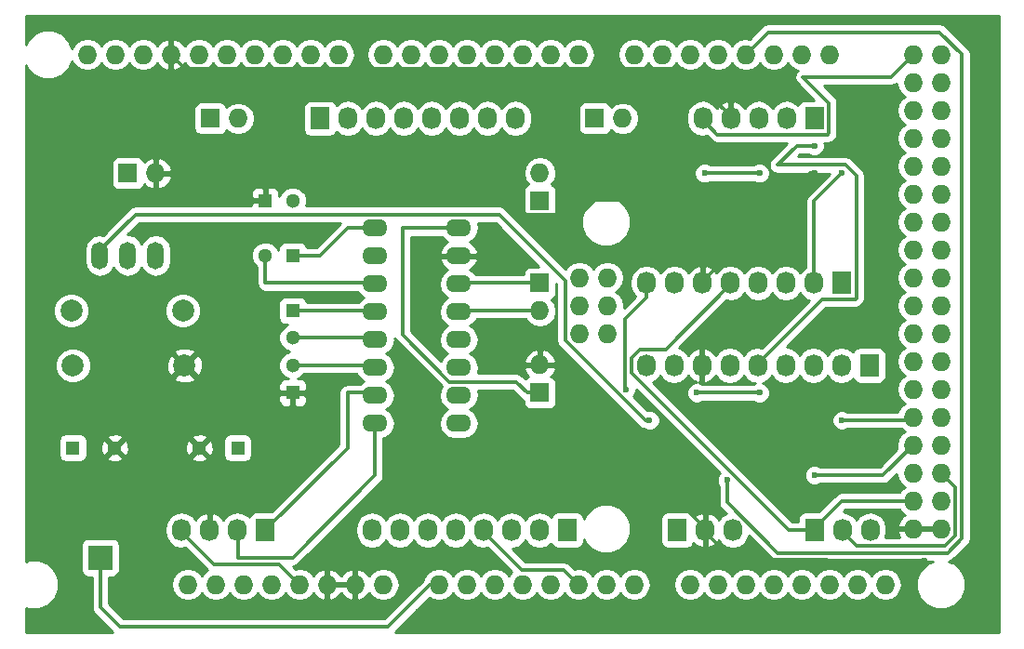
<source format=gbl>
G04 #@! TF.FileFunction,Copper,L2,Bot,Signal*
%FSLAX46Y46*%
G04 Gerber Fmt 4.6, Leading zero omitted, Abs format (unit mm)*
G04 Created by KiCad (PCBNEW 4.0.2+dfsg1-stable) date fr. 11. mai 2018 kl. 17.21 +0200*
%MOMM*%
G01*
G04 APERTURE LIST*
%ADD10C,0.100000*%
%ADD11O,1.727200X1.727200*%
%ADD12C,1.300000*%
%ADD13R,1.300000X1.300000*%
%ADD14R,1.727200X2.032000*%
%ADD15O,1.727200X2.032000*%
%ADD16R,2.235200X2.235200*%
%ADD17R,1.727200X1.727200*%
%ADD18C,1.998980*%
%ADD19O,2.300000X1.600000*%
%ADD20O,1.501140X2.499360*%
%ADD21C,0.600000*%
%ADD22C,0.300000*%
%ADD23C,0.254000*%
G04 APERTURE END LIST*
D10*
D11*
X176127000Y-114600000D03*
X178667000Y-114600000D03*
X178667000Y-112060000D03*
X176127000Y-112060000D03*
X178667000Y-109520000D03*
X163300000Y-137460000D03*
X158220000Y-137460000D03*
X155680000Y-137460000D03*
X153140000Y-137460000D03*
X150600000Y-137460000D03*
X148060000Y-137460000D03*
X145520000Y-137460000D03*
X142980000Y-137460000D03*
X198860000Y-89200000D03*
X196320000Y-89200000D03*
X193780000Y-89200000D03*
X191240000Y-89200000D03*
X188700000Y-89200000D03*
X186160000Y-89200000D03*
X183620000Y-89200000D03*
X181080000Y-89200000D03*
X176000000Y-89200000D03*
X173460000Y-89200000D03*
X170920000Y-89200000D03*
X168380000Y-89200000D03*
X165840000Y-89200000D03*
X163300000Y-89200000D03*
X160760000Y-89200000D03*
X158220000Y-89200000D03*
X138916000Y-89200000D03*
X154156000Y-89200000D03*
X151616000Y-89200000D03*
X149076000Y-89200000D03*
X131296000Y-89200000D03*
X133836000Y-89200000D03*
X136376000Y-89200000D03*
X141456000Y-89200000D03*
X143996000Y-89200000D03*
X146536000Y-89200000D03*
X140440000Y-137460000D03*
X165840000Y-137460000D03*
X168380000Y-137460000D03*
X170920000Y-137460000D03*
X173460000Y-137460000D03*
X176000000Y-137460000D03*
X178540000Y-137460000D03*
X181080000Y-137460000D03*
X186160000Y-137460000D03*
X188700000Y-137460000D03*
X191240000Y-137460000D03*
X193780000Y-137460000D03*
X196320000Y-137460000D03*
X198860000Y-137460000D03*
X201400000Y-137460000D03*
X203940000Y-137460000D03*
X206480000Y-89200000D03*
X209020000Y-89200000D03*
X206480000Y-91740000D03*
X209020000Y-91740000D03*
X206480000Y-94280000D03*
X209020000Y-94280000D03*
X206480000Y-96820000D03*
X209020000Y-96820000D03*
X206480000Y-99360000D03*
X209020000Y-99360000D03*
X206480000Y-101900000D03*
X209020000Y-101900000D03*
X206480000Y-104440000D03*
X209020000Y-104440000D03*
X206480000Y-106980000D03*
X209020000Y-106980000D03*
X206480000Y-109520000D03*
X209020000Y-109520000D03*
X206480000Y-112060000D03*
X209020000Y-112060000D03*
X206480000Y-114600000D03*
X209020000Y-114600000D03*
X206480000Y-117140000D03*
X209020000Y-117140000D03*
X206480000Y-119680000D03*
X209020000Y-119680000D03*
X206480000Y-122220000D03*
X209020000Y-122220000D03*
X206480000Y-124760000D03*
X209020000Y-124760000D03*
X206480000Y-127300000D03*
X209020000Y-127300000D03*
X206480000Y-129840000D03*
X209020000Y-129840000D03*
X206480000Y-132380000D03*
X209020000Y-132380000D03*
X176127000Y-109520000D03*
X176127000Y-114600000D03*
X178667000Y-114600000D03*
X178667000Y-112060000D03*
X176127000Y-112060000D03*
X178667000Y-109520000D03*
X163300000Y-137460000D03*
X158220000Y-137460000D03*
X155680000Y-137460000D03*
X153140000Y-137460000D03*
X150600000Y-137460000D03*
X148060000Y-137460000D03*
X145520000Y-137460000D03*
X142980000Y-137460000D03*
X198860000Y-89200000D03*
X196320000Y-89200000D03*
X193780000Y-89200000D03*
X191240000Y-89200000D03*
X188700000Y-89200000D03*
X186160000Y-89200000D03*
X183620000Y-89200000D03*
X181080000Y-89200000D03*
X176000000Y-89200000D03*
X173460000Y-89200000D03*
X170920000Y-89200000D03*
X168380000Y-89200000D03*
X165840000Y-89200000D03*
X163300000Y-89200000D03*
X160760000Y-89200000D03*
X158220000Y-89200000D03*
X138916000Y-89200000D03*
X154156000Y-89200000D03*
X151616000Y-89200000D03*
X149076000Y-89200000D03*
X131296000Y-89200000D03*
X133836000Y-89200000D03*
X136376000Y-89200000D03*
X141456000Y-89200000D03*
X143996000Y-89200000D03*
X146536000Y-89200000D03*
X140440000Y-137460000D03*
X165840000Y-137460000D03*
X168380000Y-137460000D03*
X170920000Y-137460000D03*
X173460000Y-137460000D03*
X176000000Y-137460000D03*
X178540000Y-137460000D03*
X181080000Y-137460000D03*
X186160000Y-137460000D03*
X188700000Y-137460000D03*
X191240000Y-137460000D03*
X193780000Y-137460000D03*
X196320000Y-137460000D03*
X198860000Y-137460000D03*
X201400000Y-137460000D03*
X203940000Y-137460000D03*
X206480000Y-89200000D03*
X209020000Y-89200000D03*
X206480000Y-91740000D03*
X209020000Y-91740000D03*
X206480000Y-94280000D03*
X209020000Y-94280000D03*
X206480000Y-96820000D03*
X209020000Y-96820000D03*
X206480000Y-99360000D03*
X209020000Y-99360000D03*
X206480000Y-101900000D03*
X209020000Y-101900000D03*
X206480000Y-104440000D03*
X209020000Y-104440000D03*
X206480000Y-106980000D03*
X209020000Y-106980000D03*
X206480000Y-109520000D03*
X209020000Y-109520000D03*
X206480000Y-112060000D03*
X209020000Y-112060000D03*
X206480000Y-114600000D03*
X209020000Y-114600000D03*
X206480000Y-117140000D03*
X209020000Y-117140000D03*
X206480000Y-119680000D03*
X209020000Y-119680000D03*
X206480000Y-122220000D03*
X209020000Y-122220000D03*
X206480000Y-124760000D03*
X209020000Y-124760000D03*
X206480000Y-127300000D03*
X209020000Y-127300000D03*
X206480000Y-129840000D03*
X209020000Y-129840000D03*
X206480000Y-132380000D03*
X209020000Y-132380000D03*
X176127000Y-109520000D03*
D12*
X141500000Y-125000000D03*
D13*
X145000000Y-125000000D03*
X130000000Y-125000000D03*
D12*
X133800000Y-125000000D03*
D13*
X150000000Y-107500000D03*
D12*
X147500000Y-107500000D03*
D13*
X150000000Y-112500000D03*
D12*
X150000000Y-115000000D03*
D13*
X147500000Y-102500000D03*
D12*
X150000000Y-102500000D03*
D13*
X150000000Y-120000000D03*
D12*
X150000000Y-117500000D03*
D14*
X202500000Y-117500000D03*
D15*
X199960000Y-117500000D03*
X197420000Y-117500000D03*
X194880000Y-117500000D03*
X192340000Y-117500000D03*
X189800000Y-117500000D03*
X187260000Y-117500000D03*
X184720000Y-117500000D03*
X182180000Y-117500000D03*
D14*
X200000000Y-110000000D03*
D15*
X197460000Y-110000000D03*
X194920000Y-110000000D03*
X192380000Y-110000000D03*
X189840000Y-110000000D03*
X187300000Y-110000000D03*
X184760000Y-110000000D03*
X182220000Y-110000000D03*
D14*
X197500000Y-95000000D03*
D15*
X194960000Y-95000000D03*
X192420000Y-95000000D03*
X189880000Y-95000000D03*
X187340000Y-95000000D03*
D14*
X147500000Y-132500000D03*
D15*
X144960000Y-132500000D03*
X142420000Y-132500000D03*
X139880000Y-132500000D03*
D14*
X185000000Y-132500000D03*
D15*
X187540000Y-132500000D03*
X190080000Y-132500000D03*
D16*
X132500000Y-135000000D03*
D17*
X135000000Y-100000000D03*
D11*
X137540000Y-100000000D03*
D14*
X175000000Y-132500000D03*
D15*
X172460000Y-132500000D03*
X169920000Y-132500000D03*
X167380000Y-132500000D03*
X164840000Y-132500000D03*
X162300000Y-132500000D03*
X159760000Y-132500000D03*
X157220000Y-132500000D03*
D14*
X152500000Y-95000000D03*
D15*
X155040000Y-95000000D03*
X157580000Y-95000000D03*
X160120000Y-95000000D03*
X162660000Y-95000000D03*
X165200000Y-95000000D03*
X167740000Y-95000000D03*
X170280000Y-95000000D03*
D14*
X197500000Y-132500000D03*
D15*
X200040000Y-132500000D03*
X202580000Y-132500000D03*
D17*
X142500000Y-95000000D03*
D11*
X145040000Y-95000000D03*
D17*
X177500000Y-95000000D03*
D11*
X180040000Y-95000000D03*
D17*
X172500000Y-120000000D03*
D11*
X172500000Y-117460000D03*
D17*
X172500000Y-102500000D03*
D11*
X172500000Y-99960000D03*
D17*
X172500000Y-110000000D03*
D11*
X172500000Y-112540000D03*
D18*
X140000000Y-112500000D03*
X129840000Y-112500000D03*
X130000000Y-117500000D03*
X140160000Y-117500000D03*
D19*
X157500000Y-105000000D03*
X157500000Y-107540000D03*
X157500000Y-110080000D03*
X157500000Y-112620000D03*
X157500000Y-115160000D03*
X157500000Y-117700000D03*
X157500000Y-120240000D03*
X157500000Y-122780000D03*
X165120000Y-122780000D03*
X165120000Y-120240000D03*
X165120000Y-117700000D03*
X165120000Y-115160000D03*
X165120000Y-112620000D03*
X165120000Y-110080000D03*
X165120000Y-107540000D03*
X165120000Y-105000000D03*
D20*
X135000000Y-107500000D03*
X132460000Y-107500000D03*
X137540000Y-107500000D03*
D21*
X202500000Y-102500000D03*
X197500000Y-100000000D03*
X207500000Y-135316030D03*
X152500000Y-125000000D03*
X160000000Y-127500000D03*
X189889999Y-102389999D03*
X167500000Y-102500000D03*
X197500000Y-97500000D03*
X189554603Y-127945402D03*
X192500000Y-100000000D03*
X187500000Y-100000000D03*
X192500000Y-120000000D03*
X186789990Y-120000000D03*
X180321772Y-119678228D03*
X200000000Y-100000000D03*
X197500000Y-127500000D03*
X200000000Y-122500000D03*
X182500000Y-122500000D03*
D22*
X197147600Y-100000000D02*
X197500000Y-100000000D01*
X187300000Y-110000000D02*
X187300000Y-109847600D01*
X187300000Y-109847600D02*
X197147600Y-100000000D01*
X190053629Y-135166029D02*
X207500000Y-135316030D01*
X187540000Y-132500000D02*
X187540000Y-132652400D01*
X187540000Y-132652400D02*
X190053629Y-135166029D01*
X152500000Y-125000000D02*
X152500000Y-121550000D01*
X152500000Y-121550000D02*
X150950000Y-120000000D01*
X150950000Y-120000000D02*
X150000000Y-120000000D01*
X187540000Y-132500000D02*
X187540000Y-132347600D01*
X187540000Y-132347600D02*
X182692400Y-127500000D01*
X182692400Y-127500000D02*
X160000000Y-127500000D01*
X189880000Y-95000000D02*
X189880000Y-94847600D01*
X139779599Y-90063599D02*
X138916000Y-89200000D01*
X189880000Y-94847600D02*
X185546001Y-90513601D01*
X185546001Y-90513601D02*
X140229601Y-90513601D01*
X140229601Y-90513601D02*
X139779599Y-90063599D01*
X167500000Y-102500000D02*
X169962798Y-102500000D01*
X169962798Y-102500000D02*
X171276399Y-103813601D01*
X171276399Y-103813601D02*
X176132397Y-103813601D01*
X176132397Y-103813601D02*
X177555999Y-102389999D01*
X177555999Y-102389999D02*
X189889999Y-102389999D01*
X157500000Y-105000000D02*
X155000000Y-105000000D01*
X155000000Y-105000000D02*
X152500000Y-107500000D01*
X152500000Y-107500000D02*
X150000000Y-107500000D01*
X157500000Y-110080000D02*
X157500000Y-110000000D01*
X157500000Y-110000000D02*
X147500000Y-110000000D01*
X147500000Y-110000000D02*
X147500000Y-107500000D01*
X157500000Y-112620000D02*
X157500000Y-112500000D01*
X157500000Y-112500000D02*
X150000000Y-112500000D01*
X150000000Y-115000000D02*
X157500000Y-115000000D01*
X157500000Y-115000000D02*
X157500000Y-115160000D01*
X157500000Y-117700000D02*
X157500000Y-117500000D01*
X157500000Y-117500000D02*
X150000000Y-117500000D01*
X197500000Y-97500000D02*
X195890000Y-97500000D01*
X194140001Y-99249999D02*
X200360001Y-99249999D01*
X195890000Y-97500000D02*
X194140001Y-99249999D01*
X200360001Y-99249999D02*
X201313601Y-100203599D01*
X201313601Y-100203599D02*
X201313601Y-111376001D01*
X201223601Y-111466001D02*
X198221599Y-111466001D01*
X201313601Y-111376001D02*
X201223601Y-111466001D01*
X198221599Y-111466001D02*
X192340000Y-117347600D01*
X192340000Y-117347600D02*
X192340000Y-117500000D01*
X191240000Y-89200000D02*
X193290001Y-87149999D01*
X193290001Y-87149999D02*
X208914129Y-87149999D01*
X208914129Y-87149999D02*
X210933610Y-89169480D01*
X194156145Y-134566020D02*
X189554603Y-129964478D01*
X210933610Y-89169480D02*
X210933610Y-133259062D01*
X210933610Y-133259062D02*
X209626652Y-134566020D01*
X209626652Y-134566020D02*
X194156145Y-134566020D01*
X189554603Y-129964478D02*
X189554603Y-127945402D01*
X187500000Y-100000000D02*
X192500000Y-100000000D01*
X186789990Y-120000000D02*
X192500000Y-120000000D01*
X206480000Y-89200000D02*
X204429999Y-91250001D01*
X204429999Y-91250001D02*
X196439603Y-91250001D01*
X196439603Y-91250001D02*
X198813601Y-93623999D01*
X198813601Y-93623999D02*
X198813601Y-96376001D01*
X188653601Y-96466001D02*
X187340000Y-95152400D01*
X198813601Y-96376001D02*
X198723601Y-96466001D01*
X198723601Y-96466001D02*
X188653601Y-96466001D01*
X187340000Y-95152400D02*
X187340000Y-95000000D01*
X165120000Y-105000000D02*
X160000000Y-105000000D01*
X160000000Y-105000000D02*
X160000000Y-114697781D01*
X160000000Y-114697781D02*
X164292209Y-118989990D01*
X164292209Y-118989990D02*
X170326390Y-118989990D01*
X170326390Y-118989990D02*
X171336400Y-120000000D01*
X171336400Y-120000000D02*
X172500000Y-120000000D01*
X182220000Y-110000000D02*
X182220000Y-111316000D01*
X182220000Y-111316000D02*
X180266381Y-113269619D01*
X180266381Y-113269619D02*
X180266381Y-119622837D01*
X180266381Y-119622837D02*
X180321772Y-119678228D01*
X139880000Y-132500000D02*
X139880000Y-132652400D01*
X139880000Y-132652400D02*
X142827610Y-135600010D01*
X142827610Y-135600010D02*
X148740010Y-135600010D01*
X148740010Y-135600010D02*
X149736401Y-136596401D01*
X149736401Y-136596401D02*
X150600000Y-137460000D01*
X200000000Y-100000000D02*
X197460000Y-102540000D01*
X197460000Y-102540000D02*
X197460000Y-110000000D01*
X209020000Y-127300000D02*
X210333601Y-128613601D01*
X209378120Y-133966010D02*
X201353610Y-133966010D01*
X210333601Y-128613601D02*
X210333601Y-133010529D01*
X210333601Y-133010529D02*
X209378120Y-133966010D01*
X201353610Y-133966010D02*
X200040000Y-132652400D01*
X200040000Y-132652400D02*
X200040000Y-132500000D01*
X197500000Y-132500000D02*
X197500000Y-132347600D01*
X197500000Y-132347600D02*
X200007600Y-129840000D01*
X200007600Y-129840000D02*
X205258686Y-129840000D01*
X205258686Y-129840000D02*
X206480000Y-129840000D01*
X189840000Y-110000000D02*
X189840000Y-110152400D01*
X189840000Y-110152400D02*
X183958410Y-116033990D01*
X183958410Y-116033990D02*
X181635885Y-116033990D01*
X181635885Y-116033990D02*
X180866390Y-116803485D01*
X180866390Y-116803485D02*
X180866390Y-118196515D01*
X195169875Y-132500000D02*
X196336400Y-132500000D01*
X180866390Y-118196515D02*
X195169875Y-132500000D01*
X196336400Y-132500000D02*
X197500000Y-132500000D01*
X189840000Y-110000000D02*
X190000000Y-110000000D01*
X157500000Y-120240000D02*
X157500000Y-120000000D01*
X157500000Y-120000000D02*
X155000000Y-120000000D01*
X155000000Y-120000000D02*
X155000000Y-125000000D01*
X155000000Y-125000000D02*
X147500000Y-132500000D01*
X157500000Y-122780000D02*
X157500000Y-127500000D01*
X157500000Y-127500000D02*
X150000000Y-135000000D01*
X150000000Y-135000000D02*
X145000000Y-135000000D01*
X145000000Y-135000000D02*
X145000000Y-132500000D01*
X145000000Y-132500000D02*
X144960000Y-132500000D01*
X197500000Y-127500000D02*
X203740000Y-127500000D01*
X203740000Y-127500000D02*
X206480000Y-124760000D01*
X163300000Y-137460000D02*
X162500000Y-137500000D01*
X162500000Y-137500000D02*
X158667304Y-141332696D01*
X132500000Y-139542732D02*
X132500000Y-135000000D01*
X158667304Y-141332696D02*
X134289964Y-141332696D01*
X134289964Y-141332696D02*
X132500000Y-139542732D01*
X167380000Y-132500000D02*
X167380000Y-132652400D01*
X167380000Y-132652400D02*
X170873999Y-136146399D01*
X170873999Y-136146399D02*
X174686399Y-136146399D01*
X175136401Y-136596401D02*
X176000000Y-137460000D01*
X174686399Y-136146399D02*
X175136401Y-136596401D01*
X165120000Y-110080000D02*
X165000000Y-110000000D01*
X165000000Y-110000000D02*
X172500000Y-110000000D01*
X165120000Y-112620000D02*
X165000000Y-112500000D01*
X165000000Y-112500000D02*
X172500000Y-112500000D01*
X172500000Y-112500000D02*
X172500000Y-112540000D01*
X200000000Y-122500000D02*
X206200000Y-122500000D01*
X206200000Y-122500000D02*
X206480000Y-122220000D01*
X132460000Y-107500000D02*
X132460000Y-107000890D01*
X132460000Y-107000890D02*
X135710900Y-103749990D01*
X135710900Y-103749990D02*
X168787192Y-103749990D01*
X168787192Y-103749990D02*
X174813399Y-109776197D01*
X174813399Y-109776197D02*
X174813399Y-115230529D01*
X174813399Y-115230529D02*
X182082870Y-122500000D01*
X182082870Y-122500000D02*
X182500000Y-122500000D01*
D23*
G36*
X191568866Y-87760976D02*
X191269359Y-87701400D01*
X191210641Y-87701400D01*
X190637152Y-87815474D01*
X190150971Y-88140330D01*
X189970000Y-88411172D01*
X189789029Y-88140330D01*
X189302848Y-87815474D01*
X188729359Y-87701400D01*
X188670641Y-87701400D01*
X188097152Y-87815474D01*
X187610971Y-88140330D01*
X187430000Y-88411172D01*
X187249029Y-88140330D01*
X186762848Y-87815474D01*
X186189359Y-87701400D01*
X186130641Y-87701400D01*
X185557152Y-87815474D01*
X185070971Y-88140330D01*
X184890000Y-88411172D01*
X184709029Y-88140330D01*
X184222848Y-87815474D01*
X183649359Y-87701400D01*
X183590641Y-87701400D01*
X183017152Y-87815474D01*
X182530971Y-88140330D01*
X182350000Y-88411172D01*
X182169029Y-88140330D01*
X181682848Y-87815474D01*
X181109359Y-87701400D01*
X181050641Y-87701400D01*
X180477152Y-87815474D01*
X179990971Y-88140330D01*
X179666115Y-88626511D01*
X179552041Y-89200000D01*
X179666115Y-89773489D01*
X179990971Y-90259670D01*
X180477152Y-90584526D01*
X181050641Y-90698600D01*
X181109359Y-90698600D01*
X181682848Y-90584526D01*
X182169029Y-90259670D01*
X182350000Y-89988828D01*
X182530971Y-90259670D01*
X183017152Y-90584526D01*
X183590641Y-90698600D01*
X183649359Y-90698600D01*
X184222848Y-90584526D01*
X184709029Y-90259670D01*
X184890000Y-89988828D01*
X185070971Y-90259670D01*
X185557152Y-90584526D01*
X186130641Y-90698600D01*
X186189359Y-90698600D01*
X186762848Y-90584526D01*
X187249029Y-90259670D01*
X187430000Y-89988828D01*
X187610971Y-90259670D01*
X188097152Y-90584526D01*
X188670641Y-90698600D01*
X188729359Y-90698600D01*
X189302848Y-90584526D01*
X189789029Y-90259670D01*
X189970000Y-89988828D01*
X190150971Y-90259670D01*
X190637152Y-90584526D01*
X191210641Y-90698600D01*
X191269359Y-90698600D01*
X191842848Y-90584526D01*
X192329029Y-90259670D01*
X192510000Y-89988828D01*
X192690971Y-90259670D01*
X193177152Y-90584526D01*
X193750641Y-90698600D01*
X193809359Y-90698600D01*
X194382848Y-90584526D01*
X194869029Y-90259670D01*
X195050000Y-89988828D01*
X195230971Y-90259670D01*
X195717152Y-90584526D01*
X195973446Y-90635506D01*
X195884524Y-90694922D01*
X195714358Y-90949594D01*
X195654603Y-91250001D01*
X195714358Y-91550408D01*
X195884524Y-91805080D01*
X197416004Y-93336560D01*
X196636400Y-93336560D01*
X196401083Y-93380838D01*
X196184959Y-93519910D01*
X196039969Y-93732110D01*
X196031600Y-93773439D01*
X196019670Y-93755585D01*
X195533489Y-93430729D01*
X194960000Y-93316655D01*
X194386511Y-93430729D01*
X193900330Y-93755585D01*
X193690000Y-94070366D01*
X193479670Y-93755585D01*
X192993489Y-93430729D01*
X192420000Y-93316655D01*
X191846511Y-93430729D01*
X191360330Y-93755585D01*
X191153539Y-94065069D01*
X190782036Y-93649268D01*
X190254791Y-93395291D01*
X190239026Y-93392642D01*
X190007000Y-93513783D01*
X190007000Y-94873000D01*
X190027000Y-94873000D01*
X190027000Y-95127000D01*
X190007000Y-95127000D01*
X190007000Y-95147000D01*
X189753000Y-95147000D01*
X189753000Y-95127000D01*
X189733000Y-95127000D01*
X189733000Y-94873000D01*
X189753000Y-94873000D01*
X189753000Y-93513783D01*
X189520974Y-93392642D01*
X189505209Y-93395291D01*
X188977964Y-93649268D01*
X188606461Y-94065069D01*
X188399670Y-93755585D01*
X187913489Y-93430729D01*
X187340000Y-93316655D01*
X186766511Y-93430729D01*
X186280330Y-93755585D01*
X185955474Y-94241766D01*
X185841400Y-94815255D01*
X185841400Y-95184745D01*
X185955474Y-95758234D01*
X186280330Y-96244415D01*
X186766511Y-96569271D01*
X187340000Y-96683345D01*
X187690974Y-96613532D01*
X188098522Y-97021080D01*
X188353194Y-97191246D01*
X188653601Y-97251001D01*
X195028841Y-97251001D01*
X193584922Y-98694920D01*
X193414756Y-98949592D01*
X193355001Y-99249999D01*
X193414756Y-99550406D01*
X193584922Y-99805078D01*
X193839594Y-99975244D01*
X194140001Y-100034999D01*
X198854843Y-100034999D01*
X196904921Y-101984921D01*
X196734755Y-102239593D01*
X196733576Y-102245519D01*
X196675000Y-102540000D01*
X196675000Y-108572056D01*
X196400330Y-108755585D01*
X196190000Y-109070366D01*
X195979670Y-108755585D01*
X195493489Y-108430729D01*
X194920000Y-108316655D01*
X194346511Y-108430729D01*
X193860330Y-108755585D01*
X193650000Y-109070366D01*
X193439670Y-108755585D01*
X192953489Y-108430729D01*
X192380000Y-108316655D01*
X191806511Y-108430729D01*
X191320330Y-108755585D01*
X191110000Y-109070366D01*
X190899670Y-108755585D01*
X190413489Y-108430729D01*
X189840000Y-108316655D01*
X189266511Y-108430729D01*
X188780330Y-108755585D01*
X188573539Y-109065069D01*
X188202036Y-108649268D01*
X187674791Y-108395291D01*
X187659026Y-108392642D01*
X187427000Y-108513783D01*
X187427000Y-109873000D01*
X187447000Y-109873000D01*
X187447000Y-110127000D01*
X187427000Y-110127000D01*
X187427000Y-110147000D01*
X187173000Y-110147000D01*
X187173000Y-110127000D01*
X187153000Y-110127000D01*
X187153000Y-109873000D01*
X187173000Y-109873000D01*
X187173000Y-108513783D01*
X186940974Y-108392642D01*
X186925209Y-108395291D01*
X186397964Y-108649268D01*
X186026461Y-109065069D01*
X185819670Y-108755585D01*
X185333489Y-108430729D01*
X184760000Y-108316655D01*
X184186511Y-108430729D01*
X183700330Y-108755585D01*
X183490000Y-109070366D01*
X183279670Y-108755585D01*
X182793489Y-108430729D01*
X182220000Y-108316655D01*
X181646511Y-108430729D01*
X181160330Y-108755585D01*
X180835474Y-109241766D01*
X180721400Y-109815255D01*
X180721400Y-110184745D01*
X180835474Y-110758234D01*
X181160330Y-111244415D01*
X181172977Y-111252866D01*
X180152528Y-112273314D01*
X180194959Y-112060000D01*
X180080885Y-111486511D01*
X179756029Y-111000330D01*
X179441248Y-110790000D01*
X179756029Y-110579670D01*
X180080885Y-110093489D01*
X180194959Y-109520000D01*
X180080885Y-108946511D01*
X179756029Y-108460330D01*
X179269848Y-108135474D01*
X178696359Y-108021400D01*
X178637641Y-108021400D01*
X178064152Y-108135474D01*
X177577971Y-108460330D01*
X177397000Y-108731172D01*
X177216029Y-108460330D01*
X176729848Y-108135474D01*
X176156359Y-108021400D01*
X176097641Y-108021400D01*
X175524152Y-108135474D01*
X175037971Y-108460330D01*
X174865625Y-108718265D01*
X171029979Y-104882619D01*
X176304613Y-104882619D01*
X176644155Y-105704372D01*
X177272321Y-106333636D01*
X178093481Y-106674611D01*
X178982619Y-106675387D01*
X179804372Y-106335845D01*
X180433636Y-105707679D01*
X180774611Y-104886519D01*
X180775387Y-103997381D01*
X180435845Y-103175628D01*
X179807679Y-102546364D01*
X178986519Y-102205389D01*
X178097381Y-102204613D01*
X177275628Y-102544155D01*
X176646364Y-103172321D01*
X176305389Y-103993481D01*
X176304613Y-104882619D01*
X171029979Y-104882619D01*
X169342271Y-103194911D01*
X169087599Y-103024745D01*
X168787192Y-102964990D01*
X151198297Y-102964990D01*
X151284777Y-102756724D01*
X151285223Y-102245519D01*
X151090005Y-101773057D01*
X150953587Y-101636400D01*
X170988960Y-101636400D01*
X170988960Y-103363600D01*
X171033238Y-103598917D01*
X171172310Y-103815041D01*
X171384510Y-103960031D01*
X171636400Y-104011040D01*
X173363600Y-104011040D01*
X173598917Y-103966762D01*
X173815041Y-103827690D01*
X173960031Y-103615490D01*
X174011040Y-103363600D01*
X174011040Y-101636400D01*
X173966762Y-101401083D01*
X173827690Y-101184959D01*
X173615490Y-101039969D01*
X173571655Y-101031092D01*
X173884526Y-100562848D01*
X173959651Y-100185167D01*
X186564838Y-100185167D01*
X186706883Y-100528943D01*
X186969673Y-100792192D01*
X187313201Y-100934838D01*
X187685167Y-100935162D01*
X188028943Y-100793117D01*
X188037074Y-100785000D01*
X191962494Y-100785000D01*
X191969673Y-100792192D01*
X192313201Y-100934838D01*
X192685167Y-100935162D01*
X193028943Y-100793117D01*
X193292192Y-100530327D01*
X193434838Y-100186799D01*
X193435162Y-99814833D01*
X193293117Y-99471057D01*
X193030327Y-99207808D01*
X192686799Y-99065162D01*
X192314833Y-99064838D01*
X191971057Y-99206883D01*
X191962926Y-99215000D01*
X188037506Y-99215000D01*
X188030327Y-99207808D01*
X187686799Y-99065162D01*
X187314833Y-99064838D01*
X186971057Y-99206883D01*
X186707808Y-99469673D01*
X186565162Y-99813201D01*
X186564838Y-100185167D01*
X173959651Y-100185167D01*
X173998600Y-99989359D01*
X173998600Y-99930641D01*
X173884526Y-99357152D01*
X173559670Y-98870971D01*
X173073489Y-98546115D01*
X172500000Y-98432041D01*
X171926511Y-98546115D01*
X171440330Y-98870971D01*
X171115474Y-99357152D01*
X171001400Y-99930641D01*
X171001400Y-99989359D01*
X171115474Y-100562848D01*
X171426574Y-101028442D01*
X171401083Y-101033238D01*
X171184959Y-101172310D01*
X171039969Y-101384510D01*
X170988960Y-101636400D01*
X150953587Y-101636400D01*
X150728845Y-101411265D01*
X150256724Y-101215223D01*
X149745519Y-101214777D01*
X149273057Y-101409995D01*
X148911265Y-101771155D01*
X148785000Y-102075235D01*
X148785000Y-101723690D01*
X148688327Y-101490301D01*
X148509698Y-101311673D01*
X148276309Y-101215000D01*
X147785750Y-101215000D01*
X147627000Y-101373750D01*
X147627000Y-102373000D01*
X147647000Y-102373000D01*
X147647000Y-102627000D01*
X147627000Y-102627000D01*
X147627000Y-102647000D01*
X147373000Y-102647000D01*
X147373000Y-102627000D01*
X146373750Y-102627000D01*
X146215000Y-102785750D01*
X146215000Y-102964990D01*
X135710900Y-102964990D01*
X135410494Y-103024745D01*
X135155821Y-103194911D01*
X132720515Y-105630217D01*
X132460000Y-105578397D01*
X131929765Y-105683867D01*
X131480254Y-105984221D01*
X131179900Y-106433732D01*
X131074430Y-106963967D01*
X131074430Y-108036033D01*
X131179900Y-108566268D01*
X131480254Y-109015779D01*
X131929765Y-109316133D01*
X132460000Y-109421603D01*
X132990235Y-109316133D01*
X133439746Y-109015779D01*
X133730000Y-108581384D01*
X134020254Y-109015779D01*
X134469765Y-109316133D01*
X135000000Y-109421603D01*
X135530235Y-109316133D01*
X135979746Y-109015779D01*
X136270000Y-108581384D01*
X136560254Y-109015779D01*
X137009765Y-109316133D01*
X137540000Y-109421603D01*
X138070235Y-109316133D01*
X138519746Y-109015779D01*
X138820100Y-108566268D01*
X138925570Y-108036033D01*
X138925570Y-106963967D01*
X138820100Y-106433732D01*
X138519746Y-105984221D01*
X138070235Y-105683867D01*
X137540000Y-105578397D01*
X137009765Y-105683867D01*
X136560254Y-105984221D01*
X136270000Y-106418616D01*
X135979746Y-105984221D01*
X135530235Y-105683867D01*
X135000000Y-105578397D01*
X134990826Y-105580222D01*
X136036058Y-104534990D01*
X154354852Y-104534990D01*
X152174842Y-106715000D01*
X151272038Y-106715000D01*
X151253162Y-106614683D01*
X151114090Y-106398559D01*
X150901890Y-106253569D01*
X150650000Y-106202560D01*
X149350000Y-106202560D01*
X149114683Y-106246838D01*
X148898559Y-106385910D01*
X148753569Y-106598110D01*
X148702560Y-106850000D01*
X148702560Y-107045460D01*
X148590005Y-106773057D01*
X148228845Y-106411265D01*
X147756724Y-106215223D01*
X147245519Y-106214777D01*
X146773057Y-106409995D01*
X146411265Y-106771155D01*
X146215223Y-107243276D01*
X146214777Y-107754481D01*
X146409995Y-108226943D01*
X146715000Y-108532482D01*
X146715000Y-110000000D01*
X146774755Y-110300406D01*
X146944921Y-110555079D01*
X147199594Y-110725245D01*
X147500000Y-110785000D01*
X155893398Y-110785000D01*
X156100332Y-111094698D01*
X156482418Y-111350000D01*
X156100332Y-111605302D01*
X156027034Y-111715000D01*
X151272038Y-111715000D01*
X151253162Y-111614683D01*
X151114090Y-111398559D01*
X150901890Y-111253569D01*
X150650000Y-111202560D01*
X149350000Y-111202560D01*
X149114683Y-111246838D01*
X148898559Y-111385910D01*
X148753569Y-111598110D01*
X148702560Y-111850000D01*
X148702560Y-113150000D01*
X148746838Y-113385317D01*
X148885910Y-113601441D01*
X149098110Y-113746431D01*
X149350000Y-113797440D01*
X149545460Y-113797440D01*
X149273057Y-113909995D01*
X148911265Y-114271155D01*
X148715223Y-114743276D01*
X148714777Y-115254481D01*
X148909995Y-115726943D01*
X149271155Y-116088735D01*
X149659898Y-116250155D01*
X149273057Y-116409995D01*
X148911265Y-116771155D01*
X148715223Y-117243276D01*
X148714777Y-117754481D01*
X148909995Y-118226943D01*
X149271155Y-118588735D01*
X149575235Y-118715000D01*
X149223690Y-118715000D01*
X148990301Y-118811673D01*
X148811673Y-118990302D01*
X148715000Y-119223691D01*
X148715000Y-119714250D01*
X148873750Y-119873000D01*
X149873000Y-119873000D01*
X149873000Y-119853000D01*
X150127000Y-119853000D01*
X150127000Y-119873000D01*
X151126250Y-119873000D01*
X151285000Y-119714250D01*
X151285000Y-119223691D01*
X151188327Y-118990302D01*
X151009699Y-118811673D01*
X150776310Y-118715000D01*
X150424433Y-118715000D01*
X150726943Y-118590005D01*
X151032482Y-118285000D01*
X155813217Y-118285000D01*
X156100332Y-118714698D01*
X156482418Y-118970000D01*
X156115750Y-119215000D01*
X155000000Y-119215000D01*
X154699594Y-119274755D01*
X154444921Y-119444921D01*
X154274755Y-119699594D01*
X154215000Y-120000000D01*
X154215000Y-124674842D01*
X148053282Y-130836560D01*
X146636400Y-130836560D01*
X146401083Y-130880838D01*
X146184959Y-131019910D01*
X146039969Y-131232110D01*
X146031600Y-131273439D01*
X146019670Y-131255585D01*
X145533489Y-130930729D01*
X144960000Y-130816655D01*
X144386511Y-130930729D01*
X143900330Y-131255585D01*
X143693539Y-131565069D01*
X143322036Y-131149268D01*
X142794791Y-130895291D01*
X142779026Y-130892642D01*
X142547000Y-131013783D01*
X142547000Y-132373000D01*
X142567000Y-132373000D01*
X142567000Y-132627000D01*
X142547000Y-132627000D01*
X142547000Y-132647000D01*
X142293000Y-132647000D01*
X142293000Y-132627000D01*
X142273000Y-132627000D01*
X142273000Y-132373000D01*
X142293000Y-132373000D01*
X142293000Y-131013783D01*
X142060974Y-130892642D01*
X142045209Y-130895291D01*
X141517964Y-131149268D01*
X141146461Y-131565069D01*
X140939670Y-131255585D01*
X140453489Y-130930729D01*
X139880000Y-130816655D01*
X139306511Y-130930729D01*
X138820330Y-131255585D01*
X138495474Y-131741766D01*
X138381400Y-132315255D01*
X138381400Y-132684745D01*
X138495474Y-133258234D01*
X138820330Y-133744415D01*
X139306511Y-134069271D01*
X139880000Y-134183345D01*
X140230974Y-134113532D01*
X142266711Y-136149269D01*
X141890971Y-136400330D01*
X141710000Y-136671172D01*
X141529029Y-136400330D01*
X141042848Y-136075474D01*
X140469359Y-135961400D01*
X140410641Y-135961400D01*
X139837152Y-136075474D01*
X139350971Y-136400330D01*
X139026115Y-136886511D01*
X138912041Y-137460000D01*
X139026115Y-138033489D01*
X139350971Y-138519670D01*
X139837152Y-138844526D01*
X140410641Y-138958600D01*
X140469359Y-138958600D01*
X141042848Y-138844526D01*
X141529029Y-138519670D01*
X141710000Y-138248828D01*
X141890971Y-138519670D01*
X142377152Y-138844526D01*
X142950641Y-138958600D01*
X143009359Y-138958600D01*
X143582848Y-138844526D01*
X144069029Y-138519670D01*
X144250000Y-138248828D01*
X144430971Y-138519670D01*
X144917152Y-138844526D01*
X145490641Y-138958600D01*
X145549359Y-138958600D01*
X146122848Y-138844526D01*
X146609029Y-138519670D01*
X146790000Y-138248828D01*
X146970971Y-138519670D01*
X147457152Y-138844526D01*
X148030641Y-138958600D01*
X148089359Y-138958600D01*
X148662848Y-138844526D01*
X149149029Y-138519670D01*
X149330000Y-138248828D01*
X149510971Y-138519670D01*
X149997152Y-138844526D01*
X150570641Y-138958600D01*
X150629359Y-138958600D01*
X151202848Y-138844526D01*
X151689029Y-138519670D01*
X151869992Y-138248839D01*
X152251510Y-138666821D01*
X152780973Y-138914968D01*
X153013000Y-138794469D01*
X153013000Y-137587000D01*
X153267000Y-137587000D01*
X153267000Y-138794469D01*
X153499027Y-138914968D01*
X154028490Y-138666821D01*
X154410000Y-138248848D01*
X154791510Y-138666821D01*
X155320973Y-138914968D01*
X155553000Y-138794469D01*
X155553000Y-137587000D01*
X153267000Y-137587000D01*
X153013000Y-137587000D01*
X152993000Y-137587000D01*
X152993000Y-137333000D01*
X153013000Y-137333000D01*
X153013000Y-136125531D01*
X153267000Y-136125531D01*
X153267000Y-137333000D01*
X155553000Y-137333000D01*
X155553000Y-136125531D01*
X155807000Y-136125531D01*
X155807000Y-137333000D01*
X155827000Y-137333000D01*
X155827000Y-137587000D01*
X155807000Y-137587000D01*
X155807000Y-138794469D01*
X156039027Y-138914968D01*
X156568490Y-138666821D01*
X156950008Y-138248839D01*
X157130971Y-138519670D01*
X157617152Y-138844526D01*
X158190641Y-138958600D01*
X158249359Y-138958600D01*
X158822848Y-138844526D01*
X159309029Y-138519670D01*
X159633885Y-138033489D01*
X159747959Y-137460000D01*
X159633885Y-136886511D01*
X159309029Y-136400330D01*
X158822848Y-136075474D01*
X158249359Y-135961400D01*
X158190641Y-135961400D01*
X157617152Y-136075474D01*
X157130971Y-136400330D01*
X156950008Y-136671161D01*
X156568490Y-136253179D01*
X156039027Y-136005032D01*
X155807000Y-136125531D01*
X155553000Y-136125531D01*
X155320973Y-136005032D01*
X154791510Y-136253179D01*
X154410000Y-136671152D01*
X154028490Y-136253179D01*
X153499027Y-136005032D01*
X153267000Y-136125531D01*
X153013000Y-136125531D01*
X152780973Y-136005032D01*
X152251510Y-136253179D01*
X151869992Y-136671161D01*
X151689029Y-136400330D01*
X151202848Y-136075474D01*
X150629359Y-135961400D01*
X150570641Y-135961400D01*
X150271134Y-136020976D01*
X150029325Y-135779167D01*
X150300407Y-135725245D01*
X150555079Y-135555079D01*
X158055079Y-128055079D01*
X158225245Y-127800406D01*
X158285000Y-127500000D01*
X158285000Y-124135429D01*
X158434121Y-124105767D01*
X158899668Y-123794698D01*
X159210737Y-123329151D01*
X159319970Y-122780000D01*
X159210737Y-122230849D01*
X158899668Y-121765302D01*
X158517582Y-121510000D01*
X158899668Y-121254698D01*
X159210737Y-120789151D01*
X159319970Y-120240000D01*
X159210737Y-119690849D01*
X158899668Y-119225302D01*
X158517582Y-118970000D01*
X158899668Y-118714698D01*
X159210737Y-118249151D01*
X159319970Y-117700000D01*
X159210737Y-117150849D01*
X158899668Y-116685302D01*
X158517582Y-116430000D01*
X158899668Y-116174698D01*
X159210737Y-115709151D01*
X159319970Y-115160000D01*
X159293306Y-115025952D01*
X159444921Y-115252860D01*
X163598980Y-119406919D01*
X163409263Y-119690849D01*
X163300030Y-120240000D01*
X163409263Y-120789151D01*
X163720332Y-121254698D01*
X164102418Y-121510000D01*
X163720332Y-121765302D01*
X163409263Y-122230849D01*
X163300030Y-122780000D01*
X163409263Y-123329151D01*
X163720332Y-123794698D01*
X164185879Y-124105767D01*
X164735030Y-124215000D01*
X165504970Y-124215000D01*
X166054121Y-124105767D01*
X166519668Y-123794698D01*
X166830737Y-123329151D01*
X166939970Y-122780000D01*
X166830737Y-122230849D01*
X166519668Y-121765302D01*
X166137582Y-121510000D01*
X166519668Y-121254698D01*
X166830737Y-120789151D01*
X166939970Y-120240000D01*
X166847474Y-119774990D01*
X170001232Y-119774990D01*
X170781321Y-120555079D01*
X170988960Y-120693818D01*
X170988960Y-120863600D01*
X171033238Y-121098917D01*
X171172310Y-121315041D01*
X171384510Y-121460031D01*
X171636400Y-121511040D01*
X173363600Y-121511040D01*
X173598917Y-121466762D01*
X173815041Y-121327690D01*
X173960031Y-121115490D01*
X174011040Y-120863600D01*
X174011040Y-119136400D01*
X173966762Y-118901083D01*
X173827690Y-118684959D01*
X173615490Y-118539969D01*
X173518549Y-118520338D01*
X173706821Y-118348490D01*
X173954968Y-117819027D01*
X173834469Y-117587000D01*
X172627000Y-117587000D01*
X172627000Y-117607000D01*
X172373000Y-117607000D01*
X172373000Y-117587000D01*
X171165531Y-117587000D01*
X171045032Y-117819027D01*
X171293179Y-118348490D01*
X171479433Y-118518495D01*
X171401083Y-118533238D01*
X171184959Y-118672310D01*
X171158131Y-118711573D01*
X170881469Y-118434911D01*
X170626797Y-118264745D01*
X170326390Y-118204990D01*
X166839521Y-118204990D01*
X166939970Y-117700000D01*
X166830737Y-117150849D01*
X166797411Y-117100973D01*
X171045032Y-117100973D01*
X171165531Y-117333000D01*
X172373000Y-117333000D01*
X172373000Y-116126183D01*
X172627000Y-116126183D01*
X172627000Y-117333000D01*
X173834469Y-117333000D01*
X173954968Y-117100973D01*
X173706821Y-116571510D01*
X173274947Y-116177312D01*
X172859026Y-116005042D01*
X172627000Y-116126183D01*
X172373000Y-116126183D01*
X172140974Y-116005042D01*
X171725053Y-116177312D01*
X171293179Y-116571510D01*
X171045032Y-117100973D01*
X166797411Y-117100973D01*
X166519668Y-116685302D01*
X166137582Y-116430000D01*
X166519668Y-116174698D01*
X166830737Y-115709151D01*
X166939970Y-115160000D01*
X166830737Y-114610849D01*
X166519668Y-114145302D01*
X166137582Y-113890000D01*
X166519668Y-113634698D01*
X166753329Y-113285000D01*
X171210457Y-113285000D01*
X171440330Y-113629029D01*
X171926511Y-113953885D01*
X172500000Y-114067959D01*
X173073489Y-113953885D01*
X173559670Y-113629029D01*
X173884526Y-113142848D01*
X173998600Y-112569359D01*
X173998600Y-112510641D01*
X173884526Y-111937152D01*
X173573426Y-111471558D01*
X173598917Y-111466762D01*
X173815041Y-111327690D01*
X173960031Y-111115490D01*
X174011040Y-110863600D01*
X174011040Y-110083996D01*
X174028399Y-110101355D01*
X174028399Y-115230529D01*
X174088154Y-115530936D01*
X174258320Y-115785608D01*
X181527789Y-123055076D01*
X181527791Y-123055079D01*
X181782464Y-123225245D01*
X181932668Y-123255123D01*
X181969673Y-123292192D01*
X182313201Y-123434838D01*
X182685167Y-123435162D01*
X183028943Y-123293117D01*
X183292192Y-123030327D01*
X183434838Y-122686799D01*
X183435162Y-122314833D01*
X183293117Y-121971057D01*
X183030327Y-121707808D01*
X182686799Y-121565162D01*
X182314833Y-121564838D01*
X182274521Y-121581494D01*
X181007680Y-120314653D01*
X181113964Y-120208555D01*
X181256610Y-119865027D01*
X181256756Y-119697039D01*
X188868694Y-127308977D01*
X188762411Y-127415075D01*
X188619765Y-127758603D01*
X188619441Y-128130569D01*
X188761486Y-128474345D01*
X188769603Y-128482476D01*
X188769603Y-129964478D01*
X188829358Y-130264885D01*
X188999524Y-130519557D01*
X189449074Y-130969107D01*
X189020330Y-131255585D01*
X188813539Y-131565069D01*
X188442036Y-131149268D01*
X187914791Y-130895291D01*
X187899026Y-130892642D01*
X187667000Y-131013783D01*
X187667000Y-132373000D01*
X187687000Y-132373000D01*
X187687000Y-132627000D01*
X187667000Y-132627000D01*
X187667000Y-133986217D01*
X187899026Y-134107358D01*
X187914791Y-134104709D01*
X188442036Y-133850732D01*
X188813539Y-133434931D01*
X189020330Y-133744415D01*
X189506511Y-134069271D01*
X190080000Y-134183345D01*
X190653489Y-134069271D01*
X191139670Y-133744415D01*
X191464526Y-133258234D01*
X191509932Y-133029965D01*
X193601066Y-135121099D01*
X193855738Y-135291265D01*
X194156145Y-135351020D01*
X208271453Y-135351020D01*
X207755628Y-135564155D01*
X207126364Y-136192321D01*
X206785389Y-137013481D01*
X206784613Y-137902619D01*
X207124155Y-138724372D01*
X207752321Y-139353636D01*
X208573481Y-139694611D01*
X209462619Y-139695387D01*
X210284372Y-139355845D01*
X210913636Y-138727679D01*
X211254611Y-137906519D01*
X211255387Y-137017381D01*
X210915845Y-136195628D01*
X210287679Y-135566364D01*
X209722945Y-135331866D01*
X209927059Y-135291265D01*
X210181731Y-135121099D01*
X211488689Y-133814141D01*
X211658855Y-133559468D01*
X211718610Y-133259062D01*
X211718610Y-89169480D01*
X211658855Y-88869074D01*
X211488689Y-88614401D01*
X210501288Y-87627000D01*
X212373000Y-87627000D01*
X212373000Y-139873000D01*
X161237158Y-139873000D01*
X162438475Y-138671683D01*
X162697152Y-138844526D01*
X163270641Y-138958600D01*
X163329359Y-138958600D01*
X163902848Y-138844526D01*
X164389029Y-138519670D01*
X164570000Y-138248828D01*
X164750971Y-138519670D01*
X165237152Y-138844526D01*
X165810641Y-138958600D01*
X165869359Y-138958600D01*
X166442848Y-138844526D01*
X166929029Y-138519670D01*
X167110000Y-138248828D01*
X167290971Y-138519670D01*
X167777152Y-138844526D01*
X168350641Y-138958600D01*
X168409359Y-138958600D01*
X168982848Y-138844526D01*
X169469029Y-138519670D01*
X169650000Y-138248828D01*
X169830971Y-138519670D01*
X170317152Y-138844526D01*
X170890641Y-138958600D01*
X170949359Y-138958600D01*
X171522848Y-138844526D01*
X172009029Y-138519670D01*
X172190000Y-138248828D01*
X172370971Y-138519670D01*
X172857152Y-138844526D01*
X173430641Y-138958600D01*
X173489359Y-138958600D01*
X174062848Y-138844526D01*
X174549029Y-138519670D01*
X174730000Y-138248828D01*
X174910971Y-138519670D01*
X175397152Y-138844526D01*
X175970641Y-138958600D01*
X176029359Y-138958600D01*
X176602848Y-138844526D01*
X177089029Y-138519670D01*
X177270000Y-138248828D01*
X177450971Y-138519670D01*
X177937152Y-138844526D01*
X178510641Y-138958600D01*
X178569359Y-138958600D01*
X179142848Y-138844526D01*
X179629029Y-138519670D01*
X179810000Y-138248828D01*
X179990971Y-138519670D01*
X180477152Y-138844526D01*
X181050641Y-138958600D01*
X181109359Y-138958600D01*
X181682848Y-138844526D01*
X182169029Y-138519670D01*
X182493885Y-138033489D01*
X182607959Y-137460000D01*
X184632041Y-137460000D01*
X184746115Y-138033489D01*
X185070971Y-138519670D01*
X185557152Y-138844526D01*
X186130641Y-138958600D01*
X186189359Y-138958600D01*
X186762848Y-138844526D01*
X187249029Y-138519670D01*
X187430000Y-138248828D01*
X187610971Y-138519670D01*
X188097152Y-138844526D01*
X188670641Y-138958600D01*
X188729359Y-138958600D01*
X189302848Y-138844526D01*
X189789029Y-138519670D01*
X189970000Y-138248828D01*
X190150971Y-138519670D01*
X190637152Y-138844526D01*
X191210641Y-138958600D01*
X191269359Y-138958600D01*
X191842848Y-138844526D01*
X192329029Y-138519670D01*
X192510000Y-138248828D01*
X192690971Y-138519670D01*
X193177152Y-138844526D01*
X193750641Y-138958600D01*
X193809359Y-138958600D01*
X194382848Y-138844526D01*
X194869029Y-138519670D01*
X195050000Y-138248828D01*
X195230971Y-138519670D01*
X195717152Y-138844526D01*
X196290641Y-138958600D01*
X196349359Y-138958600D01*
X196922848Y-138844526D01*
X197409029Y-138519670D01*
X197590000Y-138248828D01*
X197770971Y-138519670D01*
X198257152Y-138844526D01*
X198830641Y-138958600D01*
X198889359Y-138958600D01*
X199462848Y-138844526D01*
X199949029Y-138519670D01*
X200130000Y-138248828D01*
X200310971Y-138519670D01*
X200797152Y-138844526D01*
X201370641Y-138958600D01*
X201429359Y-138958600D01*
X202002848Y-138844526D01*
X202489029Y-138519670D01*
X202670000Y-138248828D01*
X202850971Y-138519670D01*
X203337152Y-138844526D01*
X203910641Y-138958600D01*
X203969359Y-138958600D01*
X204542848Y-138844526D01*
X205029029Y-138519670D01*
X205353885Y-138033489D01*
X205467959Y-137460000D01*
X205353885Y-136886511D01*
X205029029Y-136400330D01*
X204542848Y-136075474D01*
X203969359Y-135961400D01*
X203910641Y-135961400D01*
X203337152Y-136075474D01*
X202850971Y-136400330D01*
X202670000Y-136671172D01*
X202489029Y-136400330D01*
X202002848Y-136075474D01*
X201429359Y-135961400D01*
X201370641Y-135961400D01*
X200797152Y-136075474D01*
X200310971Y-136400330D01*
X200130000Y-136671172D01*
X199949029Y-136400330D01*
X199462848Y-136075474D01*
X198889359Y-135961400D01*
X198830641Y-135961400D01*
X198257152Y-136075474D01*
X197770971Y-136400330D01*
X197590000Y-136671172D01*
X197409029Y-136400330D01*
X196922848Y-136075474D01*
X196349359Y-135961400D01*
X196290641Y-135961400D01*
X195717152Y-136075474D01*
X195230971Y-136400330D01*
X195050000Y-136671172D01*
X194869029Y-136400330D01*
X194382848Y-136075474D01*
X193809359Y-135961400D01*
X193750641Y-135961400D01*
X193177152Y-136075474D01*
X192690971Y-136400330D01*
X192510000Y-136671172D01*
X192329029Y-136400330D01*
X191842848Y-136075474D01*
X191269359Y-135961400D01*
X191210641Y-135961400D01*
X190637152Y-136075474D01*
X190150971Y-136400330D01*
X189970000Y-136671172D01*
X189789029Y-136400330D01*
X189302848Y-136075474D01*
X188729359Y-135961400D01*
X188670641Y-135961400D01*
X188097152Y-136075474D01*
X187610971Y-136400330D01*
X187430000Y-136671172D01*
X187249029Y-136400330D01*
X186762848Y-136075474D01*
X186189359Y-135961400D01*
X186130641Y-135961400D01*
X185557152Y-136075474D01*
X185070971Y-136400330D01*
X184746115Y-136886511D01*
X184632041Y-137460000D01*
X182607959Y-137460000D01*
X182493885Y-136886511D01*
X182169029Y-136400330D01*
X181682848Y-136075474D01*
X181109359Y-135961400D01*
X181050641Y-135961400D01*
X180477152Y-136075474D01*
X179990971Y-136400330D01*
X179810000Y-136671172D01*
X179629029Y-136400330D01*
X179142848Y-136075474D01*
X178569359Y-135961400D01*
X178510641Y-135961400D01*
X177937152Y-136075474D01*
X177450971Y-136400330D01*
X177270000Y-136671172D01*
X177089029Y-136400330D01*
X176602848Y-136075474D01*
X176029359Y-135961400D01*
X175970641Y-135961400D01*
X175671134Y-136020976D01*
X175241478Y-135591320D01*
X174986806Y-135421154D01*
X174686399Y-135361399D01*
X171199157Y-135361399D01*
X170004329Y-134166571D01*
X170493489Y-134069271D01*
X170979670Y-133744415D01*
X171190000Y-133429634D01*
X171400330Y-133744415D01*
X171886511Y-134069271D01*
X172460000Y-134183345D01*
X173033489Y-134069271D01*
X173519670Y-133744415D01*
X173529243Y-133730087D01*
X173533238Y-133751317D01*
X173672310Y-133967441D01*
X173884510Y-134112431D01*
X174136400Y-134163440D01*
X175863600Y-134163440D01*
X176098917Y-134119162D01*
X176315041Y-133980090D01*
X176460031Y-133767890D01*
X176511040Y-133516000D01*
X176511040Y-133322210D01*
X176644155Y-133644372D01*
X177272321Y-134273636D01*
X178093481Y-134614611D01*
X178982619Y-134615387D01*
X179804372Y-134275845D01*
X180433636Y-133647679D01*
X180774611Y-132826519D01*
X180775387Y-131937381D01*
X180588054Y-131484000D01*
X183488960Y-131484000D01*
X183488960Y-133516000D01*
X183533238Y-133751317D01*
X183672310Y-133967441D01*
X183884510Y-134112431D01*
X184136400Y-134163440D01*
X185863600Y-134163440D01*
X186098917Y-134119162D01*
X186315041Y-133980090D01*
X186460031Y-133767890D01*
X186479232Y-133673073D01*
X186637964Y-133850732D01*
X187165209Y-134104709D01*
X187180974Y-134107358D01*
X187413000Y-133986217D01*
X187413000Y-132627000D01*
X187393000Y-132627000D01*
X187393000Y-132373000D01*
X187413000Y-132373000D01*
X187413000Y-131013783D01*
X187180974Y-130892642D01*
X187165209Y-130895291D01*
X186637964Y-131149268D01*
X186481093Y-131324845D01*
X186466762Y-131248683D01*
X186327690Y-131032559D01*
X186115490Y-130887569D01*
X185863600Y-130836560D01*
X184136400Y-130836560D01*
X183901083Y-130880838D01*
X183684959Y-131019910D01*
X183539969Y-131232110D01*
X183488960Y-131484000D01*
X180588054Y-131484000D01*
X180435845Y-131115628D01*
X179807679Y-130486364D01*
X178986519Y-130145389D01*
X178097381Y-130144613D01*
X177275628Y-130484155D01*
X176646364Y-131112321D01*
X176505112Y-131452494D01*
X176466762Y-131248683D01*
X176327690Y-131032559D01*
X176115490Y-130887569D01*
X175863600Y-130836560D01*
X174136400Y-130836560D01*
X173901083Y-130880838D01*
X173684959Y-131019910D01*
X173539969Y-131232110D01*
X173531600Y-131273439D01*
X173519670Y-131255585D01*
X173033489Y-130930729D01*
X172460000Y-130816655D01*
X171886511Y-130930729D01*
X171400330Y-131255585D01*
X171190000Y-131570366D01*
X170979670Y-131255585D01*
X170493489Y-130930729D01*
X169920000Y-130816655D01*
X169346511Y-130930729D01*
X168860330Y-131255585D01*
X168650000Y-131570366D01*
X168439670Y-131255585D01*
X167953489Y-130930729D01*
X167380000Y-130816655D01*
X166806511Y-130930729D01*
X166320330Y-131255585D01*
X166110000Y-131570366D01*
X165899670Y-131255585D01*
X165413489Y-130930729D01*
X164840000Y-130816655D01*
X164266511Y-130930729D01*
X163780330Y-131255585D01*
X163570000Y-131570366D01*
X163359670Y-131255585D01*
X162873489Y-130930729D01*
X162300000Y-130816655D01*
X161726511Y-130930729D01*
X161240330Y-131255585D01*
X161030000Y-131570366D01*
X160819670Y-131255585D01*
X160333489Y-130930729D01*
X159760000Y-130816655D01*
X159186511Y-130930729D01*
X158700330Y-131255585D01*
X158490000Y-131570366D01*
X158279670Y-131255585D01*
X157793489Y-130930729D01*
X157220000Y-130816655D01*
X156646511Y-130930729D01*
X156160330Y-131255585D01*
X155835474Y-131741766D01*
X155721400Y-132315255D01*
X155721400Y-132684745D01*
X155835474Y-133258234D01*
X156160330Y-133744415D01*
X156646511Y-134069271D01*
X157220000Y-134183345D01*
X157793489Y-134069271D01*
X158279670Y-133744415D01*
X158490000Y-133429634D01*
X158700330Y-133744415D01*
X159186511Y-134069271D01*
X159760000Y-134183345D01*
X160333489Y-134069271D01*
X160819670Y-133744415D01*
X161030000Y-133429634D01*
X161240330Y-133744415D01*
X161726511Y-134069271D01*
X162300000Y-134183345D01*
X162873489Y-134069271D01*
X163359670Y-133744415D01*
X163570000Y-133429634D01*
X163780330Y-133744415D01*
X164266511Y-134069271D01*
X164840000Y-134183345D01*
X165413489Y-134069271D01*
X165899670Y-133744415D01*
X166110000Y-133429634D01*
X166320330Y-133744415D01*
X166806511Y-134069271D01*
X167380000Y-134183345D01*
X167730974Y-134113532D01*
X169942950Y-136325508D01*
X169830971Y-136400330D01*
X169650000Y-136671172D01*
X169469029Y-136400330D01*
X168982848Y-136075474D01*
X168409359Y-135961400D01*
X168350641Y-135961400D01*
X167777152Y-136075474D01*
X167290971Y-136400330D01*
X167110000Y-136671172D01*
X166929029Y-136400330D01*
X166442848Y-136075474D01*
X165869359Y-135961400D01*
X165810641Y-135961400D01*
X165237152Y-136075474D01*
X164750971Y-136400330D01*
X164570000Y-136671172D01*
X164389029Y-136400330D01*
X163902848Y-136075474D01*
X163329359Y-135961400D01*
X163270641Y-135961400D01*
X162697152Y-136075474D01*
X162210971Y-136400330D01*
X161886115Y-136886511D01*
X161857010Y-137032832D01*
X159016842Y-139873000D01*
X133940426Y-139873000D01*
X133285000Y-139217574D01*
X133285000Y-136765040D01*
X133617600Y-136765040D01*
X133852917Y-136720762D01*
X134069041Y-136581690D01*
X134214031Y-136369490D01*
X134265040Y-136117600D01*
X134265040Y-133882400D01*
X134220762Y-133647083D01*
X134081690Y-133430959D01*
X133869490Y-133285969D01*
X133617600Y-133234960D01*
X131382400Y-133234960D01*
X131147083Y-133279238D01*
X130930959Y-133418310D01*
X130785969Y-133630510D01*
X130734960Y-133882400D01*
X130734960Y-136117600D01*
X130779238Y-136352917D01*
X130918310Y-136569041D01*
X131130510Y-136714031D01*
X131382400Y-136765040D01*
X131715000Y-136765040D01*
X131715000Y-139542732D01*
X131774755Y-139843139D01*
X131794707Y-139873000D01*
X125710000Y-139873000D01*
X125710000Y-139564442D01*
X126023481Y-139694611D01*
X126912619Y-139695387D01*
X127734372Y-139355845D01*
X128363636Y-138727679D01*
X128704611Y-137906519D01*
X128705387Y-137017381D01*
X128365845Y-136195628D01*
X127737679Y-135566364D01*
X126916519Y-135225389D01*
X126027381Y-135224613D01*
X125710000Y-135355752D01*
X125710000Y-124350000D01*
X128702560Y-124350000D01*
X128702560Y-125650000D01*
X128746838Y-125885317D01*
X128885910Y-126101441D01*
X129098110Y-126246431D01*
X129350000Y-126297440D01*
X130650000Y-126297440D01*
X130885317Y-126253162D01*
X131101441Y-126114090D01*
X131246431Y-125901890D01*
X131247012Y-125899016D01*
X133080590Y-125899016D01*
X133136271Y-126129611D01*
X133619078Y-126297622D01*
X134129428Y-126268083D01*
X134463729Y-126129611D01*
X134519410Y-125899016D01*
X140780590Y-125899016D01*
X140836271Y-126129611D01*
X141319078Y-126297622D01*
X141829428Y-126268083D01*
X142163729Y-126129611D01*
X142219410Y-125899016D01*
X141500000Y-125179605D01*
X140780590Y-125899016D01*
X134519410Y-125899016D01*
X133800000Y-125179605D01*
X133080590Y-125899016D01*
X131247012Y-125899016D01*
X131297440Y-125650000D01*
X131297440Y-124819078D01*
X132502378Y-124819078D01*
X132531917Y-125329428D01*
X132670389Y-125663729D01*
X132900984Y-125719410D01*
X133620395Y-125000000D01*
X133979605Y-125000000D01*
X134699016Y-125719410D01*
X134929611Y-125663729D01*
X135097622Y-125180922D01*
X135076679Y-124819078D01*
X140202378Y-124819078D01*
X140231917Y-125329428D01*
X140370389Y-125663729D01*
X140600984Y-125719410D01*
X141320395Y-125000000D01*
X141679605Y-125000000D01*
X142399016Y-125719410D01*
X142629611Y-125663729D01*
X142797622Y-125180922D01*
X142768083Y-124670572D01*
X142635298Y-124350000D01*
X143702560Y-124350000D01*
X143702560Y-125650000D01*
X143746838Y-125885317D01*
X143885910Y-126101441D01*
X144098110Y-126246431D01*
X144350000Y-126297440D01*
X145650000Y-126297440D01*
X145885317Y-126253162D01*
X146101441Y-126114090D01*
X146246431Y-125901890D01*
X146297440Y-125650000D01*
X146297440Y-124350000D01*
X146253162Y-124114683D01*
X146114090Y-123898559D01*
X145901890Y-123753569D01*
X145650000Y-123702560D01*
X144350000Y-123702560D01*
X144114683Y-123746838D01*
X143898559Y-123885910D01*
X143753569Y-124098110D01*
X143702560Y-124350000D01*
X142635298Y-124350000D01*
X142629611Y-124336271D01*
X142399016Y-124280590D01*
X141679605Y-125000000D01*
X141320395Y-125000000D01*
X140600984Y-124280590D01*
X140370389Y-124336271D01*
X140202378Y-124819078D01*
X135076679Y-124819078D01*
X135068083Y-124670572D01*
X134929611Y-124336271D01*
X134699016Y-124280590D01*
X133979605Y-125000000D01*
X133620395Y-125000000D01*
X132900984Y-124280590D01*
X132670389Y-124336271D01*
X132502378Y-124819078D01*
X131297440Y-124819078D01*
X131297440Y-124350000D01*
X131253162Y-124114683D01*
X131244347Y-124100984D01*
X133080590Y-124100984D01*
X133800000Y-124820395D01*
X134519410Y-124100984D01*
X140780590Y-124100984D01*
X141500000Y-124820395D01*
X142219410Y-124100984D01*
X142163729Y-123870389D01*
X141680922Y-123702378D01*
X141170572Y-123731917D01*
X140836271Y-123870389D01*
X140780590Y-124100984D01*
X134519410Y-124100984D01*
X134463729Y-123870389D01*
X133980922Y-123702378D01*
X133470572Y-123731917D01*
X133136271Y-123870389D01*
X133080590Y-124100984D01*
X131244347Y-124100984D01*
X131114090Y-123898559D01*
X130901890Y-123753569D01*
X130650000Y-123702560D01*
X129350000Y-123702560D01*
X129114683Y-123746838D01*
X128898559Y-123885910D01*
X128753569Y-124098110D01*
X128702560Y-124350000D01*
X125710000Y-124350000D01*
X125710000Y-120285750D01*
X148715000Y-120285750D01*
X148715000Y-120776309D01*
X148811673Y-121009698D01*
X148990301Y-121188327D01*
X149223690Y-121285000D01*
X149714250Y-121285000D01*
X149873000Y-121126250D01*
X149873000Y-120127000D01*
X150127000Y-120127000D01*
X150127000Y-121126250D01*
X150285750Y-121285000D01*
X150776310Y-121285000D01*
X151009699Y-121188327D01*
X151188327Y-121009698D01*
X151285000Y-120776309D01*
X151285000Y-120285750D01*
X151126250Y-120127000D01*
X150127000Y-120127000D01*
X149873000Y-120127000D01*
X148873750Y-120127000D01*
X148715000Y-120285750D01*
X125710000Y-120285750D01*
X125710000Y-117823694D01*
X128365226Y-117823694D01*
X128613538Y-118424655D01*
X129072927Y-118884846D01*
X129673453Y-119134206D01*
X130323694Y-119134774D01*
X130924655Y-118886462D01*
X131159363Y-118652163D01*
X139187443Y-118652163D01*
X139286042Y-118918965D01*
X139895582Y-119145401D01*
X140545377Y-119121341D01*
X141033958Y-118918965D01*
X141132557Y-118652163D01*
X140160000Y-117679605D01*
X139187443Y-118652163D01*
X131159363Y-118652163D01*
X131384846Y-118427073D01*
X131634206Y-117826547D01*
X131634722Y-117235582D01*
X138514599Y-117235582D01*
X138538659Y-117885377D01*
X138741035Y-118373958D01*
X139007837Y-118472557D01*
X139980395Y-117500000D01*
X140339605Y-117500000D01*
X141312163Y-118472557D01*
X141578965Y-118373958D01*
X141805401Y-117764418D01*
X141781341Y-117114623D01*
X141578965Y-116626042D01*
X141312163Y-116527443D01*
X140339605Y-117500000D01*
X139980395Y-117500000D01*
X139007837Y-116527443D01*
X138741035Y-116626042D01*
X138514599Y-117235582D01*
X131634722Y-117235582D01*
X131634774Y-117176306D01*
X131386462Y-116575345D01*
X131159351Y-116347837D01*
X139187443Y-116347837D01*
X140160000Y-117320395D01*
X141132557Y-116347837D01*
X141033958Y-116081035D01*
X140424418Y-115854599D01*
X139774623Y-115878659D01*
X139286042Y-116081035D01*
X139187443Y-116347837D01*
X131159351Y-116347837D01*
X130927073Y-116115154D01*
X130326547Y-115865794D01*
X129676306Y-115865226D01*
X129075345Y-116113538D01*
X128615154Y-116572927D01*
X128365794Y-117173453D01*
X128365226Y-117823694D01*
X125710000Y-117823694D01*
X125710000Y-112823694D01*
X128205226Y-112823694D01*
X128453538Y-113424655D01*
X128912927Y-113884846D01*
X129513453Y-114134206D01*
X130163694Y-114134774D01*
X130764655Y-113886462D01*
X131224846Y-113427073D01*
X131474206Y-112826547D01*
X131474208Y-112823694D01*
X138365226Y-112823694D01*
X138613538Y-113424655D01*
X139072927Y-113884846D01*
X139673453Y-114134206D01*
X140323694Y-114134774D01*
X140924655Y-113886462D01*
X141384846Y-113427073D01*
X141634206Y-112826547D01*
X141634774Y-112176306D01*
X141386462Y-111575345D01*
X140927073Y-111115154D01*
X140326547Y-110865794D01*
X139676306Y-110865226D01*
X139075345Y-111113538D01*
X138615154Y-111572927D01*
X138365794Y-112173453D01*
X138365226Y-112823694D01*
X131474208Y-112823694D01*
X131474774Y-112176306D01*
X131226462Y-111575345D01*
X130767073Y-111115154D01*
X130166547Y-110865794D01*
X129516306Y-110865226D01*
X128915345Y-111113538D01*
X128455154Y-111572927D01*
X128205794Y-112173453D01*
X128205226Y-112823694D01*
X125710000Y-112823694D01*
X125710000Y-101723690D01*
X146215000Y-101723690D01*
X146215000Y-102214250D01*
X146373750Y-102373000D01*
X147373000Y-102373000D01*
X147373000Y-101373750D01*
X147214250Y-101215000D01*
X146723691Y-101215000D01*
X146490302Y-101311673D01*
X146311673Y-101490301D01*
X146215000Y-101723690D01*
X125710000Y-101723690D01*
X125710000Y-99136400D01*
X133488960Y-99136400D01*
X133488960Y-100863600D01*
X133533238Y-101098917D01*
X133672310Y-101315041D01*
X133884510Y-101460031D01*
X134136400Y-101511040D01*
X135863600Y-101511040D01*
X136098917Y-101466762D01*
X136315041Y-101327690D01*
X136460031Y-101115490D01*
X136479662Y-101018549D01*
X136651510Y-101206821D01*
X137180973Y-101454968D01*
X137413000Y-101334469D01*
X137413000Y-100127000D01*
X137667000Y-100127000D01*
X137667000Y-101334469D01*
X137899027Y-101454968D01*
X138428490Y-101206821D01*
X138822688Y-100774947D01*
X138994958Y-100359026D01*
X138873817Y-100127000D01*
X137667000Y-100127000D01*
X137413000Y-100127000D01*
X137393000Y-100127000D01*
X137393000Y-99873000D01*
X137413000Y-99873000D01*
X137413000Y-98665531D01*
X137667000Y-98665531D01*
X137667000Y-99873000D01*
X138873817Y-99873000D01*
X138994958Y-99640974D01*
X138822688Y-99225053D01*
X138428490Y-98793179D01*
X137899027Y-98545032D01*
X137667000Y-98665531D01*
X137413000Y-98665531D01*
X137180973Y-98545032D01*
X136651510Y-98793179D01*
X136481505Y-98979433D01*
X136466762Y-98901083D01*
X136327690Y-98684959D01*
X136115490Y-98539969D01*
X135863600Y-98488960D01*
X134136400Y-98488960D01*
X133901083Y-98533238D01*
X133684959Y-98672310D01*
X133539969Y-98884510D01*
X133488960Y-99136400D01*
X125710000Y-99136400D01*
X125710000Y-94136400D01*
X140988960Y-94136400D01*
X140988960Y-95863600D01*
X141033238Y-96098917D01*
X141172310Y-96315041D01*
X141384510Y-96460031D01*
X141636400Y-96511040D01*
X143363600Y-96511040D01*
X143598917Y-96466762D01*
X143815041Y-96327690D01*
X143960031Y-96115490D01*
X143968908Y-96071655D01*
X144437152Y-96384526D01*
X145010641Y-96498600D01*
X145069359Y-96498600D01*
X145642848Y-96384526D01*
X146129029Y-96059670D01*
X146453885Y-95573489D01*
X146567959Y-95000000D01*
X146453885Y-94426511D01*
X146158209Y-93984000D01*
X150988960Y-93984000D01*
X150988960Y-96016000D01*
X151033238Y-96251317D01*
X151172310Y-96467441D01*
X151384510Y-96612431D01*
X151636400Y-96663440D01*
X153363600Y-96663440D01*
X153598917Y-96619162D01*
X153815041Y-96480090D01*
X153960031Y-96267890D01*
X153968400Y-96226561D01*
X153980330Y-96244415D01*
X154466511Y-96569271D01*
X155040000Y-96683345D01*
X155613489Y-96569271D01*
X156099670Y-96244415D01*
X156310000Y-95929634D01*
X156520330Y-96244415D01*
X157006511Y-96569271D01*
X157580000Y-96683345D01*
X158153489Y-96569271D01*
X158639670Y-96244415D01*
X158850000Y-95929634D01*
X159060330Y-96244415D01*
X159546511Y-96569271D01*
X160120000Y-96683345D01*
X160693489Y-96569271D01*
X161179670Y-96244415D01*
X161390000Y-95929634D01*
X161600330Y-96244415D01*
X162086511Y-96569271D01*
X162660000Y-96683345D01*
X163233489Y-96569271D01*
X163719670Y-96244415D01*
X163930000Y-95929634D01*
X164140330Y-96244415D01*
X164626511Y-96569271D01*
X165200000Y-96683345D01*
X165773489Y-96569271D01*
X166259670Y-96244415D01*
X166470000Y-95929634D01*
X166680330Y-96244415D01*
X167166511Y-96569271D01*
X167740000Y-96683345D01*
X168313489Y-96569271D01*
X168799670Y-96244415D01*
X169010000Y-95929634D01*
X169220330Y-96244415D01*
X169706511Y-96569271D01*
X170280000Y-96683345D01*
X170853489Y-96569271D01*
X171339670Y-96244415D01*
X171664526Y-95758234D01*
X171778600Y-95184745D01*
X171778600Y-94815255D01*
X171664526Y-94241766D01*
X171594123Y-94136400D01*
X175988960Y-94136400D01*
X175988960Y-95863600D01*
X176033238Y-96098917D01*
X176172310Y-96315041D01*
X176384510Y-96460031D01*
X176636400Y-96511040D01*
X178363600Y-96511040D01*
X178598917Y-96466762D01*
X178815041Y-96327690D01*
X178960031Y-96115490D01*
X178968908Y-96071655D01*
X179437152Y-96384526D01*
X180010641Y-96498600D01*
X180069359Y-96498600D01*
X180642848Y-96384526D01*
X181129029Y-96059670D01*
X181453885Y-95573489D01*
X181567959Y-95000000D01*
X181453885Y-94426511D01*
X181129029Y-93940330D01*
X180642848Y-93615474D01*
X180069359Y-93501400D01*
X180010641Y-93501400D01*
X179437152Y-93615474D01*
X178971558Y-93926574D01*
X178966762Y-93901083D01*
X178827690Y-93684959D01*
X178615490Y-93539969D01*
X178363600Y-93488960D01*
X176636400Y-93488960D01*
X176401083Y-93533238D01*
X176184959Y-93672310D01*
X176039969Y-93884510D01*
X175988960Y-94136400D01*
X171594123Y-94136400D01*
X171339670Y-93755585D01*
X170853489Y-93430729D01*
X170280000Y-93316655D01*
X169706511Y-93430729D01*
X169220330Y-93755585D01*
X169010000Y-94070366D01*
X168799670Y-93755585D01*
X168313489Y-93430729D01*
X167740000Y-93316655D01*
X167166511Y-93430729D01*
X166680330Y-93755585D01*
X166470000Y-94070366D01*
X166259670Y-93755585D01*
X165773489Y-93430729D01*
X165200000Y-93316655D01*
X164626511Y-93430729D01*
X164140330Y-93755585D01*
X163930000Y-94070366D01*
X163719670Y-93755585D01*
X163233489Y-93430729D01*
X162660000Y-93316655D01*
X162086511Y-93430729D01*
X161600330Y-93755585D01*
X161390000Y-94070366D01*
X161179670Y-93755585D01*
X160693489Y-93430729D01*
X160120000Y-93316655D01*
X159546511Y-93430729D01*
X159060330Y-93755585D01*
X158850000Y-94070366D01*
X158639670Y-93755585D01*
X158153489Y-93430729D01*
X157580000Y-93316655D01*
X157006511Y-93430729D01*
X156520330Y-93755585D01*
X156310000Y-94070366D01*
X156099670Y-93755585D01*
X155613489Y-93430729D01*
X155040000Y-93316655D01*
X154466511Y-93430729D01*
X153980330Y-93755585D01*
X153970757Y-93769913D01*
X153966762Y-93748683D01*
X153827690Y-93532559D01*
X153615490Y-93387569D01*
X153363600Y-93336560D01*
X151636400Y-93336560D01*
X151401083Y-93380838D01*
X151184959Y-93519910D01*
X151039969Y-93732110D01*
X150988960Y-93984000D01*
X146158209Y-93984000D01*
X146129029Y-93940330D01*
X145642848Y-93615474D01*
X145069359Y-93501400D01*
X145010641Y-93501400D01*
X144437152Y-93615474D01*
X143971558Y-93926574D01*
X143966762Y-93901083D01*
X143827690Y-93684959D01*
X143615490Y-93539969D01*
X143363600Y-93488960D01*
X141636400Y-93488960D01*
X141401083Y-93533238D01*
X141184959Y-93672310D01*
X141039969Y-93884510D01*
X140988960Y-94136400D01*
X125710000Y-94136400D01*
X125710000Y-90139693D01*
X125844155Y-90464372D01*
X126472321Y-91093636D01*
X127293481Y-91434611D01*
X128182619Y-91435387D01*
X129004372Y-91095845D01*
X129633636Y-90467679D01*
X129906645Y-89810200D01*
X130206971Y-90259670D01*
X130693152Y-90584526D01*
X131266641Y-90698600D01*
X131325359Y-90698600D01*
X131898848Y-90584526D01*
X132385029Y-90259670D01*
X132566000Y-89988828D01*
X132746971Y-90259670D01*
X133233152Y-90584526D01*
X133806641Y-90698600D01*
X133865359Y-90698600D01*
X134438848Y-90584526D01*
X134925029Y-90259670D01*
X135106000Y-89988828D01*
X135286971Y-90259670D01*
X135773152Y-90584526D01*
X136346641Y-90698600D01*
X136405359Y-90698600D01*
X136978848Y-90584526D01*
X137465029Y-90259670D01*
X137645992Y-89988839D01*
X138027510Y-90406821D01*
X138556973Y-90654968D01*
X138789000Y-90534469D01*
X138789000Y-89327000D01*
X138769000Y-89327000D01*
X138769000Y-89073000D01*
X138789000Y-89073000D01*
X138789000Y-87865531D01*
X139043000Y-87865531D01*
X139043000Y-89073000D01*
X139063000Y-89073000D01*
X139063000Y-89327000D01*
X139043000Y-89327000D01*
X139043000Y-90534469D01*
X139275027Y-90654968D01*
X139804490Y-90406821D01*
X140186008Y-89988839D01*
X140366971Y-90259670D01*
X140853152Y-90584526D01*
X141426641Y-90698600D01*
X141485359Y-90698600D01*
X142058848Y-90584526D01*
X142545029Y-90259670D01*
X142726000Y-89988828D01*
X142906971Y-90259670D01*
X143393152Y-90584526D01*
X143966641Y-90698600D01*
X144025359Y-90698600D01*
X144598848Y-90584526D01*
X145085029Y-90259670D01*
X145266000Y-89988828D01*
X145446971Y-90259670D01*
X145933152Y-90584526D01*
X146506641Y-90698600D01*
X146565359Y-90698600D01*
X147138848Y-90584526D01*
X147625029Y-90259670D01*
X147806000Y-89988828D01*
X147986971Y-90259670D01*
X148473152Y-90584526D01*
X149046641Y-90698600D01*
X149105359Y-90698600D01*
X149678848Y-90584526D01*
X150165029Y-90259670D01*
X150346000Y-89988828D01*
X150526971Y-90259670D01*
X151013152Y-90584526D01*
X151586641Y-90698600D01*
X151645359Y-90698600D01*
X152218848Y-90584526D01*
X152705029Y-90259670D01*
X152886000Y-89988828D01*
X153066971Y-90259670D01*
X153553152Y-90584526D01*
X154126641Y-90698600D01*
X154185359Y-90698600D01*
X154758848Y-90584526D01*
X155245029Y-90259670D01*
X155569885Y-89773489D01*
X155683959Y-89200000D01*
X156692041Y-89200000D01*
X156806115Y-89773489D01*
X157130971Y-90259670D01*
X157617152Y-90584526D01*
X158190641Y-90698600D01*
X158249359Y-90698600D01*
X158822848Y-90584526D01*
X159309029Y-90259670D01*
X159490000Y-89988828D01*
X159670971Y-90259670D01*
X160157152Y-90584526D01*
X160730641Y-90698600D01*
X160789359Y-90698600D01*
X161362848Y-90584526D01*
X161849029Y-90259670D01*
X162030000Y-89988828D01*
X162210971Y-90259670D01*
X162697152Y-90584526D01*
X163270641Y-90698600D01*
X163329359Y-90698600D01*
X163902848Y-90584526D01*
X164389029Y-90259670D01*
X164570000Y-89988828D01*
X164750971Y-90259670D01*
X165237152Y-90584526D01*
X165810641Y-90698600D01*
X165869359Y-90698600D01*
X166442848Y-90584526D01*
X166929029Y-90259670D01*
X167110000Y-89988828D01*
X167290971Y-90259670D01*
X167777152Y-90584526D01*
X168350641Y-90698600D01*
X168409359Y-90698600D01*
X168982848Y-90584526D01*
X169469029Y-90259670D01*
X169650000Y-89988828D01*
X169830971Y-90259670D01*
X170317152Y-90584526D01*
X170890641Y-90698600D01*
X170949359Y-90698600D01*
X171522848Y-90584526D01*
X172009029Y-90259670D01*
X172190000Y-89988828D01*
X172370971Y-90259670D01*
X172857152Y-90584526D01*
X173430641Y-90698600D01*
X173489359Y-90698600D01*
X174062848Y-90584526D01*
X174549029Y-90259670D01*
X174730000Y-89988828D01*
X174910971Y-90259670D01*
X175397152Y-90584526D01*
X175970641Y-90698600D01*
X176029359Y-90698600D01*
X176602848Y-90584526D01*
X177089029Y-90259670D01*
X177413885Y-89773489D01*
X177527959Y-89200000D01*
X177413885Y-88626511D01*
X177089029Y-88140330D01*
X176602848Y-87815474D01*
X176029359Y-87701400D01*
X175970641Y-87701400D01*
X175397152Y-87815474D01*
X174910971Y-88140330D01*
X174730000Y-88411172D01*
X174549029Y-88140330D01*
X174062848Y-87815474D01*
X173489359Y-87701400D01*
X173430641Y-87701400D01*
X172857152Y-87815474D01*
X172370971Y-88140330D01*
X172190000Y-88411172D01*
X172009029Y-88140330D01*
X171522848Y-87815474D01*
X170949359Y-87701400D01*
X170890641Y-87701400D01*
X170317152Y-87815474D01*
X169830971Y-88140330D01*
X169650000Y-88411172D01*
X169469029Y-88140330D01*
X168982848Y-87815474D01*
X168409359Y-87701400D01*
X168350641Y-87701400D01*
X167777152Y-87815474D01*
X167290971Y-88140330D01*
X167110000Y-88411172D01*
X166929029Y-88140330D01*
X166442848Y-87815474D01*
X165869359Y-87701400D01*
X165810641Y-87701400D01*
X165237152Y-87815474D01*
X164750971Y-88140330D01*
X164570000Y-88411172D01*
X164389029Y-88140330D01*
X163902848Y-87815474D01*
X163329359Y-87701400D01*
X163270641Y-87701400D01*
X162697152Y-87815474D01*
X162210971Y-88140330D01*
X162030000Y-88411172D01*
X161849029Y-88140330D01*
X161362848Y-87815474D01*
X160789359Y-87701400D01*
X160730641Y-87701400D01*
X160157152Y-87815474D01*
X159670971Y-88140330D01*
X159490000Y-88411172D01*
X159309029Y-88140330D01*
X158822848Y-87815474D01*
X158249359Y-87701400D01*
X158190641Y-87701400D01*
X157617152Y-87815474D01*
X157130971Y-88140330D01*
X156806115Y-88626511D01*
X156692041Y-89200000D01*
X155683959Y-89200000D01*
X155569885Y-88626511D01*
X155245029Y-88140330D01*
X154758848Y-87815474D01*
X154185359Y-87701400D01*
X154126641Y-87701400D01*
X153553152Y-87815474D01*
X153066971Y-88140330D01*
X152886000Y-88411172D01*
X152705029Y-88140330D01*
X152218848Y-87815474D01*
X151645359Y-87701400D01*
X151586641Y-87701400D01*
X151013152Y-87815474D01*
X150526971Y-88140330D01*
X150346000Y-88411172D01*
X150165029Y-88140330D01*
X149678848Y-87815474D01*
X149105359Y-87701400D01*
X149046641Y-87701400D01*
X148473152Y-87815474D01*
X147986971Y-88140330D01*
X147806000Y-88411172D01*
X147625029Y-88140330D01*
X147138848Y-87815474D01*
X146565359Y-87701400D01*
X146506641Y-87701400D01*
X145933152Y-87815474D01*
X145446971Y-88140330D01*
X145266000Y-88411172D01*
X145085029Y-88140330D01*
X144598848Y-87815474D01*
X144025359Y-87701400D01*
X143966641Y-87701400D01*
X143393152Y-87815474D01*
X142906971Y-88140330D01*
X142726000Y-88411172D01*
X142545029Y-88140330D01*
X142058848Y-87815474D01*
X141485359Y-87701400D01*
X141426641Y-87701400D01*
X140853152Y-87815474D01*
X140366971Y-88140330D01*
X140186008Y-88411161D01*
X139804490Y-87993179D01*
X139275027Y-87745032D01*
X139043000Y-87865531D01*
X138789000Y-87865531D01*
X138556973Y-87745032D01*
X138027510Y-87993179D01*
X137645992Y-88411161D01*
X137465029Y-88140330D01*
X136978848Y-87815474D01*
X136405359Y-87701400D01*
X136346641Y-87701400D01*
X135773152Y-87815474D01*
X135286971Y-88140330D01*
X135106000Y-88411172D01*
X134925029Y-88140330D01*
X134438848Y-87815474D01*
X133865359Y-87701400D01*
X133806641Y-87701400D01*
X133233152Y-87815474D01*
X132746971Y-88140330D01*
X132566000Y-88411172D01*
X132385029Y-88140330D01*
X131898848Y-87815474D01*
X131325359Y-87701400D01*
X131266641Y-87701400D01*
X130693152Y-87815474D01*
X130206971Y-88140330D01*
X129906335Y-88590263D01*
X129635845Y-87935628D01*
X129327756Y-87627000D01*
X191702842Y-87627000D01*
X191568866Y-87760976D01*
X191568866Y-87760976D01*
G37*
X191568866Y-87760976D02*
X191269359Y-87701400D01*
X191210641Y-87701400D01*
X190637152Y-87815474D01*
X190150971Y-88140330D01*
X189970000Y-88411172D01*
X189789029Y-88140330D01*
X189302848Y-87815474D01*
X188729359Y-87701400D01*
X188670641Y-87701400D01*
X188097152Y-87815474D01*
X187610971Y-88140330D01*
X187430000Y-88411172D01*
X187249029Y-88140330D01*
X186762848Y-87815474D01*
X186189359Y-87701400D01*
X186130641Y-87701400D01*
X185557152Y-87815474D01*
X185070971Y-88140330D01*
X184890000Y-88411172D01*
X184709029Y-88140330D01*
X184222848Y-87815474D01*
X183649359Y-87701400D01*
X183590641Y-87701400D01*
X183017152Y-87815474D01*
X182530971Y-88140330D01*
X182350000Y-88411172D01*
X182169029Y-88140330D01*
X181682848Y-87815474D01*
X181109359Y-87701400D01*
X181050641Y-87701400D01*
X180477152Y-87815474D01*
X179990971Y-88140330D01*
X179666115Y-88626511D01*
X179552041Y-89200000D01*
X179666115Y-89773489D01*
X179990971Y-90259670D01*
X180477152Y-90584526D01*
X181050641Y-90698600D01*
X181109359Y-90698600D01*
X181682848Y-90584526D01*
X182169029Y-90259670D01*
X182350000Y-89988828D01*
X182530971Y-90259670D01*
X183017152Y-90584526D01*
X183590641Y-90698600D01*
X183649359Y-90698600D01*
X184222848Y-90584526D01*
X184709029Y-90259670D01*
X184890000Y-89988828D01*
X185070971Y-90259670D01*
X185557152Y-90584526D01*
X186130641Y-90698600D01*
X186189359Y-90698600D01*
X186762848Y-90584526D01*
X187249029Y-90259670D01*
X187430000Y-89988828D01*
X187610971Y-90259670D01*
X188097152Y-90584526D01*
X188670641Y-90698600D01*
X188729359Y-90698600D01*
X189302848Y-90584526D01*
X189789029Y-90259670D01*
X189970000Y-89988828D01*
X190150971Y-90259670D01*
X190637152Y-90584526D01*
X191210641Y-90698600D01*
X191269359Y-90698600D01*
X191842848Y-90584526D01*
X192329029Y-90259670D01*
X192510000Y-89988828D01*
X192690971Y-90259670D01*
X193177152Y-90584526D01*
X193750641Y-90698600D01*
X193809359Y-90698600D01*
X194382848Y-90584526D01*
X194869029Y-90259670D01*
X195050000Y-89988828D01*
X195230971Y-90259670D01*
X195717152Y-90584526D01*
X195973446Y-90635506D01*
X195884524Y-90694922D01*
X195714358Y-90949594D01*
X195654603Y-91250001D01*
X195714358Y-91550408D01*
X195884524Y-91805080D01*
X197416004Y-93336560D01*
X196636400Y-93336560D01*
X196401083Y-93380838D01*
X196184959Y-93519910D01*
X196039969Y-93732110D01*
X196031600Y-93773439D01*
X196019670Y-93755585D01*
X195533489Y-93430729D01*
X194960000Y-93316655D01*
X194386511Y-93430729D01*
X193900330Y-93755585D01*
X193690000Y-94070366D01*
X193479670Y-93755585D01*
X192993489Y-93430729D01*
X192420000Y-93316655D01*
X191846511Y-93430729D01*
X191360330Y-93755585D01*
X191153539Y-94065069D01*
X190782036Y-93649268D01*
X190254791Y-93395291D01*
X190239026Y-93392642D01*
X190007000Y-93513783D01*
X190007000Y-94873000D01*
X190027000Y-94873000D01*
X190027000Y-95127000D01*
X190007000Y-95127000D01*
X190007000Y-95147000D01*
X189753000Y-95147000D01*
X189753000Y-95127000D01*
X189733000Y-95127000D01*
X189733000Y-94873000D01*
X189753000Y-94873000D01*
X189753000Y-93513783D01*
X189520974Y-93392642D01*
X189505209Y-93395291D01*
X188977964Y-93649268D01*
X188606461Y-94065069D01*
X188399670Y-93755585D01*
X187913489Y-93430729D01*
X187340000Y-93316655D01*
X186766511Y-93430729D01*
X186280330Y-93755585D01*
X185955474Y-94241766D01*
X185841400Y-94815255D01*
X185841400Y-95184745D01*
X185955474Y-95758234D01*
X186280330Y-96244415D01*
X186766511Y-96569271D01*
X187340000Y-96683345D01*
X187690974Y-96613532D01*
X188098522Y-97021080D01*
X188353194Y-97191246D01*
X188653601Y-97251001D01*
X195028841Y-97251001D01*
X193584922Y-98694920D01*
X193414756Y-98949592D01*
X193355001Y-99249999D01*
X193414756Y-99550406D01*
X193584922Y-99805078D01*
X193839594Y-99975244D01*
X194140001Y-100034999D01*
X198854843Y-100034999D01*
X196904921Y-101984921D01*
X196734755Y-102239593D01*
X196733576Y-102245519D01*
X196675000Y-102540000D01*
X196675000Y-108572056D01*
X196400330Y-108755585D01*
X196190000Y-109070366D01*
X195979670Y-108755585D01*
X195493489Y-108430729D01*
X194920000Y-108316655D01*
X194346511Y-108430729D01*
X193860330Y-108755585D01*
X193650000Y-109070366D01*
X193439670Y-108755585D01*
X192953489Y-108430729D01*
X192380000Y-108316655D01*
X191806511Y-108430729D01*
X191320330Y-108755585D01*
X191110000Y-109070366D01*
X190899670Y-108755585D01*
X190413489Y-108430729D01*
X189840000Y-108316655D01*
X189266511Y-108430729D01*
X188780330Y-108755585D01*
X188573539Y-109065069D01*
X188202036Y-108649268D01*
X187674791Y-108395291D01*
X187659026Y-108392642D01*
X187427000Y-108513783D01*
X187427000Y-109873000D01*
X187447000Y-109873000D01*
X187447000Y-110127000D01*
X187427000Y-110127000D01*
X187427000Y-110147000D01*
X187173000Y-110147000D01*
X187173000Y-110127000D01*
X187153000Y-110127000D01*
X187153000Y-109873000D01*
X187173000Y-109873000D01*
X187173000Y-108513783D01*
X186940974Y-108392642D01*
X186925209Y-108395291D01*
X186397964Y-108649268D01*
X186026461Y-109065069D01*
X185819670Y-108755585D01*
X185333489Y-108430729D01*
X184760000Y-108316655D01*
X184186511Y-108430729D01*
X183700330Y-108755585D01*
X183490000Y-109070366D01*
X183279670Y-108755585D01*
X182793489Y-108430729D01*
X182220000Y-108316655D01*
X181646511Y-108430729D01*
X181160330Y-108755585D01*
X180835474Y-109241766D01*
X180721400Y-109815255D01*
X180721400Y-110184745D01*
X180835474Y-110758234D01*
X181160330Y-111244415D01*
X181172977Y-111252866D01*
X180152528Y-112273314D01*
X180194959Y-112060000D01*
X180080885Y-111486511D01*
X179756029Y-111000330D01*
X179441248Y-110790000D01*
X179756029Y-110579670D01*
X180080885Y-110093489D01*
X180194959Y-109520000D01*
X180080885Y-108946511D01*
X179756029Y-108460330D01*
X179269848Y-108135474D01*
X178696359Y-108021400D01*
X178637641Y-108021400D01*
X178064152Y-108135474D01*
X177577971Y-108460330D01*
X177397000Y-108731172D01*
X177216029Y-108460330D01*
X176729848Y-108135474D01*
X176156359Y-108021400D01*
X176097641Y-108021400D01*
X175524152Y-108135474D01*
X175037971Y-108460330D01*
X174865625Y-108718265D01*
X171029979Y-104882619D01*
X176304613Y-104882619D01*
X176644155Y-105704372D01*
X177272321Y-106333636D01*
X178093481Y-106674611D01*
X178982619Y-106675387D01*
X179804372Y-106335845D01*
X180433636Y-105707679D01*
X180774611Y-104886519D01*
X180775387Y-103997381D01*
X180435845Y-103175628D01*
X179807679Y-102546364D01*
X178986519Y-102205389D01*
X178097381Y-102204613D01*
X177275628Y-102544155D01*
X176646364Y-103172321D01*
X176305389Y-103993481D01*
X176304613Y-104882619D01*
X171029979Y-104882619D01*
X169342271Y-103194911D01*
X169087599Y-103024745D01*
X168787192Y-102964990D01*
X151198297Y-102964990D01*
X151284777Y-102756724D01*
X151285223Y-102245519D01*
X151090005Y-101773057D01*
X150953587Y-101636400D01*
X170988960Y-101636400D01*
X170988960Y-103363600D01*
X171033238Y-103598917D01*
X171172310Y-103815041D01*
X171384510Y-103960031D01*
X171636400Y-104011040D01*
X173363600Y-104011040D01*
X173598917Y-103966762D01*
X173815041Y-103827690D01*
X173960031Y-103615490D01*
X174011040Y-103363600D01*
X174011040Y-101636400D01*
X173966762Y-101401083D01*
X173827690Y-101184959D01*
X173615490Y-101039969D01*
X173571655Y-101031092D01*
X173884526Y-100562848D01*
X173959651Y-100185167D01*
X186564838Y-100185167D01*
X186706883Y-100528943D01*
X186969673Y-100792192D01*
X187313201Y-100934838D01*
X187685167Y-100935162D01*
X188028943Y-100793117D01*
X188037074Y-100785000D01*
X191962494Y-100785000D01*
X191969673Y-100792192D01*
X192313201Y-100934838D01*
X192685167Y-100935162D01*
X193028943Y-100793117D01*
X193292192Y-100530327D01*
X193434838Y-100186799D01*
X193435162Y-99814833D01*
X193293117Y-99471057D01*
X193030327Y-99207808D01*
X192686799Y-99065162D01*
X192314833Y-99064838D01*
X191971057Y-99206883D01*
X191962926Y-99215000D01*
X188037506Y-99215000D01*
X188030327Y-99207808D01*
X187686799Y-99065162D01*
X187314833Y-99064838D01*
X186971057Y-99206883D01*
X186707808Y-99469673D01*
X186565162Y-99813201D01*
X186564838Y-100185167D01*
X173959651Y-100185167D01*
X173998600Y-99989359D01*
X173998600Y-99930641D01*
X173884526Y-99357152D01*
X173559670Y-98870971D01*
X173073489Y-98546115D01*
X172500000Y-98432041D01*
X171926511Y-98546115D01*
X171440330Y-98870971D01*
X171115474Y-99357152D01*
X171001400Y-99930641D01*
X171001400Y-99989359D01*
X171115474Y-100562848D01*
X171426574Y-101028442D01*
X171401083Y-101033238D01*
X171184959Y-101172310D01*
X171039969Y-101384510D01*
X170988960Y-101636400D01*
X150953587Y-101636400D01*
X150728845Y-101411265D01*
X150256724Y-101215223D01*
X149745519Y-101214777D01*
X149273057Y-101409995D01*
X148911265Y-101771155D01*
X148785000Y-102075235D01*
X148785000Y-101723690D01*
X148688327Y-101490301D01*
X148509698Y-101311673D01*
X148276309Y-101215000D01*
X147785750Y-101215000D01*
X147627000Y-101373750D01*
X147627000Y-102373000D01*
X147647000Y-102373000D01*
X147647000Y-102627000D01*
X147627000Y-102627000D01*
X147627000Y-102647000D01*
X147373000Y-102647000D01*
X147373000Y-102627000D01*
X146373750Y-102627000D01*
X146215000Y-102785750D01*
X146215000Y-102964990D01*
X135710900Y-102964990D01*
X135410494Y-103024745D01*
X135155821Y-103194911D01*
X132720515Y-105630217D01*
X132460000Y-105578397D01*
X131929765Y-105683867D01*
X131480254Y-105984221D01*
X131179900Y-106433732D01*
X131074430Y-106963967D01*
X131074430Y-108036033D01*
X131179900Y-108566268D01*
X131480254Y-109015779D01*
X131929765Y-109316133D01*
X132460000Y-109421603D01*
X132990235Y-109316133D01*
X133439746Y-109015779D01*
X133730000Y-108581384D01*
X134020254Y-109015779D01*
X134469765Y-109316133D01*
X135000000Y-109421603D01*
X135530235Y-109316133D01*
X135979746Y-109015779D01*
X136270000Y-108581384D01*
X136560254Y-109015779D01*
X137009765Y-109316133D01*
X137540000Y-109421603D01*
X138070235Y-109316133D01*
X138519746Y-109015779D01*
X138820100Y-108566268D01*
X138925570Y-108036033D01*
X138925570Y-106963967D01*
X138820100Y-106433732D01*
X138519746Y-105984221D01*
X138070235Y-105683867D01*
X137540000Y-105578397D01*
X137009765Y-105683867D01*
X136560254Y-105984221D01*
X136270000Y-106418616D01*
X135979746Y-105984221D01*
X135530235Y-105683867D01*
X135000000Y-105578397D01*
X134990826Y-105580222D01*
X136036058Y-104534990D01*
X154354852Y-104534990D01*
X152174842Y-106715000D01*
X151272038Y-106715000D01*
X151253162Y-106614683D01*
X151114090Y-106398559D01*
X150901890Y-106253569D01*
X150650000Y-106202560D01*
X149350000Y-106202560D01*
X149114683Y-106246838D01*
X148898559Y-106385910D01*
X148753569Y-106598110D01*
X148702560Y-106850000D01*
X148702560Y-107045460D01*
X148590005Y-106773057D01*
X148228845Y-106411265D01*
X147756724Y-106215223D01*
X147245519Y-106214777D01*
X146773057Y-106409995D01*
X146411265Y-106771155D01*
X146215223Y-107243276D01*
X146214777Y-107754481D01*
X146409995Y-108226943D01*
X146715000Y-108532482D01*
X146715000Y-110000000D01*
X146774755Y-110300406D01*
X146944921Y-110555079D01*
X147199594Y-110725245D01*
X147500000Y-110785000D01*
X155893398Y-110785000D01*
X156100332Y-111094698D01*
X156482418Y-111350000D01*
X156100332Y-111605302D01*
X156027034Y-111715000D01*
X151272038Y-111715000D01*
X151253162Y-111614683D01*
X151114090Y-111398559D01*
X150901890Y-111253569D01*
X150650000Y-111202560D01*
X149350000Y-111202560D01*
X149114683Y-111246838D01*
X148898559Y-111385910D01*
X148753569Y-111598110D01*
X148702560Y-111850000D01*
X148702560Y-113150000D01*
X148746838Y-113385317D01*
X148885910Y-113601441D01*
X149098110Y-113746431D01*
X149350000Y-113797440D01*
X149545460Y-113797440D01*
X149273057Y-113909995D01*
X148911265Y-114271155D01*
X148715223Y-114743276D01*
X148714777Y-115254481D01*
X148909995Y-115726943D01*
X149271155Y-116088735D01*
X149659898Y-116250155D01*
X149273057Y-116409995D01*
X148911265Y-116771155D01*
X148715223Y-117243276D01*
X148714777Y-117754481D01*
X148909995Y-118226943D01*
X149271155Y-118588735D01*
X149575235Y-118715000D01*
X149223690Y-118715000D01*
X148990301Y-118811673D01*
X148811673Y-118990302D01*
X148715000Y-119223691D01*
X148715000Y-119714250D01*
X148873750Y-119873000D01*
X149873000Y-119873000D01*
X149873000Y-119853000D01*
X150127000Y-119853000D01*
X150127000Y-119873000D01*
X151126250Y-119873000D01*
X151285000Y-119714250D01*
X151285000Y-119223691D01*
X151188327Y-118990302D01*
X151009699Y-118811673D01*
X150776310Y-118715000D01*
X150424433Y-118715000D01*
X150726943Y-118590005D01*
X151032482Y-118285000D01*
X155813217Y-118285000D01*
X156100332Y-118714698D01*
X156482418Y-118970000D01*
X156115750Y-119215000D01*
X155000000Y-119215000D01*
X154699594Y-119274755D01*
X154444921Y-119444921D01*
X154274755Y-119699594D01*
X154215000Y-120000000D01*
X154215000Y-124674842D01*
X148053282Y-130836560D01*
X146636400Y-130836560D01*
X146401083Y-130880838D01*
X146184959Y-131019910D01*
X146039969Y-131232110D01*
X146031600Y-131273439D01*
X146019670Y-131255585D01*
X145533489Y-130930729D01*
X144960000Y-130816655D01*
X144386511Y-130930729D01*
X143900330Y-131255585D01*
X143693539Y-131565069D01*
X143322036Y-131149268D01*
X142794791Y-130895291D01*
X142779026Y-130892642D01*
X142547000Y-131013783D01*
X142547000Y-132373000D01*
X142567000Y-132373000D01*
X142567000Y-132627000D01*
X142547000Y-132627000D01*
X142547000Y-132647000D01*
X142293000Y-132647000D01*
X142293000Y-132627000D01*
X142273000Y-132627000D01*
X142273000Y-132373000D01*
X142293000Y-132373000D01*
X142293000Y-131013783D01*
X142060974Y-130892642D01*
X142045209Y-130895291D01*
X141517964Y-131149268D01*
X141146461Y-131565069D01*
X140939670Y-131255585D01*
X140453489Y-130930729D01*
X139880000Y-130816655D01*
X139306511Y-130930729D01*
X138820330Y-131255585D01*
X138495474Y-131741766D01*
X138381400Y-132315255D01*
X138381400Y-132684745D01*
X138495474Y-133258234D01*
X138820330Y-133744415D01*
X139306511Y-134069271D01*
X139880000Y-134183345D01*
X140230974Y-134113532D01*
X142266711Y-136149269D01*
X141890971Y-136400330D01*
X141710000Y-136671172D01*
X141529029Y-136400330D01*
X141042848Y-136075474D01*
X140469359Y-135961400D01*
X140410641Y-135961400D01*
X139837152Y-136075474D01*
X139350971Y-136400330D01*
X139026115Y-136886511D01*
X138912041Y-137460000D01*
X139026115Y-138033489D01*
X139350971Y-138519670D01*
X139837152Y-138844526D01*
X140410641Y-138958600D01*
X140469359Y-138958600D01*
X141042848Y-138844526D01*
X141529029Y-138519670D01*
X141710000Y-138248828D01*
X141890971Y-138519670D01*
X142377152Y-138844526D01*
X142950641Y-138958600D01*
X143009359Y-138958600D01*
X143582848Y-138844526D01*
X144069029Y-138519670D01*
X144250000Y-138248828D01*
X144430971Y-138519670D01*
X144917152Y-138844526D01*
X145490641Y-138958600D01*
X145549359Y-138958600D01*
X146122848Y-138844526D01*
X146609029Y-138519670D01*
X146790000Y-138248828D01*
X146970971Y-138519670D01*
X147457152Y-138844526D01*
X148030641Y-138958600D01*
X148089359Y-138958600D01*
X148662848Y-138844526D01*
X149149029Y-138519670D01*
X149330000Y-138248828D01*
X149510971Y-138519670D01*
X149997152Y-138844526D01*
X150570641Y-138958600D01*
X150629359Y-138958600D01*
X151202848Y-138844526D01*
X151689029Y-138519670D01*
X151869992Y-138248839D01*
X152251510Y-138666821D01*
X152780973Y-138914968D01*
X153013000Y-138794469D01*
X153013000Y-137587000D01*
X153267000Y-137587000D01*
X153267000Y-138794469D01*
X153499027Y-138914968D01*
X154028490Y-138666821D01*
X154410000Y-138248848D01*
X154791510Y-138666821D01*
X155320973Y-138914968D01*
X155553000Y-138794469D01*
X155553000Y-137587000D01*
X153267000Y-137587000D01*
X153013000Y-137587000D01*
X152993000Y-137587000D01*
X152993000Y-137333000D01*
X153013000Y-137333000D01*
X153013000Y-136125531D01*
X153267000Y-136125531D01*
X153267000Y-137333000D01*
X155553000Y-137333000D01*
X155553000Y-136125531D01*
X155807000Y-136125531D01*
X155807000Y-137333000D01*
X155827000Y-137333000D01*
X155827000Y-137587000D01*
X155807000Y-137587000D01*
X155807000Y-138794469D01*
X156039027Y-138914968D01*
X156568490Y-138666821D01*
X156950008Y-138248839D01*
X157130971Y-138519670D01*
X157617152Y-138844526D01*
X158190641Y-138958600D01*
X158249359Y-138958600D01*
X158822848Y-138844526D01*
X159309029Y-138519670D01*
X159633885Y-138033489D01*
X159747959Y-137460000D01*
X159633885Y-136886511D01*
X159309029Y-136400330D01*
X158822848Y-136075474D01*
X158249359Y-135961400D01*
X158190641Y-135961400D01*
X157617152Y-136075474D01*
X157130971Y-136400330D01*
X156950008Y-136671161D01*
X156568490Y-136253179D01*
X156039027Y-136005032D01*
X155807000Y-136125531D01*
X155553000Y-136125531D01*
X155320973Y-136005032D01*
X154791510Y-136253179D01*
X154410000Y-136671152D01*
X154028490Y-136253179D01*
X153499027Y-136005032D01*
X153267000Y-136125531D01*
X153013000Y-136125531D01*
X152780973Y-136005032D01*
X152251510Y-136253179D01*
X151869992Y-136671161D01*
X151689029Y-136400330D01*
X151202848Y-136075474D01*
X150629359Y-135961400D01*
X150570641Y-135961400D01*
X150271134Y-136020976D01*
X150029325Y-135779167D01*
X150300407Y-135725245D01*
X150555079Y-135555079D01*
X158055079Y-128055079D01*
X158225245Y-127800406D01*
X158285000Y-127500000D01*
X158285000Y-124135429D01*
X158434121Y-124105767D01*
X158899668Y-123794698D01*
X159210737Y-123329151D01*
X159319970Y-122780000D01*
X159210737Y-122230849D01*
X158899668Y-121765302D01*
X158517582Y-121510000D01*
X158899668Y-121254698D01*
X159210737Y-120789151D01*
X159319970Y-120240000D01*
X159210737Y-119690849D01*
X158899668Y-119225302D01*
X158517582Y-118970000D01*
X158899668Y-118714698D01*
X159210737Y-118249151D01*
X159319970Y-117700000D01*
X159210737Y-117150849D01*
X158899668Y-116685302D01*
X158517582Y-116430000D01*
X158899668Y-116174698D01*
X159210737Y-115709151D01*
X159319970Y-115160000D01*
X159293306Y-115025952D01*
X159444921Y-115252860D01*
X163598980Y-119406919D01*
X163409263Y-119690849D01*
X163300030Y-120240000D01*
X163409263Y-120789151D01*
X163720332Y-121254698D01*
X164102418Y-121510000D01*
X163720332Y-121765302D01*
X163409263Y-122230849D01*
X163300030Y-122780000D01*
X163409263Y-123329151D01*
X163720332Y-123794698D01*
X164185879Y-124105767D01*
X164735030Y-124215000D01*
X165504970Y-124215000D01*
X166054121Y-124105767D01*
X166519668Y-123794698D01*
X166830737Y-123329151D01*
X166939970Y-122780000D01*
X166830737Y-122230849D01*
X166519668Y-121765302D01*
X166137582Y-121510000D01*
X166519668Y-121254698D01*
X166830737Y-120789151D01*
X166939970Y-120240000D01*
X166847474Y-119774990D01*
X170001232Y-119774990D01*
X170781321Y-120555079D01*
X170988960Y-120693818D01*
X170988960Y-120863600D01*
X171033238Y-121098917D01*
X171172310Y-121315041D01*
X171384510Y-121460031D01*
X171636400Y-121511040D01*
X173363600Y-121511040D01*
X173598917Y-121466762D01*
X173815041Y-121327690D01*
X173960031Y-121115490D01*
X174011040Y-120863600D01*
X174011040Y-119136400D01*
X173966762Y-118901083D01*
X173827690Y-118684959D01*
X173615490Y-118539969D01*
X173518549Y-118520338D01*
X173706821Y-118348490D01*
X173954968Y-117819027D01*
X173834469Y-117587000D01*
X172627000Y-117587000D01*
X172627000Y-117607000D01*
X172373000Y-117607000D01*
X172373000Y-117587000D01*
X171165531Y-117587000D01*
X171045032Y-117819027D01*
X171293179Y-118348490D01*
X171479433Y-118518495D01*
X171401083Y-118533238D01*
X171184959Y-118672310D01*
X171158131Y-118711573D01*
X170881469Y-118434911D01*
X170626797Y-118264745D01*
X170326390Y-118204990D01*
X166839521Y-118204990D01*
X166939970Y-117700000D01*
X166830737Y-117150849D01*
X166797411Y-117100973D01*
X171045032Y-117100973D01*
X171165531Y-117333000D01*
X172373000Y-117333000D01*
X172373000Y-116126183D01*
X172627000Y-116126183D01*
X172627000Y-117333000D01*
X173834469Y-117333000D01*
X173954968Y-117100973D01*
X173706821Y-116571510D01*
X173274947Y-116177312D01*
X172859026Y-116005042D01*
X172627000Y-116126183D01*
X172373000Y-116126183D01*
X172140974Y-116005042D01*
X171725053Y-116177312D01*
X171293179Y-116571510D01*
X171045032Y-117100973D01*
X166797411Y-117100973D01*
X166519668Y-116685302D01*
X166137582Y-116430000D01*
X166519668Y-116174698D01*
X166830737Y-115709151D01*
X166939970Y-115160000D01*
X166830737Y-114610849D01*
X166519668Y-114145302D01*
X166137582Y-113890000D01*
X166519668Y-113634698D01*
X166753329Y-113285000D01*
X171210457Y-113285000D01*
X171440330Y-113629029D01*
X171926511Y-113953885D01*
X172500000Y-114067959D01*
X173073489Y-113953885D01*
X173559670Y-113629029D01*
X173884526Y-113142848D01*
X173998600Y-112569359D01*
X173998600Y-112510641D01*
X173884526Y-111937152D01*
X173573426Y-111471558D01*
X173598917Y-111466762D01*
X173815041Y-111327690D01*
X173960031Y-111115490D01*
X174011040Y-110863600D01*
X174011040Y-110083996D01*
X174028399Y-110101355D01*
X174028399Y-115230529D01*
X174088154Y-115530936D01*
X174258320Y-115785608D01*
X181527789Y-123055076D01*
X181527791Y-123055079D01*
X181782464Y-123225245D01*
X181932668Y-123255123D01*
X181969673Y-123292192D01*
X182313201Y-123434838D01*
X182685167Y-123435162D01*
X183028943Y-123293117D01*
X183292192Y-123030327D01*
X183434838Y-122686799D01*
X183435162Y-122314833D01*
X183293117Y-121971057D01*
X183030327Y-121707808D01*
X182686799Y-121565162D01*
X182314833Y-121564838D01*
X182274521Y-121581494D01*
X181007680Y-120314653D01*
X181113964Y-120208555D01*
X181256610Y-119865027D01*
X181256756Y-119697039D01*
X188868694Y-127308977D01*
X188762411Y-127415075D01*
X188619765Y-127758603D01*
X188619441Y-128130569D01*
X188761486Y-128474345D01*
X188769603Y-128482476D01*
X188769603Y-129964478D01*
X188829358Y-130264885D01*
X188999524Y-130519557D01*
X189449074Y-130969107D01*
X189020330Y-131255585D01*
X188813539Y-131565069D01*
X188442036Y-131149268D01*
X187914791Y-130895291D01*
X187899026Y-130892642D01*
X187667000Y-131013783D01*
X187667000Y-132373000D01*
X187687000Y-132373000D01*
X187687000Y-132627000D01*
X187667000Y-132627000D01*
X187667000Y-133986217D01*
X187899026Y-134107358D01*
X187914791Y-134104709D01*
X188442036Y-133850732D01*
X188813539Y-133434931D01*
X189020330Y-133744415D01*
X189506511Y-134069271D01*
X190080000Y-134183345D01*
X190653489Y-134069271D01*
X191139670Y-133744415D01*
X191464526Y-133258234D01*
X191509932Y-133029965D01*
X193601066Y-135121099D01*
X193855738Y-135291265D01*
X194156145Y-135351020D01*
X208271453Y-135351020D01*
X207755628Y-135564155D01*
X207126364Y-136192321D01*
X206785389Y-137013481D01*
X206784613Y-137902619D01*
X207124155Y-138724372D01*
X207752321Y-139353636D01*
X208573481Y-139694611D01*
X209462619Y-139695387D01*
X210284372Y-139355845D01*
X210913636Y-138727679D01*
X211254611Y-137906519D01*
X211255387Y-137017381D01*
X210915845Y-136195628D01*
X210287679Y-135566364D01*
X209722945Y-135331866D01*
X209927059Y-135291265D01*
X210181731Y-135121099D01*
X211488689Y-133814141D01*
X211658855Y-133559468D01*
X211718610Y-133259062D01*
X211718610Y-89169480D01*
X211658855Y-88869074D01*
X211488689Y-88614401D01*
X210501288Y-87627000D01*
X212373000Y-87627000D01*
X212373000Y-139873000D01*
X161237158Y-139873000D01*
X162438475Y-138671683D01*
X162697152Y-138844526D01*
X163270641Y-138958600D01*
X163329359Y-138958600D01*
X163902848Y-138844526D01*
X164389029Y-138519670D01*
X164570000Y-138248828D01*
X164750971Y-138519670D01*
X165237152Y-138844526D01*
X165810641Y-138958600D01*
X165869359Y-138958600D01*
X166442848Y-138844526D01*
X166929029Y-138519670D01*
X167110000Y-138248828D01*
X167290971Y-138519670D01*
X167777152Y-138844526D01*
X168350641Y-138958600D01*
X168409359Y-138958600D01*
X168982848Y-138844526D01*
X169469029Y-138519670D01*
X169650000Y-138248828D01*
X169830971Y-138519670D01*
X170317152Y-138844526D01*
X170890641Y-138958600D01*
X170949359Y-138958600D01*
X171522848Y-138844526D01*
X172009029Y-138519670D01*
X172190000Y-138248828D01*
X172370971Y-138519670D01*
X172857152Y-138844526D01*
X173430641Y-138958600D01*
X173489359Y-138958600D01*
X174062848Y-138844526D01*
X174549029Y-138519670D01*
X174730000Y-138248828D01*
X174910971Y-138519670D01*
X175397152Y-138844526D01*
X175970641Y-138958600D01*
X176029359Y-138958600D01*
X176602848Y-138844526D01*
X177089029Y-138519670D01*
X177270000Y-138248828D01*
X177450971Y-138519670D01*
X177937152Y-138844526D01*
X178510641Y-138958600D01*
X178569359Y-138958600D01*
X179142848Y-138844526D01*
X179629029Y-138519670D01*
X179810000Y-138248828D01*
X179990971Y-138519670D01*
X180477152Y-138844526D01*
X181050641Y-138958600D01*
X181109359Y-138958600D01*
X181682848Y-138844526D01*
X182169029Y-138519670D01*
X182493885Y-138033489D01*
X182607959Y-137460000D01*
X184632041Y-137460000D01*
X184746115Y-138033489D01*
X185070971Y-138519670D01*
X185557152Y-138844526D01*
X186130641Y-138958600D01*
X186189359Y-138958600D01*
X186762848Y-138844526D01*
X187249029Y-138519670D01*
X187430000Y-138248828D01*
X187610971Y-138519670D01*
X188097152Y-138844526D01*
X188670641Y-138958600D01*
X188729359Y-138958600D01*
X189302848Y-138844526D01*
X189789029Y-138519670D01*
X189970000Y-138248828D01*
X190150971Y-138519670D01*
X190637152Y-138844526D01*
X191210641Y-138958600D01*
X191269359Y-138958600D01*
X191842848Y-138844526D01*
X192329029Y-138519670D01*
X192510000Y-138248828D01*
X192690971Y-138519670D01*
X193177152Y-138844526D01*
X193750641Y-138958600D01*
X193809359Y-138958600D01*
X194382848Y-138844526D01*
X194869029Y-138519670D01*
X195050000Y-138248828D01*
X195230971Y-138519670D01*
X195717152Y-138844526D01*
X196290641Y-138958600D01*
X196349359Y-138958600D01*
X196922848Y-138844526D01*
X197409029Y-138519670D01*
X197590000Y-138248828D01*
X197770971Y-138519670D01*
X198257152Y-138844526D01*
X198830641Y-138958600D01*
X198889359Y-138958600D01*
X199462848Y-138844526D01*
X199949029Y-138519670D01*
X200130000Y-138248828D01*
X200310971Y-138519670D01*
X200797152Y-138844526D01*
X201370641Y-138958600D01*
X201429359Y-138958600D01*
X202002848Y-138844526D01*
X202489029Y-138519670D01*
X202670000Y-138248828D01*
X202850971Y-138519670D01*
X203337152Y-138844526D01*
X203910641Y-138958600D01*
X203969359Y-138958600D01*
X204542848Y-138844526D01*
X205029029Y-138519670D01*
X205353885Y-138033489D01*
X205467959Y-137460000D01*
X205353885Y-136886511D01*
X205029029Y-136400330D01*
X204542848Y-136075474D01*
X203969359Y-135961400D01*
X203910641Y-135961400D01*
X203337152Y-136075474D01*
X202850971Y-136400330D01*
X202670000Y-136671172D01*
X202489029Y-136400330D01*
X202002848Y-136075474D01*
X201429359Y-135961400D01*
X201370641Y-135961400D01*
X200797152Y-136075474D01*
X200310971Y-136400330D01*
X200130000Y-136671172D01*
X199949029Y-136400330D01*
X199462848Y-136075474D01*
X198889359Y-135961400D01*
X198830641Y-135961400D01*
X198257152Y-136075474D01*
X197770971Y-136400330D01*
X197590000Y-136671172D01*
X197409029Y-136400330D01*
X196922848Y-136075474D01*
X196349359Y-135961400D01*
X196290641Y-135961400D01*
X195717152Y-136075474D01*
X195230971Y-136400330D01*
X195050000Y-136671172D01*
X194869029Y-136400330D01*
X194382848Y-136075474D01*
X193809359Y-135961400D01*
X193750641Y-135961400D01*
X193177152Y-136075474D01*
X192690971Y-136400330D01*
X192510000Y-136671172D01*
X192329029Y-136400330D01*
X191842848Y-136075474D01*
X191269359Y-135961400D01*
X191210641Y-135961400D01*
X190637152Y-136075474D01*
X190150971Y-136400330D01*
X189970000Y-136671172D01*
X189789029Y-136400330D01*
X189302848Y-136075474D01*
X188729359Y-135961400D01*
X188670641Y-135961400D01*
X188097152Y-136075474D01*
X187610971Y-136400330D01*
X187430000Y-136671172D01*
X187249029Y-136400330D01*
X186762848Y-136075474D01*
X186189359Y-135961400D01*
X186130641Y-135961400D01*
X185557152Y-136075474D01*
X185070971Y-136400330D01*
X184746115Y-136886511D01*
X184632041Y-137460000D01*
X182607959Y-137460000D01*
X182493885Y-136886511D01*
X182169029Y-136400330D01*
X181682848Y-136075474D01*
X181109359Y-135961400D01*
X181050641Y-135961400D01*
X180477152Y-136075474D01*
X179990971Y-136400330D01*
X179810000Y-136671172D01*
X179629029Y-136400330D01*
X179142848Y-136075474D01*
X178569359Y-135961400D01*
X178510641Y-135961400D01*
X177937152Y-136075474D01*
X177450971Y-136400330D01*
X177270000Y-136671172D01*
X177089029Y-136400330D01*
X176602848Y-136075474D01*
X176029359Y-135961400D01*
X175970641Y-135961400D01*
X175671134Y-136020976D01*
X175241478Y-135591320D01*
X174986806Y-135421154D01*
X174686399Y-135361399D01*
X171199157Y-135361399D01*
X170004329Y-134166571D01*
X170493489Y-134069271D01*
X170979670Y-133744415D01*
X171190000Y-133429634D01*
X171400330Y-133744415D01*
X171886511Y-134069271D01*
X172460000Y-134183345D01*
X173033489Y-134069271D01*
X173519670Y-133744415D01*
X173529243Y-133730087D01*
X173533238Y-133751317D01*
X173672310Y-133967441D01*
X173884510Y-134112431D01*
X174136400Y-134163440D01*
X175863600Y-134163440D01*
X176098917Y-134119162D01*
X176315041Y-133980090D01*
X176460031Y-133767890D01*
X176511040Y-133516000D01*
X176511040Y-133322210D01*
X176644155Y-133644372D01*
X177272321Y-134273636D01*
X178093481Y-134614611D01*
X178982619Y-134615387D01*
X179804372Y-134275845D01*
X180433636Y-133647679D01*
X180774611Y-132826519D01*
X180775387Y-131937381D01*
X180588054Y-131484000D01*
X183488960Y-131484000D01*
X183488960Y-133516000D01*
X183533238Y-133751317D01*
X183672310Y-133967441D01*
X183884510Y-134112431D01*
X184136400Y-134163440D01*
X185863600Y-134163440D01*
X186098917Y-134119162D01*
X186315041Y-133980090D01*
X186460031Y-133767890D01*
X186479232Y-133673073D01*
X186637964Y-133850732D01*
X187165209Y-134104709D01*
X187180974Y-134107358D01*
X187413000Y-133986217D01*
X187413000Y-132627000D01*
X187393000Y-132627000D01*
X187393000Y-132373000D01*
X187413000Y-132373000D01*
X187413000Y-131013783D01*
X187180974Y-130892642D01*
X187165209Y-130895291D01*
X186637964Y-131149268D01*
X186481093Y-131324845D01*
X186466762Y-131248683D01*
X186327690Y-131032559D01*
X186115490Y-130887569D01*
X185863600Y-130836560D01*
X184136400Y-130836560D01*
X183901083Y-130880838D01*
X183684959Y-131019910D01*
X183539969Y-131232110D01*
X183488960Y-131484000D01*
X180588054Y-131484000D01*
X180435845Y-131115628D01*
X179807679Y-130486364D01*
X178986519Y-130145389D01*
X178097381Y-130144613D01*
X177275628Y-130484155D01*
X176646364Y-131112321D01*
X176505112Y-131452494D01*
X176466762Y-131248683D01*
X176327690Y-131032559D01*
X176115490Y-130887569D01*
X175863600Y-130836560D01*
X174136400Y-130836560D01*
X173901083Y-130880838D01*
X173684959Y-131019910D01*
X173539969Y-131232110D01*
X173531600Y-131273439D01*
X173519670Y-131255585D01*
X173033489Y-130930729D01*
X172460000Y-130816655D01*
X171886511Y-130930729D01*
X171400330Y-131255585D01*
X171190000Y-131570366D01*
X170979670Y-131255585D01*
X170493489Y-130930729D01*
X169920000Y-130816655D01*
X169346511Y-130930729D01*
X168860330Y-131255585D01*
X168650000Y-131570366D01*
X168439670Y-131255585D01*
X167953489Y-130930729D01*
X167380000Y-130816655D01*
X166806511Y-130930729D01*
X166320330Y-131255585D01*
X166110000Y-131570366D01*
X165899670Y-131255585D01*
X165413489Y-130930729D01*
X164840000Y-130816655D01*
X164266511Y-130930729D01*
X163780330Y-131255585D01*
X163570000Y-131570366D01*
X163359670Y-131255585D01*
X162873489Y-130930729D01*
X162300000Y-130816655D01*
X161726511Y-130930729D01*
X161240330Y-131255585D01*
X161030000Y-131570366D01*
X160819670Y-131255585D01*
X160333489Y-130930729D01*
X159760000Y-130816655D01*
X159186511Y-130930729D01*
X158700330Y-131255585D01*
X158490000Y-131570366D01*
X158279670Y-131255585D01*
X157793489Y-130930729D01*
X157220000Y-130816655D01*
X156646511Y-130930729D01*
X156160330Y-131255585D01*
X155835474Y-131741766D01*
X155721400Y-132315255D01*
X155721400Y-132684745D01*
X155835474Y-133258234D01*
X156160330Y-133744415D01*
X156646511Y-134069271D01*
X157220000Y-134183345D01*
X157793489Y-134069271D01*
X158279670Y-133744415D01*
X158490000Y-133429634D01*
X158700330Y-133744415D01*
X159186511Y-134069271D01*
X159760000Y-134183345D01*
X160333489Y-134069271D01*
X160819670Y-133744415D01*
X161030000Y-133429634D01*
X161240330Y-133744415D01*
X161726511Y-134069271D01*
X162300000Y-134183345D01*
X162873489Y-134069271D01*
X163359670Y-133744415D01*
X163570000Y-133429634D01*
X163780330Y-133744415D01*
X164266511Y-134069271D01*
X164840000Y-134183345D01*
X165413489Y-134069271D01*
X165899670Y-133744415D01*
X166110000Y-133429634D01*
X166320330Y-133744415D01*
X166806511Y-134069271D01*
X167380000Y-134183345D01*
X167730974Y-134113532D01*
X169942950Y-136325508D01*
X169830971Y-136400330D01*
X169650000Y-136671172D01*
X169469029Y-136400330D01*
X168982848Y-136075474D01*
X168409359Y-135961400D01*
X168350641Y-135961400D01*
X167777152Y-136075474D01*
X167290971Y-136400330D01*
X167110000Y-136671172D01*
X166929029Y-136400330D01*
X166442848Y-136075474D01*
X165869359Y-135961400D01*
X165810641Y-135961400D01*
X165237152Y-136075474D01*
X164750971Y-136400330D01*
X164570000Y-136671172D01*
X164389029Y-136400330D01*
X163902848Y-136075474D01*
X163329359Y-135961400D01*
X163270641Y-135961400D01*
X162697152Y-136075474D01*
X162210971Y-136400330D01*
X161886115Y-136886511D01*
X161857010Y-137032832D01*
X159016842Y-139873000D01*
X133940426Y-139873000D01*
X133285000Y-139217574D01*
X133285000Y-136765040D01*
X133617600Y-136765040D01*
X133852917Y-136720762D01*
X134069041Y-136581690D01*
X134214031Y-136369490D01*
X134265040Y-136117600D01*
X134265040Y-133882400D01*
X134220762Y-133647083D01*
X134081690Y-133430959D01*
X133869490Y-133285969D01*
X133617600Y-133234960D01*
X131382400Y-133234960D01*
X131147083Y-133279238D01*
X130930959Y-133418310D01*
X130785969Y-133630510D01*
X130734960Y-133882400D01*
X130734960Y-136117600D01*
X130779238Y-136352917D01*
X130918310Y-136569041D01*
X131130510Y-136714031D01*
X131382400Y-136765040D01*
X131715000Y-136765040D01*
X131715000Y-139542732D01*
X131774755Y-139843139D01*
X131794707Y-139873000D01*
X125710000Y-139873000D01*
X125710000Y-139564442D01*
X126023481Y-139694611D01*
X126912619Y-139695387D01*
X127734372Y-139355845D01*
X128363636Y-138727679D01*
X128704611Y-137906519D01*
X128705387Y-137017381D01*
X128365845Y-136195628D01*
X127737679Y-135566364D01*
X126916519Y-135225389D01*
X126027381Y-135224613D01*
X125710000Y-135355752D01*
X125710000Y-124350000D01*
X128702560Y-124350000D01*
X128702560Y-125650000D01*
X128746838Y-125885317D01*
X128885910Y-126101441D01*
X129098110Y-126246431D01*
X129350000Y-126297440D01*
X130650000Y-126297440D01*
X130885317Y-126253162D01*
X131101441Y-126114090D01*
X131246431Y-125901890D01*
X131247012Y-125899016D01*
X133080590Y-125899016D01*
X133136271Y-126129611D01*
X133619078Y-126297622D01*
X134129428Y-126268083D01*
X134463729Y-126129611D01*
X134519410Y-125899016D01*
X140780590Y-125899016D01*
X140836271Y-126129611D01*
X141319078Y-126297622D01*
X141829428Y-126268083D01*
X142163729Y-126129611D01*
X142219410Y-125899016D01*
X141500000Y-125179605D01*
X140780590Y-125899016D01*
X134519410Y-125899016D01*
X133800000Y-125179605D01*
X133080590Y-125899016D01*
X131247012Y-125899016D01*
X131297440Y-125650000D01*
X131297440Y-124819078D01*
X132502378Y-124819078D01*
X132531917Y-125329428D01*
X132670389Y-125663729D01*
X132900984Y-125719410D01*
X133620395Y-125000000D01*
X133979605Y-125000000D01*
X134699016Y-125719410D01*
X134929611Y-125663729D01*
X135097622Y-125180922D01*
X135076679Y-124819078D01*
X140202378Y-124819078D01*
X140231917Y-125329428D01*
X140370389Y-125663729D01*
X140600984Y-125719410D01*
X141320395Y-125000000D01*
X141679605Y-125000000D01*
X142399016Y-125719410D01*
X142629611Y-125663729D01*
X142797622Y-125180922D01*
X142768083Y-124670572D01*
X142635298Y-124350000D01*
X143702560Y-124350000D01*
X143702560Y-125650000D01*
X143746838Y-125885317D01*
X143885910Y-126101441D01*
X144098110Y-126246431D01*
X144350000Y-126297440D01*
X145650000Y-126297440D01*
X145885317Y-126253162D01*
X146101441Y-126114090D01*
X146246431Y-125901890D01*
X146297440Y-125650000D01*
X146297440Y-124350000D01*
X146253162Y-124114683D01*
X146114090Y-123898559D01*
X145901890Y-123753569D01*
X145650000Y-123702560D01*
X144350000Y-123702560D01*
X144114683Y-123746838D01*
X143898559Y-123885910D01*
X143753569Y-124098110D01*
X143702560Y-124350000D01*
X142635298Y-124350000D01*
X142629611Y-124336271D01*
X142399016Y-124280590D01*
X141679605Y-125000000D01*
X141320395Y-125000000D01*
X140600984Y-124280590D01*
X140370389Y-124336271D01*
X140202378Y-124819078D01*
X135076679Y-124819078D01*
X135068083Y-124670572D01*
X134929611Y-124336271D01*
X134699016Y-124280590D01*
X133979605Y-125000000D01*
X133620395Y-125000000D01*
X132900984Y-124280590D01*
X132670389Y-124336271D01*
X132502378Y-124819078D01*
X131297440Y-124819078D01*
X131297440Y-124350000D01*
X131253162Y-124114683D01*
X131244347Y-124100984D01*
X133080590Y-124100984D01*
X133800000Y-124820395D01*
X134519410Y-124100984D01*
X140780590Y-124100984D01*
X141500000Y-124820395D01*
X142219410Y-124100984D01*
X142163729Y-123870389D01*
X141680922Y-123702378D01*
X141170572Y-123731917D01*
X140836271Y-123870389D01*
X140780590Y-124100984D01*
X134519410Y-124100984D01*
X134463729Y-123870389D01*
X133980922Y-123702378D01*
X133470572Y-123731917D01*
X133136271Y-123870389D01*
X133080590Y-124100984D01*
X131244347Y-124100984D01*
X131114090Y-123898559D01*
X130901890Y-123753569D01*
X130650000Y-123702560D01*
X129350000Y-123702560D01*
X129114683Y-123746838D01*
X128898559Y-123885910D01*
X128753569Y-124098110D01*
X128702560Y-124350000D01*
X125710000Y-124350000D01*
X125710000Y-120285750D01*
X148715000Y-120285750D01*
X148715000Y-120776309D01*
X148811673Y-121009698D01*
X148990301Y-121188327D01*
X149223690Y-121285000D01*
X149714250Y-121285000D01*
X149873000Y-121126250D01*
X149873000Y-120127000D01*
X150127000Y-120127000D01*
X150127000Y-121126250D01*
X150285750Y-121285000D01*
X150776310Y-121285000D01*
X151009699Y-121188327D01*
X151188327Y-121009698D01*
X151285000Y-120776309D01*
X151285000Y-120285750D01*
X151126250Y-120127000D01*
X150127000Y-120127000D01*
X149873000Y-120127000D01*
X148873750Y-120127000D01*
X148715000Y-120285750D01*
X125710000Y-120285750D01*
X125710000Y-117823694D01*
X128365226Y-117823694D01*
X128613538Y-118424655D01*
X129072927Y-118884846D01*
X129673453Y-119134206D01*
X130323694Y-119134774D01*
X130924655Y-118886462D01*
X131159363Y-118652163D01*
X139187443Y-118652163D01*
X139286042Y-118918965D01*
X139895582Y-119145401D01*
X140545377Y-119121341D01*
X141033958Y-118918965D01*
X141132557Y-118652163D01*
X140160000Y-117679605D01*
X139187443Y-118652163D01*
X131159363Y-118652163D01*
X131384846Y-118427073D01*
X131634206Y-117826547D01*
X131634722Y-117235582D01*
X138514599Y-117235582D01*
X138538659Y-117885377D01*
X138741035Y-118373958D01*
X139007837Y-118472557D01*
X139980395Y-117500000D01*
X140339605Y-117500000D01*
X141312163Y-118472557D01*
X141578965Y-118373958D01*
X141805401Y-117764418D01*
X141781341Y-117114623D01*
X141578965Y-116626042D01*
X141312163Y-116527443D01*
X140339605Y-117500000D01*
X139980395Y-117500000D01*
X139007837Y-116527443D01*
X138741035Y-116626042D01*
X138514599Y-117235582D01*
X131634722Y-117235582D01*
X131634774Y-117176306D01*
X131386462Y-116575345D01*
X131159351Y-116347837D01*
X139187443Y-116347837D01*
X140160000Y-117320395D01*
X141132557Y-116347837D01*
X141033958Y-116081035D01*
X140424418Y-115854599D01*
X139774623Y-115878659D01*
X139286042Y-116081035D01*
X139187443Y-116347837D01*
X131159351Y-116347837D01*
X130927073Y-116115154D01*
X130326547Y-115865794D01*
X129676306Y-115865226D01*
X129075345Y-116113538D01*
X128615154Y-116572927D01*
X128365794Y-117173453D01*
X128365226Y-117823694D01*
X125710000Y-117823694D01*
X125710000Y-112823694D01*
X128205226Y-112823694D01*
X128453538Y-113424655D01*
X128912927Y-113884846D01*
X129513453Y-114134206D01*
X130163694Y-114134774D01*
X130764655Y-113886462D01*
X131224846Y-113427073D01*
X131474206Y-112826547D01*
X131474208Y-112823694D01*
X138365226Y-112823694D01*
X138613538Y-113424655D01*
X139072927Y-113884846D01*
X139673453Y-114134206D01*
X140323694Y-114134774D01*
X140924655Y-113886462D01*
X141384846Y-113427073D01*
X141634206Y-112826547D01*
X141634774Y-112176306D01*
X141386462Y-111575345D01*
X140927073Y-111115154D01*
X140326547Y-110865794D01*
X139676306Y-110865226D01*
X139075345Y-111113538D01*
X138615154Y-111572927D01*
X138365794Y-112173453D01*
X138365226Y-112823694D01*
X131474208Y-112823694D01*
X131474774Y-112176306D01*
X131226462Y-111575345D01*
X130767073Y-111115154D01*
X130166547Y-110865794D01*
X129516306Y-110865226D01*
X128915345Y-111113538D01*
X128455154Y-111572927D01*
X128205794Y-112173453D01*
X128205226Y-112823694D01*
X125710000Y-112823694D01*
X125710000Y-101723690D01*
X146215000Y-101723690D01*
X146215000Y-102214250D01*
X146373750Y-102373000D01*
X147373000Y-102373000D01*
X147373000Y-101373750D01*
X147214250Y-101215000D01*
X146723691Y-101215000D01*
X146490302Y-101311673D01*
X146311673Y-101490301D01*
X146215000Y-101723690D01*
X125710000Y-101723690D01*
X125710000Y-99136400D01*
X133488960Y-99136400D01*
X133488960Y-100863600D01*
X133533238Y-101098917D01*
X133672310Y-101315041D01*
X133884510Y-101460031D01*
X134136400Y-101511040D01*
X135863600Y-101511040D01*
X136098917Y-101466762D01*
X136315041Y-101327690D01*
X136460031Y-101115490D01*
X136479662Y-101018549D01*
X136651510Y-101206821D01*
X137180973Y-101454968D01*
X137413000Y-101334469D01*
X137413000Y-100127000D01*
X137667000Y-100127000D01*
X137667000Y-101334469D01*
X137899027Y-101454968D01*
X138428490Y-101206821D01*
X138822688Y-100774947D01*
X138994958Y-100359026D01*
X138873817Y-100127000D01*
X137667000Y-100127000D01*
X137413000Y-100127000D01*
X137393000Y-100127000D01*
X137393000Y-99873000D01*
X137413000Y-99873000D01*
X137413000Y-98665531D01*
X137667000Y-98665531D01*
X137667000Y-99873000D01*
X138873817Y-99873000D01*
X138994958Y-99640974D01*
X138822688Y-99225053D01*
X138428490Y-98793179D01*
X137899027Y-98545032D01*
X137667000Y-98665531D01*
X137413000Y-98665531D01*
X137180973Y-98545032D01*
X136651510Y-98793179D01*
X136481505Y-98979433D01*
X136466762Y-98901083D01*
X136327690Y-98684959D01*
X136115490Y-98539969D01*
X135863600Y-98488960D01*
X134136400Y-98488960D01*
X133901083Y-98533238D01*
X133684959Y-98672310D01*
X133539969Y-98884510D01*
X133488960Y-99136400D01*
X125710000Y-99136400D01*
X125710000Y-94136400D01*
X140988960Y-94136400D01*
X140988960Y-95863600D01*
X141033238Y-96098917D01*
X141172310Y-96315041D01*
X141384510Y-96460031D01*
X141636400Y-96511040D01*
X143363600Y-96511040D01*
X143598917Y-96466762D01*
X143815041Y-96327690D01*
X143960031Y-96115490D01*
X143968908Y-96071655D01*
X144437152Y-96384526D01*
X145010641Y-96498600D01*
X145069359Y-96498600D01*
X145642848Y-96384526D01*
X146129029Y-96059670D01*
X146453885Y-95573489D01*
X146567959Y-95000000D01*
X146453885Y-94426511D01*
X146158209Y-93984000D01*
X150988960Y-93984000D01*
X150988960Y-96016000D01*
X151033238Y-96251317D01*
X151172310Y-96467441D01*
X151384510Y-96612431D01*
X151636400Y-96663440D01*
X153363600Y-96663440D01*
X153598917Y-96619162D01*
X153815041Y-96480090D01*
X153960031Y-96267890D01*
X153968400Y-96226561D01*
X153980330Y-96244415D01*
X154466511Y-96569271D01*
X155040000Y-96683345D01*
X155613489Y-96569271D01*
X156099670Y-96244415D01*
X156310000Y-95929634D01*
X156520330Y-96244415D01*
X157006511Y-96569271D01*
X157580000Y-96683345D01*
X158153489Y-96569271D01*
X158639670Y-96244415D01*
X158850000Y-95929634D01*
X159060330Y-96244415D01*
X159546511Y-96569271D01*
X160120000Y-96683345D01*
X160693489Y-96569271D01*
X161179670Y-96244415D01*
X161390000Y-95929634D01*
X161600330Y-96244415D01*
X162086511Y-96569271D01*
X162660000Y-96683345D01*
X163233489Y-96569271D01*
X163719670Y-96244415D01*
X163930000Y-95929634D01*
X164140330Y-96244415D01*
X164626511Y-96569271D01*
X165200000Y-96683345D01*
X165773489Y-96569271D01*
X166259670Y-96244415D01*
X166470000Y-95929634D01*
X166680330Y-96244415D01*
X167166511Y-96569271D01*
X167740000Y-96683345D01*
X168313489Y-96569271D01*
X168799670Y-96244415D01*
X169010000Y-95929634D01*
X169220330Y-96244415D01*
X169706511Y-96569271D01*
X170280000Y-96683345D01*
X170853489Y-96569271D01*
X171339670Y-96244415D01*
X171664526Y-95758234D01*
X171778600Y-95184745D01*
X171778600Y-94815255D01*
X171664526Y-94241766D01*
X171594123Y-94136400D01*
X175988960Y-94136400D01*
X175988960Y-95863600D01*
X176033238Y-96098917D01*
X176172310Y-96315041D01*
X176384510Y-96460031D01*
X176636400Y-96511040D01*
X178363600Y-96511040D01*
X178598917Y-96466762D01*
X178815041Y-96327690D01*
X178960031Y-96115490D01*
X178968908Y-96071655D01*
X179437152Y-96384526D01*
X180010641Y-96498600D01*
X180069359Y-96498600D01*
X180642848Y-96384526D01*
X181129029Y-96059670D01*
X181453885Y-95573489D01*
X181567959Y-95000000D01*
X181453885Y-94426511D01*
X181129029Y-93940330D01*
X180642848Y-93615474D01*
X180069359Y-93501400D01*
X180010641Y-93501400D01*
X179437152Y-93615474D01*
X178971558Y-93926574D01*
X178966762Y-93901083D01*
X178827690Y-93684959D01*
X178615490Y-93539969D01*
X178363600Y-93488960D01*
X176636400Y-93488960D01*
X176401083Y-93533238D01*
X176184959Y-93672310D01*
X176039969Y-93884510D01*
X175988960Y-94136400D01*
X171594123Y-94136400D01*
X171339670Y-93755585D01*
X170853489Y-93430729D01*
X170280000Y-93316655D01*
X169706511Y-93430729D01*
X169220330Y-93755585D01*
X169010000Y-94070366D01*
X168799670Y-93755585D01*
X168313489Y-93430729D01*
X167740000Y-93316655D01*
X167166511Y-93430729D01*
X166680330Y-93755585D01*
X166470000Y-94070366D01*
X166259670Y-93755585D01*
X165773489Y-93430729D01*
X165200000Y-93316655D01*
X164626511Y-93430729D01*
X164140330Y-93755585D01*
X163930000Y-94070366D01*
X163719670Y-93755585D01*
X163233489Y-93430729D01*
X162660000Y-93316655D01*
X162086511Y-93430729D01*
X161600330Y-93755585D01*
X161390000Y-94070366D01*
X161179670Y-93755585D01*
X160693489Y-93430729D01*
X160120000Y-93316655D01*
X159546511Y-93430729D01*
X159060330Y-93755585D01*
X158850000Y-94070366D01*
X158639670Y-93755585D01*
X158153489Y-93430729D01*
X157580000Y-93316655D01*
X157006511Y-93430729D01*
X156520330Y-93755585D01*
X156310000Y-94070366D01*
X156099670Y-93755585D01*
X155613489Y-93430729D01*
X155040000Y-93316655D01*
X154466511Y-93430729D01*
X153980330Y-93755585D01*
X153970757Y-93769913D01*
X153966762Y-93748683D01*
X153827690Y-93532559D01*
X153615490Y-93387569D01*
X153363600Y-93336560D01*
X151636400Y-93336560D01*
X151401083Y-93380838D01*
X151184959Y-93519910D01*
X151039969Y-93732110D01*
X150988960Y-93984000D01*
X146158209Y-93984000D01*
X146129029Y-93940330D01*
X145642848Y-93615474D01*
X145069359Y-93501400D01*
X145010641Y-93501400D01*
X144437152Y-93615474D01*
X143971558Y-93926574D01*
X143966762Y-93901083D01*
X143827690Y-93684959D01*
X143615490Y-93539969D01*
X143363600Y-93488960D01*
X141636400Y-93488960D01*
X141401083Y-93533238D01*
X141184959Y-93672310D01*
X141039969Y-93884510D01*
X140988960Y-94136400D01*
X125710000Y-94136400D01*
X125710000Y-90139693D01*
X125844155Y-90464372D01*
X126472321Y-91093636D01*
X127293481Y-91434611D01*
X128182619Y-91435387D01*
X129004372Y-91095845D01*
X129633636Y-90467679D01*
X129906645Y-89810200D01*
X130206971Y-90259670D01*
X130693152Y-90584526D01*
X131266641Y-90698600D01*
X131325359Y-90698600D01*
X131898848Y-90584526D01*
X132385029Y-90259670D01*
X132566000Y-89988828D01*
X132746971Y-90259670D01*
X133233152Y-90584526D01*
X133806641Y-90698600D01*
X133865359Y-90698600D01*
X134438848Y-90584526D01*
X134925029Y-90259670D01*
X135106000Y-89988828D01*
X135286971Y-90259670D01*
X135773152Y-90584526D01*
X136346641Y-90698600D01*
X136405359Y-90698600D01*
X136978848Y-90584526D01*
X137465029Y-90259670D01*
X137645992Y-89988839D01*
X138027510Y-90406821D01*
X138556973Y-90654968D01*
X138789000Y-90534469D01*
X138789000Y-89327000D01*
X138769000Y-89327000D01*
X138769000Y-89073000D01*
X138789000Y-89073000D01*
X138789000Y-87865531D01*
X139043000Y-87865531D01*
X139043000Y-89073000D01*
X139063000Y-89073000D01*
X139063000Y-89327000D01*
X139043000Y-89327000D01*
X139043000Y-90534469D01*
X139275027Y-90654968D01*
X139804490Y-90406821D01*
X140186008Y-89988839D01*
X140366971Y-90259670D01*
X140853152Y-90584526D01*
X141426641Y-90698600D01*
X141485359Y-90698600D01*
X142058848Y-90584526D01*
X142545029Y-90259670D01*
X142726000Y-89988828D01*
X142906971Y-90259670D01*
X143393152Y-90584526D01*
X143966641Y-90698600D01*
X144025359Y-90698600D01*
X144598848Y-90584526D01*
X145085029Y-90259670D01*
X145266000Y-89988828D01*
X145446971Y-90259670D01*
X145933152Y-90584526D01*
X146506641Y-90698600D01*
X146565359Y-90698600D01*
X147138848Y-90584526D01*
X147625029Y-90259670D01*
X147806000Y-89988828D01*
X147986971Y-90259670D01*
X148473152Y-90584526D01*
X149046641Y-90698600D01*
X149105359Y-90698600D01*
X149678848Y-90584526D01*
X150165029Y-90259670D01*
X150346000Y-89988828D01*
X150526971Y-90259670D01*
X151013152Y-90584526D01*
X151586641Y-90698600D01*
X151645359Y-90698600D01*
X152218848Y-90584526D01*
X152705029Y-90259670D01*
X152886000Y-89988828D01*
X153066971Y-90259670D01*
X153553152Y-90584526D01*
X154126641Y-90698600D01*
X154185359Y-90698600D01*
X154758848Y-90584526D01*
X155245029Y-90259670D01*
X155569885Y-89773489D01*
X155683959Y-89200000D01*
X156692041Y-89200000D01*
X156806115Y-89773489D01*
X157130971Y-90259670D01*
X157617152Y-90584526D01*
X158190641Y-90698600D01*
X158249359Y-90698600D01*
X158822848Y-90584526D01*
X159309029Y-90259670D01*
X159490000Y-89988828D01*
X159670971Y-90259670D01*
X160157152Y-90584526D01*
X160730641Y-90698600D01*
X160789359Y-90698600D01*
X161362848Y-90584526D01*
X161849029Y-90259670D01*
X162030000Y-89988828D01*
X162210971Y-90259670D01*
X162697152Y-90584526D01*
X163270641Y-90698600D01*
X163329359Y-90698600D01*
X163902848Y-90584526D01*
X164389029Y-90259670D01*
X164570000Y-89988828D01*
X164750971Y-90259670D01*
X165237152Y-90584526D01*
X165810641Y-90698600D01*
X165869359Y-90698600D01*
X166442848Y-90584526D01*
X166929029Y-90259670D01*
X167110000Y-89988828D01*
X167290971Y-90259670D01*
X167777152Y-90584526D01*
X168350641Y-90698600D01*
X168409359Y-90698600D01*
X168982848Y-90584526D01*
X169469029Y-90259670D01*
X169650000Y-89988828D01*
X169830971Y-90259670D01*
X170317152Y-90584526D01*
X170890641Y-90698600D01*
X170949359Y-90698600D01*
X171522848Y-90584526D01*
X172009029Y-90259670D01*
X172190000Y-89988828D01*
X172370971Y-90259670D01*
X172857152Y-90584526D01*
X173430641Y-90698600D01*
X173489359Y-90698600D01*
X174062848Y-90584526D01*
X174549029Y-90259670D01*
X174730000Y-89988828D01*
X174910971Y-90259670D01*
X175397152Y-90584526D01*
X175970641Y-90698600D01*
X176029359Y-90698600D01*
X176602848Y-90584526D01*
X177089029Y-90259670D01*
X177413885Y-89773489D01*
X177527959Y-89200000D01*
X177413885Y-88626511D01*
X177089029Y-88140330D01*
X176602848Y-87815474D01*
X176029359Y-87701400D01*
X175970641Y-87701400D01*
X175397152Y-87815474D01*
X174910971Y-88140330D01*
X174730000Y-88411172D01*
X174549029Y-88140330D01*
X174062848Y-87815474D01*
X173489359Y-87701400D01*
X173430641Y-87701400D01*
X172857152Y-87815474D01*
X172370971Y-88140330D01*
X172190000Y-88411172D01*
X172009029Y-88140330D01*
X171522848Y-87815474D01*
X170949359Y-87701400D01*
X170890641Y-87701400D01*
X170317152Y-87815474D01*
X169830971Y-88140330D01*
X169650000Y-88411172D01*
X169469029Y-88140330D01*
X168982848Y-87815474D01*
X168409359Y-87701400D01*
X168350641Y-87701400D01*
X167777152Y-87815474D01*
X167290971Y-88140330D01*
X167110000Y-88411172D01*
X166929029Y-88140330D01*
X166442848Y-87815474D01*
X165869359Y-87701400D01*
X165810641Y-87701400D01*
X165237152Y-87815474D01*
X164750971Y-88140330D01*
X164570000Y-88411172D01*
X164389029Y-88140330D01*
X163902848Y-87815474D01*
X163329359Y-87701400D01*
X163270641Y-87701400D01*
X162697152Y-87815474D01*
X162210971Y-88140330D01*
X162030000Y-88411172D01*
X161849029Y-88140330D01*
X161362848Y-87815474D01*
X160789359Y-87701400D01*
X160730641Y-87701400D01*
X160157152Y-87815474D01*
X159670971Y-88140330D01*
X159490000Y-88411172D01*
X159309029Y-88140330D01*
X158822848Y-87815474D01*
X158249359Y-87701400D01*
X158190641Y-87701400D01*
X157617152Y-87815474D01*
X157130971Y-88140330D01*
X156806115Y-88626511D01*
X156692041Y-89200000D01*
X155683959Y-89200000D01*
X155569885Y-88626511D01*
X155245029Y-88140330D01*
X154758848Y-87815474D01*
X154185359Y-87701400D01*
X154126641Y-87701400D01*
X153553152Y-87815474D01*
X153066971Y-88140330D01*
X152886000Y-88411172D01*
X152705029Y-88140330D01*
X152218848Y-87815474D01*
X151645359Y-87701400D01*
X151586641Y-87701400D01*
X151013152Y-87815474D01*
X150526971Y-88140330D01*
X150346000Y-88411172D01*
X150165029Y-88140330D01*
X149678848Y-87815474D01*
X149105359Y-87701400D01*
X149046641Y-87701400D01*
X148473152Y-87815474D01*
X147986971Y-88140330D01*
X147806000Y-88411172D01*
X147625029Y-88140330D01*
X147138848Y-87815474D01*
X146565359Y-87701400D01*
X146506641Y-87701400D01*
X145933152Y-87815474D01*
X145446971Y-88140330D01*
X145266000Y-88411172D01*
X145085029Y-88140330D01*
X144598848Y-87815474D01*
X144025359Y-87701400D01*
X143966641Y-87701400D01*
X143393152Y-87815474D01*
X142906971Y-88140330D01*
X142726000Y-88411172D01*
X142545029Y-88140330D01*
X142058848Y-87815474D01*
X141485359Y-87701400D01*
X141426641Y-87701400D01*
X140853152Y-87815474D01*
X140366971Y-88140330D01*
X140186008Y-88411161D01*
X139804490Y-87993179D01*
X139275027Y-87745032D01*
X139043000Y-87865531D01*
X138789000Y-87865531D01*
X138556973Y-87745032D01*
X138027510Y-87993179D01*
X137645992Y-88411161D01*
X137465029Y-88140330D01*
X136978848Y-87815474D01*
X136405359Y-87701400D01*
X136346641Y-87701400D01*
X135773152Y-87815474D01*
X135286971Y-88140330D01*
X135106000Y-88411172D01*
X134925029Y-88140330D01*
X134438848Y-87815474D01*
X133865359Y-87701400D01*
X133806641Y-87701400D01*
X133233152Y-87815474D01*
X132746971Y-88140330D01*
X132566000Y-88411172D01*
X132385029Y-88140330D01*
X131898848Y-87815474D01*
X131325359Y-87701400D01*
X131266641Y-87701400D01*
X130693152Y-87815474D01*
X130206971Y-88140330D01*
X129906335Y-88590263D01*
X129635845Y-87935628D01*
X129327756Y-87627000D01*
X191702842Y-87627000D01*
X191568866Y-87760976D01*
G36*
X205390971Y-130899670D02*
X205714228Y-131115664D01*
X205591510Y-131173179D01*
X205197312Y-131605053D01*
X205025042Y-132020974D01*
X205146183Y-132253000D01*
X206353000Y-132253000D01*
X206353000Y-132233000D01*
X206607000Y-132233000D01*
X206607000Y-132253000D01*
X208893000Y-132253000D01*
X208893000Y-132233000D01*
X209147000Y-132233000D01*
X209147000Y-132253000D01*
X209167000Y-132253000D01*
X209167000Y-132507000D01*
X209147000Y-132507000D01*
X209147000Y-132527000D01*
X208893000Y-132527000D01*
X208893000Y-132507000D01*
X206607000Y-132507000D01*
X206607000Y-132527000D01*
X206353000Y-132527000D01*
X206353000Y-132507000D01*
X205146183Y-132507000D01*
X205025042Y-132739026D01*
X205197312Y-133154947D01*
X205221101Y-133181010D01*
X203979887Y-133181010D01*
X204078600Y-132684745D01*
X204078600Y-132315255D01*
X203964526Y-131741766D01*
X203639670Y-131255585D01*
X203153489Y-130930729D01*
X202580000Y-130816655D01*
X202006511Y-130930729D01*
X201520330Y-131255585D01*
X201310000Y-131570366D01*
X201099670Y-131255585D01*
X200613489Y-130930729D01*
X200124329Y-130833429D01*
X200332758Y-130625000D01*
X205207442Y-130625000D01*
X205390971Y-130899670D01*
X205390971Y-130899670D01*
G37*
X205390971Y-130899670D02*
X205714228Y-131115664D01*
X205591510Y-131173179D01*
X205197312Y-131605053D01*
X205025042Y-132020974D01*
X205146183Y-132253000D01*
X206353000Y-132253000D01*
X206353000Y-132233000D01*
X206607000Y-132233000D01*
X206607000Y-132253000D01*
X208893000Y-132253000D01*
X208893000Y-132233000D01*
X209147000Y-132233000D01*
X209147000Y-132253000D01*
X209167000Y-132253000D01*
X209167000Y-132507000D01*
X209147000Y-132507000D01*
X209147000Y-132527000D01*
X208893000Y-132527000D01*
X208893000Y-132507000D01*
X206607000Y-132507000D01*
X206607000Y-132527000D01*
X206353000Y-132527000D01*
X206353000Y-132507000D01*
X205146183Y-132507000D01*
X205025042Y-132739026D01*
X205197312Y-133154947D01*
X205221101Y-133181010D01*
X203979887Y-133181010D01*
X204078600Y-132684745D01*
X204078600Y-132315255D01*
X203964526Y-131741766D01*
X203639670Y-131255585D01*
X203153489Y-130930729D01*
X202580000Y-130816655D01*
X202006511Y-130930729D01*
X201520330Y-131255585D01*
X201310000Y-131570366D01*
X201099670Y-131255585D01*
X200613489Y-130930729D01*
X200124329Y-130833429D01*
X200332758Y-130625000D01*
X205207442Y-130625000D01*
X205390971Y-130899670D01*
G36*
X205066115Y-92313489D02*
X205390971Y-92799670D01*
X205705752Y-93010000D01*
X205390971Y-93220330D01*
X205066115Y-93706511D01*
X204952041Y-94280000D01*
X205066115Y-94853489D01*
X205390971Y-95339670D01*
X205705752Y-95550000D01*
X205390971Y-95760330D01*
X205066115Y-96246511D01*
X204952041Y-96820000D01*
X205066115Y-97393489D01*
X205390971Y-97879670D01*
X205705752Y-98090000D01*
X205390971Y-98300330D01*
X205066115Y-98786511D01*
X204952041Y-99360000D01*
X205066115Y-99933489D01*
X205390971Y-100419670D01*
X205705752Y-100630000D01*
X205390971Y-100840330D01*
X205066115Y-101326511D01*
X204952041Y-101900000D01*
X205066115Y-102473489D01*
X205390971Y-102959670D01*
X205705752Y-103170000D01*
X205390971Y-103380330D01*
X205066115Y-103866511D01*
X204952041Y-104440000D01*
X205066115Y-105013489D01*
X205390971Y-105499670D01*
X205705752Y-105710000D01*
X205390971Y-105920330D01*
X205066115Y-106406511D01*
X204952041Y-106980000D01*
X205066115Y-107553489D01*
X205390971Y-108039670D01*
X205705752Y-108250000D01*
X205390971Y-108460330D01*
X205066115Y-108946511D01*
X204952041Y-109520000D01*
X205066115Y-110093489D01*
X205390971Y-110579670D01*
X205705752Y-110790000D01*
X205390971Y-111000330D01*
X205066115Y-111486511D01*
X204952041Y-112060000D01*
X205066115Y-112633489D01*
X205390971Y-113119670D01*
X205705752Y-113330000D01*
X205390971Y-113540330D01*
X205066115Y-114026511D01*
X204952041Y-114600000D01*
X205066115Y-115173489D01*
X205390971Y-115659670D01*
X205705752Y-115870000D01*
X205390971Y-116080330D01*
X205066115Y-116566511D01*
X204952041Y-117140000D01*
X205066115Y-117713489D01*
X205390971Y-118199670D01*
X205705752Y-118410000D01*
X205390971Y-118620330D01*
X205066115Y-119106511D01*
X204952041Y-119680000D01*
X205066115Y-120253489D01*
X205390971Y-120739670D01*
X205705752Y-120950000D01*
X205390971Y-121160330D01*
X205066115Y-121646511D01*
X205052492Y-121715000D01*
X200537506Y-121715000D01*
X200530327Y-121707808D01*
X200186799Y-121565162D01*
X199814833Y-121564838D01*
X199471057Y-121706883D01*
X199207808Y-121969673D01*
X199065162Y-122313201D01*
X199064838Y-122685167D01*
X199206883Y-123028943D01*
X199469673Y-123292192D01*
X199813201Y-123434838D01*
X200185167Y-123435162D01*
X200528943Y-123293117D01*
X200537074Y-123285000D01*
X205398948Y-123285000D01*
X205705752Y-123490000D01*
X205390971Y-123700330D01*
X205066115Y-124186511D01*
X204952041Y-124760000D01*
X205021359Y-125108483D01*
X203414842Y-126715000D01*
X198037506Y-126715000D01*
X198030327Y-126707808D01*
X197686799Y-126565162D01*
X197314833Y-126564838D01*
X196971057Y-126706883D01*
X196707808Y-126969673D01*
X196565162Y-127313201D01*
X196564838Y-127685167D01*
X196706883Y-128028943D01*
X196969673Y-128292192D01*
X197313201Y-128434838D01*
X197685167Y-128435162D01*
X198028943Y-128293117D01*
X198037074Y-128285000D01*
X203740000Y-128285000D01*
X204040407Y-128225245D01*
X204295079Y-128055079D01*
X204968320Y-127381838D01*
X205066115Y-127873489D01*
X205390971Y-128359670D01*
X205705752Y-128570000D01*
X205390971Y-128780330D01*
X205207442Y-129055000D01*
X200007600Y-129055000D01*
X199707194Y-129114755D01*
X199452521Y-129284921D01*
X197900882Y-130836560D01*
X196636400Y-130836560D01*
X196401083Y-130880838D01*
X196184959Y-131019910D01*
X196039969Y-131232110D01*
X195988960Y-131484000D01*
X195988960Y-131715000D01*
X195495032Y-131715000D01*
X182810926Y-119030893D01*
X183239670Y-118744415D01*
X183450000Y-118429634D01*
X183660330Y-118744415D01*
X184146511Y-119069271D01*
X184720000Y-119183345D01*
X185293489Y-119069271D01*
X185779670Y-118744415D01*
X185986461Y-118434931D01*
X186357964Y-118850732D01*
X186802797Y-119065010D01*
X186604823Y-119064838D01*
X186261047Y-119206883D01*
X185997798Y-119469673D01*
X185855152Y-119813201D01*
X185854828Y-120185167D01*
X185996873Y-120528943D01*
X186259663Y-120792192D01*
X186603191Y-120934838D01*
X186975157Y-120935162D01*
X187318933Y-120793117D01*
X187327064Y-120785000D01*
X191962494Y-120785000D01*
X191969673Y-120792192D01*
X192313201Y-120934838D01*
X192685167Y-120935162D01*
X193028943Y-120793117D01*
X193292192Y-120530327D01*
X193434838Y-120186799D01*
X193435162Y-119814833D01*
X193293117Y-119471057D01*
X193030327Y-119207808D01*
X192766910Y-119098427D01*
X192913489Y-119069271D01*
X193399670Y-118744415D01*
X193610000Y-118429634D01*
X193820330Y-118744415D01*
X194306511Y-119069271D01*
X194880000Y-119183345D01*
X195453489Y-119069271D01*
X195939670Y-118744415D01*
X196150000Y-118429634D01*
X196360330Y-118744415D01*
X196846511Y-119069271D01*
X197420000Y-119183345D01*
X197993489Y-119069271D01*
X198479670Y-118744415D01*
X198690000Y-118429634D01*
X198900330Y-118744415D01*
X199386511Y-119069271D01*
X199960000Y-119183345D01*
X200533489Y-119069271D01*
X201019670Y-118744415D01*
X201029243Y-118730087D01*
X201033238Y-118751317D01*
X201172310Y-118967441D01*
X201384510Y-119112431D01*
X201636400Y-119163440D01*
X203363600Y-119163440D01*
X203598917Y-119119162D01*
X203815041Y-118980090D01*
X203960031Y-118767890D01*
X204011040Y-118516000D01*
X204011040Y-116484000D01*
X203966762Y-116248683D01*
X203827690Y-116032559D01*
X203615490Y-115887569D01*
X203363600Y-115836560D01*
X201636400Y-115836560D01*
X201401083Y-115880838D01*
X201184959Y-116019910D01*
X201039969Y-116232110D01*
X201031600Y-116273439D01*
X201019670Y-116255585D01*
X200533489Y-115930729D01*
X199960000Y-115816655D01*
X199386511Y-115930729D01*
X198900330Y-116255585D01*
X198690000Y-116570366D01*
X198479670Y-116255585D01*
X197993489Y-115930729D01*
X197420000Y-115816655D01*
X196846511Y-115930729D01*
X196360330Y-116255585D01*
X196150000Y-116570366D01*
X195939670Y-116255585D01*
X195453489Y-115930729D01*
X194964329Y-115833429D01*
X198546757Y-112251001D01*
X201223601Y-112251001D01*
X201524008Y-112191246D01*
X201778680Y-112021080D01*
X201868680Y-111931080D01*
X202038846Y-111676408D01*
X202098601Y-111376001D01*
X202098601Y-100203599D01*
X202038846Y-99903193D01*
X202038846Y-99903192D01*
X201868680Y-99648520D01*
X200915080Y-98694920D01*
X200660408Y-98524754D01*
X200360001Y-98464999D01*
X196035159Y-98464999D01*
X196215158Y-98285000D01*
X196962494Y-98285000D01*
X196969673Y-98292192D01*
X197313201Y-98434838D01*
X197685167Y-98435162D01*
X198028943Y-98293117D01*
X198292192Y-98030327D01*
X198434838Y-97686799D01*
X198435162Y-97314833D01*
X198408787Y-97251001D01*
X198723601Y-97251001D01*
X199024008Y-97191246D01*
X199278680Y-97021080D01*
X199368680Y-96931080D01*
X199538846Y-96676408D01*
X199598601Y-96376001D01*
X199598601Y-93623999D01*
X199577896Y-93519910D01*
X199538846Y-93323592D01*
X199368680Y-93068920D01*
X198334761Y-92035001D01*
X204429999Y-92035001D01*
X204730406Y-91975246D01*
X204967343Y-91816930D01*
X205066115Y-92313489D01*
X205066115Y-92313489D01*
G37*
X205066115Y-92313489D02*
X205390971Y-92799670D01*
X205705752Y-93010000D01*
X205390971Y-93220330D01*
X205066115Y-93706511D01*
X204952041Y-94280000D01*
X205066115Y-94853489D01*
X205390971Y-95339670D01*
X205705752Y-95550000D01*
X205390971Y-95760330D01*
X205066115Y-96246511D01*
X204952041Y-96820000D01*
X205066115Y-97393489D01*
X205390971Y-97879670D01*
X205705752Y-98090000D01*
X205390971Y-98300330D01*
X205066115Y-98786511D01*
X204952041Y-99360000D01*
X205066115Y-99933489D01*
X205390971Y-100419670D01*
X205705752Y-100630000D01*
X205390971Y-100840330D01*
X205066115Y-101326511D01*
X204952041Y-101900000D01*
X205066115Y-102473489D01*
X205390971Y-102959670D01*
X205705752Y-103170000D01*
X205390971Y-103380330D01*
X205066115Y-103866511D01*
X204952041Y-104440000D01*
X205066115Y-105013489D01*
X205390971Y-105499670D01*
X205705752Y-105710000D01*
X205390971Y-105920330D01*
X205066115Y-106406511D01*
X204952041Y-106980000D01*
X205066115Y-107553489D01*
X205390971Y-108039670D01*
X205705752Y-108250000D01*
X205390971Y-108460330D01*
X205066115Y-108946511D01*
X204952041Y-109520000D01*
X205066115Y-110093489D01*
X205390971Y-110579670D01*
X205705752Y-110790000D01*
X205390971Y-111000330D01*
X205066115Y-111486511D01*
X204952041Y-112060000D01*
X205066115Y-112633489D01*
X205390971Y-113119670D01*
X205705752Y-113330000D01*
X205390971Y-113540330D01*
X205066115Y-114026511D01*
X204952041Y-114600000D01*
X205066115Y-115173489D01*
X205390971Y-115659670D01*
X205705752Y-115870000D01*
X205390971Y-116080330D01*
X205066115Y-116566511D01*
X204952041Y-117140000D01*
X205066115Y-117713489D01*
X205390971Y-118199670D01*
X205705752Y-118410000D01*
X205390971Y-118620330D01*
X205066115Y-119106511D01*
X204952041Y-119680000D01*
X205066115Y-120253489D01*
X205390971Y-120739670D01*
X205705752Y-120950000D01*
X205390971Y-121160330D01*
X205066115Y-121646511D01*
X205052492Y-121715000D01*
X200537506Y-121715000D01*
X200530327Y-121707808D01*
X200186799Y-121565162D01*
X199814833Y-121564838D01*
X199471057Y-121706883D01*
X199207808Y-121969673D01*
X199065162Y-122313201D01*
X199064838Y-122685167D01*
X199206883Y-123028943D01*
X199469673Y-123292192D01*
X199813201Y-123434838D01*
X200185167Y-123435162D01*
X200528943Y-123293117D01*
X200537074Y-123285000D01*
X205398948Y-123285000D01*
X205705752Y-123490000D01*
X205390971Y-123700330D01*
X205066115Y-124186511D01*
X204952041Y-124760000D01*
X205021359Y-125108483D01*
X203414842Y-126715000D01*
X198037506Y-126715000D01*
X198030327Y-126707808D01*
X197686799Y-126565162D01*
X197314833Y-126564838D01*
X196971057Y-126706883D01*
X196707808Y-126969673D01*
X196565162Y-127313201D01*
X196564838Y-127685167D01*
X196706883Y-128028943D01*
X196969673Y-128292192D01*
X197313201Y-128434838D01*
X197685167Y-128435162D01*
X198028943Y-128293117D01*
X198037074Y-128285000D01*
X203740000Y-128285000D01*
X204040407Y-128225245D01*
X204295079Y-128055079D01*
X204968320Y-127381838D01*
X205066115Y-127873489D01*
X205390971Y-128359670D01*
X205705752Y-128570000D01*
X205390971Y-128780330D01*
X205207442Y-129055000D01*
X200007600Y-129055000D01*
X199707194Y-129114755D01*
X199452521Y-129284921D01*
X197900882Y-130836560D01*
X196636400Y-130836560D01*
X196401083Y-130880838D01*
X196184959Y-131019910D01*
X196039969Y-131232110D01*
X195988960Y-131484000D01*
X195988960Y-131715000D01*
X195495032Y-131715000D01*
X182810926Y-119030893D01*
X183239670Y-118744415D01*
X183450000Y-118429634D01*
X183660330Y-118744415D01*
X184146511Y-119069271D01*
X184720000Y-119183345D01*
X185293489Y-119069271D01*
X185779670Y-118744415D01*
X185986461Y-118434931D01*
X186357964Y-118850732D01*
X186802797Y-119065010D01*
X186604823Y-119064838D01*
X186261047Y-119206883D01*
X185997798Y-119469673D01*
X185855152Y-119813201D01*
X185854828Y-120185167D01*
X185996873Y-120528943D01*
X186259663Y-120792192D01*
X186603191Y-120934838D01*
X186975157Y-120935162D01*
X187318933Y-120793117D01*
X187327064Y-120785000D01*
X191962494Y-120785000D01*
X191969673Y-120792192D01*
X192313201Y-120934838D01*
X192685167Y-120935162D01*
X193028943Y-120793117D01*
X193292192Y-120530327D01*
X193434838Y-120186799D01*
X193435162Y-119814833D01*
X193293117Y-119471057D01*
X193030327Y-119207808D01*
X192766910Y-119098427D01*
X192913489Y-119069271D01*
X193399670Y-118744415D01*
X193610000Y-118429634D01*
X193820330Y-118744415D01*
X194306511Y-119069271D01*
X194880000Y-119183345D01*
X195453489Y-119069271D01*
X195939670Y-118744415D01*
X196150000Y-118429634D01*
X196360330Y-118744415D01*
X196846511Y-119069271D01*
X197420000Y-119183345D01*
X197993489Y-119069271D01*
X198479670Y-118744415D01*
X198690000Y-118429634D01*
X198900330Y-118744415D01*
X199386511Y-119069271D01*
X199960000Y-119183345D01*
X200533489Y-119069271D01*
X201019670Y-118744415D01*
X201029243Y-118730087D01*
X201033238Y-118751317D01*
X201172310Y-118967441D01*
X201384510Y-119112431D01*
X201636400Y-119163440D01*
X203363600Y-119163440D01*
X203598917Y-119119162D01*
X203815041Y-118980090D01*
X203960031Y-118767890D01*
X204011040Y-118516000D01*
X204011040Y-116484000D01*
X203966762Y-116248683D01*
X203827690Y-116032559D01*
X203615490Y-115887569D01*
X203363600Y-115836560D01*
X201636400Y-115836560D01*
X201401083Y-115880838D01*
X201184959Y-116019910D01*
X201039969Y-116232110D01*
X201031600Y-116273439D01*
X201019670Y-116255585D01*
X200533489Y-115930729D01*
X199960000Y-115816655D01*
X199386511Y-115930729D01*
X198900330Y-116255585D01*
X198690000Y-116570366D01*
X198479670Y-116255585D01*
X197993489Y-115930729D01*
X197420000Y-115816655D01*
X196846511Y-115930729D01*
X196360330Y-116255585D01*
X196150000Y-116570366D01*
X195939670Y-116255585D01*
X195453489Y-115930729D01*
X194964329Y-115833429D01*
X198546757Y-112251001D01*
X201223601Y-112251001D01*
X201524008Y-112191246D01*
X201778680Y-112021080D01*
X201868680Y-111931080D01*
X202038846Y-111676408D01*
X202098601Y-111376001D01*
X202098601Y-100203599D01*
X202038846Y-99903193D01*
X202038846Y-99903192D01*
X201868680Y-99648520D01*
X200915080Y-98694920D01*
X200660408Y-98524754D01*
X200360001Y-98464999D01*
X196035159Y-98464999D01*
X196215158Y-98285000D01*
X196962494Y-98285000D01*
X196969673Y-98292192D01*
X197313201Y-98434838D01*
X197685167Y-98435162D01*
X198028943Y-98293117D01*
X198292192Y-98030327D01*
X198434838Y-97686799D01*
X198435162Y-97314833D01*
X198408787Y-97251001D01*
X198723601Y-97251001D01*
X199024008Y-97191246D01*
X199278680Y-97021080D01*
X199368680Y-96931080D01*
X199538846Y-96676408D01*
X199598601Y-96376001D01*
X199598601Y-93623999D01*
X199577896Y-93519910D01*
X199538846Y-93323592D01*
X199368680Y-93068920D01*
X198334761Y-92035001D01*
X204429999Y-92035001D01*
X204730406Y-91975246D01*
X204967343Y-91816930D01*
X205066115Y-92313489D01*
G36*
X196400330Y-111244415D02*
X196886511Y-111569271D01*
X196987986Y-111589456D01*
X192690974Y-115886468D01*
X192340000Y-115816655D01*
X191766511Y-115930729D01*
X191280330Y-116255585D01*
X191070000Y-116570366D01*
X190859670Y-116255585D01*
X190373489Y-115930729D01*
X189800000Y-115816655D01*
X189226511Y-115930729D01*
X188740330Y-116255585D01*
X188533539Y-116565069D01*
X188162036Y-116149268D01*
X187634791Y-115895291D01*
X187619026Y-115892642D01*
X187387000Y-116013783D01*
X187387000Y-117373000D01*
X187407000Y-117373000D01*
X187407000Y-117627000D01*
X187387000Y-117627000D01*
X187387000Y-118986217D01*
X187619026Y-119107358D01*
X187634791Y-119104709D01*
X188162036Y-118850732D01*
X188533539Y-118434931D01*
X188740330Y-118744415D01*
X189226511Y-119069271D01*
X189800000Y-119183345D01*
X190373489Y-119069271D01*
X190859670Y-118744415D01*
X191070000Y-118429634D01*
X191280330Y-118744415D01*
X191766511Y-119069271D01*
X192129405Y-119141455D01*
X191971057Y-119206883D01*
X191962926Y-119215000D01*
X187327496Y-119215000D01*
X187320317Y-119207808D01*
X186979577Y-119066320D01*
X187133000Y-118986217D01*
X187133000Y-117627000D01*
X187113000Y-117627000D01*
X187113000Y-117373000D01*
X187133000Y-117373000D01*
X187133000Y-116013783D01*
X186900974Y-115892642D01*
X186885209Y-115895291D01*
X186357964Y-116149268D01*
X185986461Y-116565069D01*
X185779670Y-116255585D01*
X185293489Y-115930729D01*
X185192014Y-115910544D01*
X189489026Y-111613532D01*
X189840000Y-111683345D01*
X190413489Y-111569271D01*
X190899670Y-111244415D01*
X191110000Y-110929634D01*
X191320330Y-111244415D01*
X191806511Y-111569271D01*
X192380000Y-111683345D01*
X192953489Y-111569271D01*
X193439670Y-111244415D01*
X193650000Y-110929634D01*
X193860330Y-111244415D01*
X194346511Y-111569271D01*
X194920000Y-111683345D01*
X195493489Y-111569271D01*
X195979670Y-111244415D01*
X196190000Y-110929634D01*
X196400330Y-111244415D01*
X196400330Y-111244415D01*
G37*
X196400330Y-111244415D02*
X196886511Y-111569271D01*
X196987986Y-111589456D01*
X192690974Y-115886468D01*
X192340000Y-115816655D01*
X191766511Y-115930729D01*
X191280330Y-116255585D01*
X191070000Y-116570366D01*
X190859670Y-116255585D01*
X190373489Y-115930729D01*
X189800000Y-115816655D01*
X189226511Y-115930729D01*
X188740330Y-116255585D01*
X188533539Y-116565069D01*
X188162036Y-116149268D01*
X187634791Y-115895291D01*
X187619026Y-115892642D01*
X187387000Y-116013783D01*
X187387000Y-117373000D01*
X187407000Y-117373000D01*
X187407000Y-117627000D01*
X187387000Y-117627000D01*
X187387000Y-118986217D01*
X187619026Y-119107358D01*
X187634791Y-119104709D01*
X188162036Y-118850732D01*
X188533539Y-118434931D01*
X188740330Y-118744415D01*
X189226511Y-119069271D01*
X189800000Y-119183345D01*
X190373489Y-119069271D01*
X190859670Y-118744415D01*
X191070000Y-118429634D01*
X191280330Y-118744415D01*
X191766511Y-119069271D01*
X192129405Y-119141455D01*
X191971057Y-119206883D01*
X191962926Y-119215000D01*
X187327496Y-119215000D01*
X187320317Y-119207808D01*
X186979577Y-119066320D01*
X187133000Y-118986217D01*
X187133000Y-117627000D01*
X187113000Y-117627000D01*
X187113000Y-117373000D01*
X187133000Y-117373000D01*
X187133000Y-116013783D01*
X186900974Y-115892642D01*
X186885209Y-115895291D01*
X186357964Y-116149268D01*
X185986461Y-116565069D01*
X185779670Y-116255585D01*
X185293489Y-115930729D01*
X185192014Y-115910544D01*
X189489026Y-111613532D01*
X189840000Y-111683345D01*
X190413489Y-111569271D01*
X190899670Y-111244415D01*
X191110000Y-110929634D01*
X191320330Y-111244415D01*
X191806511Y-111569271D01*
X192380000Y-111683345D01*
X192953489Y-111569271D01*
X193439670Y-111244415D01*
X193650000Y-110929634D01*
X193860330Y-111244415D01*
X194346511Y-111569271D01*
X194920000Y-111683345D01*
X195493489Y-111569271D01*
X195979670Y-111244415D01*
X196190000Y-110929634D01*
X196400330Y-111244415D01*
G36*
X172416004Y-108488960D02*
X171636400Y-108488960D01*
X171401083Y-108533238D01*
X171184959Y-108672310D01*
X171039969Y-108884510D01*
X170988960Y-109136400D01*
X170988960Y-109215000D01*
X166619693Y-109215000D01*
X166519668Y-109065302D01*
X166141849Y-108812851D01*
X166574500Y-108464896D01*
X166844367Y-107971819D01*
X166861904Y-107889039D01*
X166739915Y-107667000D01*
X165247000Y-107667000D01*
X165247000Y-107687000D01*
X164993000Y-107687000D01*
X164993000Y-107667000D01*
X163500085Y-107667000D01*
X163378096Y-107889039D01*
X163395633Y-107971819D01*
X163665500Y-108464896D01*
X164098151Y-108812851D01*
X163720332Y-109065302D01*
X163409263Y-109530849D01*
X163300030Y-110080000D01*
X163409263Y-110629151D01*
X163720332Y-111094698D01*
X164102418Y-111350000D01*
X163720332Y-111605302D01*
X163409263Y-112070849D01*
X163300030Y-112620000D01*
X163409263Y-113169151D01*
X163720332Y-113634698D01*
X164102418Y-113890000D01*
X163720332Y-114145302D01*
X163409263Y-114610849D01*
X163300030Y-115160000D01*
X163409263Y-115709151D01*
X163720332Y-116174698D01*
X164102418Y-116430000D01*
X163720332Y-116685302D01*
X163470932Y-117058555D01*
X160785000Y-114372623D01*
X160785000Y-105785000D01*
X163566852Y-105785000D01*
X163720332Y-106014698D01*
X164098151Y-106267149D01*
X163665500Y-106615104D01*
X163395633Y-107108181D01*
X163378096Y-107190961D01*
X163500085Y-107413000D01*
X164993000Y-107413000D01*
X164993000Y-107393000D01*
X165247000Y-107393000D01*
X165247000Y-107413000D01*
X166739915Y-107413000D01*
X166861904Y-107190961D01*
X166844367Y-107108181D01*
X166574500Y-106615104D01*
X166141849Y-106267149D01*
X166519668Y-106014698D01*
X166830737Y-105549151D01*
X166939970Y-105000000D01*
X166847474Y-104534990D01*
X168462034Y-104534990D01*
X172416004Y-108488960D01*
X172416004Y-108488960D01*
G37*
X172416004Y-108488960D02*
X171636400Y-108488960D01*
X171401083Y-108533238D01*
X171184959Y-108672310D01*
X171039969Y-108884510D01*
X170988960Y-109136400D01*
X170988960Y-109215000D01*
X166619693Y-109215000D01*
X166519668Y-109065302D01*
X166141849Y-108812851D01*
X166574500Y-108464896D01*
X166844367Y-107971819D01*
X166861904Y-107889039D01*
X166739915Y-107667000D01*
X165247000Y-107667000D01*
X165247000Y-107687000D01*
X164993000Y-107687000D01*
X164993000Y-107667000D01*
X163500085Y-107667000D01*
X163378096Y-107889039D01*
X163395633Y-107971819D01*
X163665500Y-108464896D01*
X164098151Y-108812851D01*
X163720332Y-109065302D01*
X163409263Y-109530849D01*
X163300030Y-110080000D01*
X163409263Y-110629151D01*
X163720332Y-111094698D01*
X164102418Y-111350000D01*
X163720332Y-111605302D01*
X163409263Y-112070849D01*
X163300030Y-112620000D01*
X163409263Y-113169151D01*
X163720332Y-113634698D01*
X164102418Y-113890000D01*
X163720332Y-114145302D01*
X163409263Y-114610849D01*
X163300030Y-115160000D01*
X163409263Y-115709151D01*
X163720332Y-116174698D01*
X164102418Y-116430000D01*
X163720332Y-116685302D01*
X163470932Y-117058555D01*
X160785000Y-114372623D01*
X160785000Y-105785000D01*
X163566852Y-105785000D01*
X163720332Y-106014698D01*
X164098151Y-106267149D01*
X163665500Y-106615104D01*
X163395633Y-107108181D01*
X163378096Y-107190961D01*
X163500085Y-107413000D01*
X164993000Y-107413000D01*
X164993000Y-107393000D01*
X165247000Y-107393000D01*
X165247000Y-107413000D01*
X166739915Y-107413000D01*
X166861904Y-107190961D01*
X166844367Y-107108181D01*
X166574500Y-106615104D01*
X166141849Y-106267149D01*
X166519668Y-106014698D01*
X166830737Y-105549151D01*
X166939970Y-105000000D01*
X166847474Y-104534990D01*
X168462034Y-104534990D01*
X172416004Y-108488960D01*
G36*
X214290000Y-141790000D02*
X159320158Y-141790000D01*
X162438475Y-138671683D01*
X162697152Y-138844526D01*
X163270641Y-138958600D01*
X163329359Y-138958600D01*
X163902848Y-138844526D01*
X164389029Y-138519670D01*
X164570000Y-138248828D01*
X164750971Y-138519670D01*
X165237152Y-138844526D01*
X165810641Y-138958600D01*
X165869359Y-138958600D01*
X166442848Y-138844526D01*
X166929029Y-138519670D01*
X167110000Y-138248828D01*
X167290971Y-138519670D01*
X167777152Y-138844526D01*
X168350641Y-138958600D01*
X168409359Y-138958600D01*
X168982848Y-138844526D01*
X169469029Y-138519670D01*
X169650000Y-138248828D01*
X169830971Y-138519670D01*
X170317152Y-138844526D01*
X170890641Y-138958600D01*
X170949359Y-138958600D01*
X171522848Y-138844526D01*
X172009029Y-138519670D01*
X172190000Y-138248828D01*
X172370971Y-138519670D01*
X172857152Y-138844526D01*
X173430641Y-138958600D01*
X173489359Y-138958600D01*
X174062848Y-138844526D01*
X174549029Y-138519670D01*
X174730000Y-138248828D01*
X174910971Y-138519670D01*
X175397152Y-138844526D01*
X175970641Y-138958600D01*
X176029359Y-138958600D01*
X176602848Y-138844526D01*
X177089029Y-138519670D01*
X177270000Y-138248828D01*
X177450971Y-138519670D01*
X177937152Y-138844526D01*
X178510641Y-138958600D01*
X178569359Y-138958600D01*
X179142848Y-138844526D01*
X179629029Y-138519670D01*
X179810000Y-138248828D01*
X179990971Y-138519670D01*
X180477152Y-138844526D01*
X181050641Y-138958600D01*
X181109359Y-138958600D01*
X181682848Y-138844526D01*
X182169029Y-138519670D01*
X182493885Y-138033489D01*
X182607959Y-137460000D01*
X184632041Y-137460000D01*
X184746115Y-138033489D01*
X185070971Y-138519670D01*
X185557152Y-138844526D01*
X186130641Y-138958600D01*
X186189359Y-138958600D01*
X186762848Y-138844526D01*
X187249029Y-138519670D01*
X187430000Y-138248828D01*
X187610971Y-138519670D01*
X188097152Y-138844526D01*
X188670641Y-138958600D01*
X188729359Y-138958600D01*
X189302848Y-138844526D01*
X189789029Y-138519670D01*
X189970000Y-138248828D01*
X190150971Y-138519670D01*
X190637152Y-138844526D01*
X191210641Y-138958600D01*
X191269359Y-138958600D01*
X191842848Y-138844526D01*
X192329029Y-138519670D01*
X192510000Y-138248828D01*
X192690971Y-138519670D01*
X193177152Y-138844526D01*
X193750641Y-138958600D01*
X193809359Y-138958600D01*
X194382848Y-138844526D01*
X194869029Y-138519670D01*
X195050000Y-138248828D01*
X195230971Y-138519670D01*
X195717152Y-138844526D01*
X196290641Y-138958600D01*
X196349359Y-138958600D01*
X196922848Y-138844526D01*
X197409029Y-138519670D01*
X197590000Y-138248828D01*
X197770971Y-138519670D01*
X198257152Y-138844526D01*
X198830641Y-138958600D01*
X198889359Y-138958600D01*
X199462848Y-138844526D01*
X199949029Y-138519670D01*
X200130000Y-138248828D01*
X200310971Y-138519670D01*
X200797152Y-138844526D01*
X201370641Y-138958600D01*
X201429359Y-138958600D01*
X202002848Y-138844526D01*
X202489029Y-138519670D01*
X202670000Y-138248828D01*
X202850971Y-138519670D01*
X203337152Y-138844526D01*
X203910641Y-138958600D01*
X203969359Y-138958600D01*
X204542848Y-138844526D01*
X205029029Y-138519670D01*
X205353885Y-138033489D01*
X205467959Y-137460000D01*
X205353885Y-136886511D01*
X205029029Y-136400330D01*
X204542848Y-136075474D01*
X203969359Y-135961400D01*
X203910641Y-135961400D01*
X203337152Y-136075474D01*
X202850971Y-136400330D01*
X202670000Y-136671172D01*
X202489029Y-136400330D01*
X202002848Y-136075474D01*
X201429359Y-135961400D01*
X201370641Y-135961400D01*
X200797152Y-136075474D01*
X200310971Y-136400330D01*
X200130000Y-136671172D01*
X199949029Y-136400330D01*
X199462848Y-136075474D01*
X198889359Y-135961400D01*
X198830641Y-135961400D01*
X198257152Y-136075474D01*
X197770971Y-136400330D01*
X197590000Y-136671172D01*
X197409029Y-136400330D01*
X196922848Y-136075474D01*
X196349359Y-135961400D01*
X196290641Y-135961400D01*
X195717152Y-136075474D01*
X195230971Y-136400330D01*
X195050000Y-136671172D01*
X194869029Y-136400330D01*
X194382848Y-136075474D01*
X193809359Y-135961400D01*
X193750641Y-135961400D01*
X193177152Y-136075474D01*
X192690971Y-136400330D01*
X192510000Y-136671172D01*
X192329029Y-136400330D01*
X191842848Y-136075474D01*
X191269359Y-135961400D01*
X191210641Y-135961400D01*
X190637152Y-136075474D01*
X190150971Y-136400330D01*
X189970000Y-136671172D01*
X189789029Y-136400330D01*
X189302848Y-136075474D01*
X188729359Y-135961400D01*
X188670641Y-135961400D01*
X188097152Y-136075474D01*
X187610971Y-136400330D01*
X187430000Y-136671172D01*
X187249029Y-136400330D01*
X186762848Y-136075474D01*
X186189359Y-135961400D01*
X186130641Y-135961400D01*
X185557152Y-136075474D01*
X185070971Y-136400330D01*
X184746115Y-136886511D01*
X184632041Y-137460000D01*
X182607959Y-137460000D01*
X182493885Y-136886511D01*
X182169029Y-136400330D01*
X181682848Y-136075474D01*
X181109359Y-135961400D01*
X181050641Y-135961400D01*
X180477152Y-136075474D01*
X179990971Y-136400330D01*
X179810000Y-136671172D01*
X179629029Y-136400330D01*
X179142848Y-136075474D01*
X178569359Y-135961400D01*
X178510641Y-135961400D01*
X177937152Y-136075474D01*
X177450971Y-136400330D01*
X177270000Y-136671172D01*
X177089029Y-136400330D01*
X176602848Y-136075474D01*
X176029359Y-135961400D01*
X175970641Y-135961400D01*
X175671134Y-136020976D01*
X175241478Y-135591320D01*
X174986806Y-135421154D01*
X174686399Y-135361399D01*
X171199157Y-135361399D01*
X170004329Y-134166571D01*
X170493489Y-134069271D01*
X170979670Y-133744415D01*
X171190000Y-133429634D01*
X171400330Y-133744415D01*
X171886511Y-134069271D01*
X172460000Y-134183345D01*
X173033489Y-134069271D01*
X173519670Y-133744415D01*
X173529243Y-133730087D01*
X173533238Y-133751317D01*
X173672310Y-133967441D01*
X173884510Y-134112431D01*
X174136400Y-134163440D01*
X175863600Y-134163440D01*
X176098917Y-134119162D01*
X176315041Y-133980090D01*
X176460031Y-133767890D01*
X176511040Y-133516000D01*
X176511040Y-133322210D01*
X176644155Y-133644372D01*
X177272321Y-134273636D01*
X178093481Y-134614611D01*
X178982619Y-134615387D01*
X179804372Y-134275845D01*
X180433636Y-133647679D01*
X180774611Y-132826519D01*
X180775387Y-131937381D01*
X180588054Y-131484000D01*
X183488960Y-131484000D01*
X183488960Y-133516000D01*
X183533238Y-133751317D01*
X183672310Y-133967441D01*
X183884510Y-134112431D01*
X184136400Y-134163440D01*
X185863600Y-134163440D01*
X186098917Y-134119162D01*
X186315041Y-133980090D01*
X186460031Y-133767890D01*
X186479232Y-133673073D01*
X186637964Y-133850732D01*
X187165209Y-134104709D01*
X187180974Y-134107358D01*
X187413000Y-133986217D01*
X187413000Y-132627000D01*
X187393000Y-132627000D01*
X187393000Y-132373000D01*
X187413000Y-132373000D01*
X187413000Y-131013783D01*
X187180974Y-130892642D01*
X187165209Y-130895291D01*
X186637964Y-131149268D01*
X186481093Y-131324845D01*
X186466762Y-131248683D01*
X186327690Y-131032559D01*
X186115490Y-130887569D01*
X185863600Y-130836560D01*
X184136400Y-130836560D01*
X183901083Y-130880838D01*
X183684959Y-131019910D01*
X183539969Y-131232110D01*
X183488960Y-131484000D01*
X180588054Y-131484000D01*
X180435845Y-131115628D01*
X179807679Y-130486364D01*
X178986519Y-130145389D01*
X178097381Y-130144613D01*
X177275628Y-130484155D01*
X176646364Y-131112321D01*
X176505112Y-131452494D01*
X176466762Y-131248683D01*
X176327690Y-131032559D01*
X176115490Y-130887569D01*
X175863600Y-130836560D01*
X174136400Y-130836560D01*
X173901083Y-130880838D01*
X173684959Y-131019910D01*
X173539969Y-131232110D01*
X173531600Y-131273439D01*
X173519670Y-131255585D01*
X173033489Y-130930729D01*
X172460000Y-130816655D01*
X171886511Y-130930729D01*
X171400330Y-131255585D01*
X171190000Y-131570366D01*
X170979670Y-131255585D01*
X170493489Y-130930729D01*
X169920000Y-130816655D01*
X169346511Y-130930729D01*
X168860330Y-131255585D01*
X168650000Y-131570366D01*
X168439670Y-131255585D01*
X167953489Y-130930729D01*
X167380000Y-130816655D01*
X166806511Y-130930729D01*
X166320330Y-131255585D01*
X166110000Y-131570366D01*
X165899670Y-131255585D01*
X165413489Y-130930729D01*
X164840000Y-130816655D01*
X164266511Y-130930729D01*
X163780330Y-131255585D01*
X163570000Y-131570366D01*
X163359670Y-131255585D01*
X162873489Y-130930729D01*
X162300000Y-130816655D01*
X161726511Y-130930729D01*
X161240330Y-131255585D01*
X161030000Y-131570366D01*
X160819670Y-131255585D01*
X160333489Y-130930729D01*
X159760000Y-130816655D01*
X159186511Y-130930729D01*
X158700330Y-131255585D01*
X158490000Y-131570366D01*
X158279670Y-131255585D01*
X157793489Y-130930729D01*
X157220000Y-130816655D01*
X156646511Y-130930729D01*
X156160330Y-131255585D01*
X155835474Y-131741766D01*
X155721400Y-132315255D01*
X155721400Y-132684745D01*
X155835474Y-133258234D01*
X156160330Y-133744415D01*
X156646511Y-134069271D01*
X157220000Y-134183345D01*
X157793489Y-134069271D01*
X158279670Y-133744415D01*
X158490000Y-133429634D01*
X158700330Y-133744415D01*
X159186511Y-134069271D01*
X159760000Y-134183345D01*
X160333489Y-134069271D01*
X160819670Y-133744415D01*
X161030000Y-133429634D01*
X161240330Y-133744415D01*
X161726511Y-134069271D01*
X162300000Y-134183345D01*
X162873489Y-134069271D01*
X163359670Y-133744415D01*
X163570000Y-133429634D01*
X163780330Y-133744415D01*
X164266511Y-134069271D01*
X164840000Y-134183345D01*
X165413489Y-134069271D01*
X165899670Y-133744415D01*
X166110000Y-133429634D01*
X166320330Y-133744415D01*
X166806511Y-134069271D01*
X167380000Y-134183345D01*
X167730974Y-134113532D01*
X169942950Y-136325508D01*
X169830971Y-136400330D01*
X169650000Y-136671172D01*
X169469029Y-136400330D01*
X168982848Y-136075474D01*
X168409359Y-135961400D01*
X168350641Y-135961400D01*
X167777152Y-136075474D01*
X167290971Y-136400330D01*
X167110000Y-136671172D01*
X166929029Y-136400330D01*
X166442848Y-136075474D01*
X165869359Y-135961400D01*
X165810641Y-135961400D01*
X165237152Y-136075474D01*
X164750971Y-136400330D01*
X164570000Y-136671172D01*
X164389029Y-136400330D01*
X163902848Y-136075474D01*
X163329359Y-135961400D01*
X163270641Y-135961400D01*
X162697152Y-136075474D01*
X162210971Y-136400330D01*
X161886115Y-136886511D01*
X161857010Y-137032832D01*
X158342146Y-140547696D01*
X134615122Y-140547696D01*
X133285000Y-139217574D01*
X133285000Y-136765040D01*
X133617600Y-136765040D01*
X133852917Y-136720762D01*
X134069041Y-136581690D01*
X134214031Y-136369490D01*
X134265040Y-136117600D01*
X134265040Y-133882400D01*
X134220762Y-133647083D01*
X134081690Y-133430959D01*
X133869490Y-133285969D01*
X133617600Y-133234960D01*
X131382400Y-133234960D01*
X131147083Y-133279238D01*
X130930959Y-133418310D01*
X130785969Y-133630510D01*
X130734960Y-133882400D01*
X130734960Y-136117600D01*
X130779238Y-136352917D01*
X130918310Y-136569041D01*
X131130510Y-136714031D01*
X131382400Y-136765040D01*
X131715000Y-136765040D01*
X131715000Y-139542732D01*
X131774755Y-139843139D01*
X131944921Y-140097811D01*
X133637110Y-141790000D01*
X125710000Y-141790000D01*
X125710000Y-139564442D01*
X126023481Y-139694611D01*
X126912619Y-139695387D01*
X127734372Y-139355845D01*
X128363636Y-138727679D01*
X128704611Y-137906519D01*
X128705387Y-137017381D01*
X128365845Y-136195628D01*
X127737679Y-135566364D01*
X126916519Y-135225389D01*
X126027381Y-135224613D01*
X125710000Y-135355752D01*
X125710000Y-124350000D01*
X128702560Y-124350000D01*
X128702560Y-125650000D01*
X128746838Y-125885317D01*
X128885910Y-126101441D01*
X129098110Y-126246431D01*
X129350000Y-126297440D01*
X130650000Y-126297440D01*
X130885317Y-126253162D01*
X131101441Y-126114090D01*
X131246431Y-125901890D01*
X131247012Y-125899016D01*
X133080590Y-125899016D01*
X133136271Y-126129611D01*
X133619078Y-126297622D01*
X134129428Y-126268083D01*
X134463729Y-126129611D01*
X134519410Y-125899016D01*
X140780590Y-125899016D01*
X140836271Y-126129611D01*
X141319078Y-126297622D01*
X141829428Y-126268083D01*
X142163729Y-126129611D01*
X142219410Y-125899016D01*
X141500000Y-125179605D01*
X140780590Y-125899016D01*
X134519410Y-125899016D01*
X133800000Y-125179605D01*
X133080590Y-125899016D01*
X131247012Y-125899016D01*
X131297440Y-125650000D01*
X131297440Y-124819078D01*
X132502378Y-124819078D01*
X132531917Y-125329428D01*
X132670389Y-125663729D01*
X132900984Y-125719410D01*
X133620395Y-125000000D01*
X133979605Y-125000000D01*
X134699016Y-125719410D01*
X134929611Y-125663729D01*
X135097622Y-125180922D01*
X135076679Y-124819078D01*
X140202378Y-124819078D01*
X140231917Y-125329428D01*
X140370389Y-125663729D01*
X140600984Y-125719410D01*
X141320395Y-125000000D01*
X141679605Y-125000000D01*
X142399016Y-125719410D01*
X142629611Y-125663729D01*
X142797622Y-125180922D01*
X142768083Y-124670572D01*
X142635298Y-124350000D01*
X143702560Y-124350000D01*
X143702560Y-125650000D01*
X143746838Y-125885317D01*
X143885910Y-126101441D01*
X144098110Y-126246431D01*
X144350000Y-126297440D01*
X145650000Y-126297440D01*
X145885317Y-126253162D01*
X146101441Y-126114090D01*
X146246431Y-125901890D01*
X146297440Y-125650000D01*
X146297440Y-124350000D01*
X146253162Y-124114683D01*
X146114090Y-123898559D01*
X145901890Y-123753569D01*
X145650000Y-123702560D01*
X144350000Y-123702560D01*
X144114683Y-123746838D01*
X143898559Y-123885910D01*
X143753569Y-124098110D01*
X143702560Y-124350000D01*
X142635298Y-124350000D01*
X142629611Y-124336271D01*
X142399016Y-124280590D01*
X141679605Y-125000000D01*
X141320395Y-125000000D01*
X140600984Y-124280590D01*
X140370389Y-124336271D01*
X140202378Y-124819078D01*
X135076679Y-124819078D01*
X135068083Y-124670572D01*
X134929611Y-124336271D01*
X134699016Y-124280590D01*
X133979605Y-125000000D01*
X133620395Y-125000000D01*
X132900984Y-124280590D01*
X132670389Y-124336271D01*
X132502378Y-124819078D01*
X131297440Y-124819078D01*
X131297440Y-124350000D01*
X131253162Y-124114683D01*
X131244347Y-124100984D01*
X133080590Y-124100984D01*
X133800000Y-124820395D01*
X134519410Y-124100984D01*
X140780590Y-124100984D01*
X141500000Y-124820395D01*
X142219410Y-124100984D01*
X142163729Y-123870389D01*
X141680922Y-123702378D01*
X141170572Y-123731917D01*
X140836271Y-123870389D01*
X140780590Y-124100984D01*
X134519410Y-124100984D01*
X134463729Y-123870389D01*
X133980922Y-123702378D01*
X133470572Y-123731917D01*
X133136271Y-123870389D01*
X133080590Y-124100984D01*
X131244347Y-124100984D01*
X131114090Y-123898559D01*
X130901890Y-123753569D01*
X130650000Y-123702560D01*
X129350000Y-123702560D01*
X129114683Y-123746838D01*
X128898559Y-123885910D01*
X128753569Y-124098110D01*
X128702560Y-124350000D01*
X125710000Y-124350000D01*
X125710000Y-120285750D01*
X148715000Y-120285750D01*
X148715000Y-120776309D01*
X148811673Y-121009698D01*
X148990301Y-121188327D01*
X149223690Y-121285000D01*
X149714250Y-121285000D01*
X149873000Y-121126250D01*
X149873000Y-120127000D01*
X150127000Y-120127000D01*
X150127000Y-121126250D01*
X150285750Y-121285000D01*
X150776310Y-121285000D01*
X151009699Y-121188327D01*
X151188327Y-121009698D01*
X151285000Y-120776309D01*
X151285000Y-120285750D01*
X151126250Y-120127000D01*
X150127000Y-120127000D01*
X149873000Y-120127000D01*
X148873750Y-120127000D01*
X148715000Y-120285750D01*
X125710000Y-120285750D01*
X125710000Y-117823694D01*
X128365226Y-117823694D01*
X128613538Y-118424655D01*
X129072927Y-118884846D01*
X129673453Y-119134206D01*
X130323694Y-119134774D01*
X130924655Y-118886462D01*
X131159363Y-118652163D01*
X139187443Y-118652163D01*
X139286042Y-118918965D01*
X139895582Y-119145401D01*
X140545377Y-119121341D01*
X141033958Y-118918965D01*
X141132557Y-118652163D01*
X140160000Y-117679605D01*
X139187443Y-118652163D01*
X131159363Y-118652163D01*
X131384846Y-118427073D01*
X131634206Y-117826547D01*
X131634722Y-117235582D01*
X138514599Y-117235582D01*
X138538659Y-117885377D01*
X138741035Y-118373958D01*
X139007837Y-118472557D01*
X139980395Y-117500000D01*
X140339605Y-117500000D01*
X141312163Y-118472557D01*
X141578965Y-118373958D01*
X141805401Y-117764418D01*
X141781341Y-117114623D01*
X141578965Y-116626042D01*
X141312163Y-116527443D01*
X140339605Y-117500000D01*
X139980395Y-117500000D01*
X139007837Y-116527443D01*
X138741035Y-116626042D01*
X138514599Y-117235582D01*
X131634722Y-117235582D01*
X131634774Y-117176306D01*
X131386462Y-116575345D01*
X131159351Y-116347837D01*
X139187443Y-116347837D01*
X140160000Y-117320395D01*
X141132557Y-116347837D01*
X141033958Y-116081035D01*
X140424418Y-115854599D01*
X139774623Y-115878659D01*
X139286042Y-116081035D01*
X139187443Y-116347837D01*
X131159351Y-116347837D01*
X130927073Y-116115154D01*
X130326547Y-115865794D01*
X129676306Y-115865226D01*
X129075345Y-116113538D01*
X128615154Y-116572927D01*
X128365794Y-117173453D01*
X128365226Y-117823694D01*
X125710000Y-117823694D01*
X125710000Y-112823694D01*
X128205226Y-112823694D01*
X128453538Y-113424655D01*
X128912927Y-113884846D01*
X129513453Y-114134206D01*
X130163694Y-114134774D01*
X130764655Y-113886462D01*
X131224846Y-113427073D01*
X131474206Y-112826547D01*
X131474208Y-112823694D01*
X138365226Y-112823694D01*
X138613538Y-113424655D01*
X139072927Y-113884846D01*
X139673453Y-114134206D01*
X140323694Y-114134774D01*
X140924655Y-113886462D01*
X141384846Y-113427073D01*
X141634206Y-112826547D01*
X141634774Y-112176306D01*
X141386462Y-111575345D01*
X140927073Y-111115154D01*
X140326547Y-110865794D01*
X139676306Y-110865226D01*
X139075345Y-111113538D01*
X138615154Y-111572927D01*
X138365794Y-112173453D01*
X138365226Y-112823694D01*
X131474208Y-112823694D01*
X131474774Y-112176306D01*
X131226462Y-111575345D01*
X130767073Y-111115154D01*
X130166547Y-110865794D01*
X129516306Y-110865226D01*
X128915345Y-111113538D01*
X128455154Y-111572927D01*
X128205794Y-112173453D01*
X128205226Y-112823694D01*
X125710000Y-112823694D01*
X125710000Y-106963967D01*
X131074430Y-106963967D01*
X131074430Y-108036033D01*
X131179900Y-108566268D01*
X131480254Y-109015779D01*
X131929765Y-109316133D01*
X132460000Y-109421603D01*
X132990235Y-109316133D01*
X133439746Y-109015779D01*
X133730000Y-108581384D01*
X134020254Y-109015779D01*
X134469765Y-109316133D01*
X135000000Y-109421603D01*
X135530235Y-109316133D01*
X135979746Y-109015779D01*
X136270000Y-108581384D01*
X136560254Y-109015779D01*
X137009765Y-109316133D01*
X137540000Y-109421603D01*
X138070235Y-109316133D01*
X138519746Y-109015779D01*
X138820100Y-108566268D01*
X138925570Y-108036033D01*
X138925570Y-106963967D01*
X138820100Y-106433732D01*
X138519746Y-105984221D01*
X138070235Y-105683867D01*
X137540000Y-105578397D01*
X137009765Y-105683867D01*
X136560254Y-105984221D01*
X136270000Y-106418616D01*
X135979746Y-105984221D01*
X135530235Y-105683867D01*
X135000000Y-105578397D01*
X134990826Y-105580222D01*
X136036058Y-104534990D01*
X154354852Y-104534990D01*
X152174842Y-106715000D01*
X151272038Y-106715000D01*
X151253162Y-106614683D01*
X151114090Y-106398559D01*
X150901890Y-106253569D01*
X150650000Y-106202560D01*
X149350000Y-106202560D01*
X149114683Y-106246838D01*
X148898559Y-106385910D01*
X148753569Y-106598110D01*
X148702560Y-106850000D01*
X148702560Y-107045460D01*
X148590005Y-106773057D01*
X148228845Y-106411265D01*
X147756724Y-106215223D01*
X147245519Y-106214777D01*
X146773057Y-106409995D01*
X146411265Y-106771155D01*
X146215223Y-107243276D01*
X146214777Y-107754481D01*
X146409995Y-108226943D01*
X146715000Y-108532482D01*
X146715000Y-110000000D01*
X146774755Y-110300406D01*
X146944921Y-110555079D01*
X147199594Y-110725245D01*
X147500000Y-110785000D01*
X155893398Y-110785000D01*
X156100332Y-111094698D01*
X156482418Y-111350000D01*
X156100332Y-111605302D01*
X156027034Y-111715000D01*
X151272038Y-111715000D01*
X151253162Y-111614683D01*
X151114090Y-111398559D01*
X150901890Y-111253569D01*
X150650000Y-111202560D01*
X149350000Y-111202560D01*
X149114683Y-111246838D01*
X148898559Y-111385910D01*
X148753569Y-111598110D01*
X148702560Y-111850000D01*
X148702560Y-113150000D01*
X148746838Y-113385317D01*
X148885910Y-113601441D01*
X149098110Y-113746431D01*
X149350000Y-113797440D01*
X149545460Y-113797440D01*
X149273057Y-113909995D01*
X148911265Y-114271155D01*
X148715223Y-114743276D01*
X148714777Y-115254481D01*
X148909995Y-115726943D01*
X149271155Y-116088735D01*
X149659898Y-116250155D01*
X149273057Y-116409995D01*
X148911265Y-116771155D01*
X148715223Y-117243276D01*
X148714777Y-117754481D01*
X148909995Y-118226943D01*
X149271155Y-118588735D01*
X149575235Y-118715000D01*
X149223690Y-118715000D01*
X148990301Y-118811673D01*
X148811673Y-118990302D01*
X148715000Y-119223691D01*
X148715000Y-119714250D01*
X148873750Y-119873000D01*
X149873000Y-119873000D01*
X149873000Y-119853000D01*
X150127000Y-119853000D01*
X150127000Y-119873000D01*
X151126250Y-119873000D01*
X151285000Y-119714250D01*
X151285000Y-119223691D01*
X151188327Y-118990302D01*
X151009699Y-118811673D01*
X150776310Y-118715000D01*
X150424433Y-118715000D01*
X150726943Y-118590005D01*
X151032482Y-118285000D01*
X155813217Y-118285000D01*
X156100332Y-118714698D01*
X156482418Y-118970000D01*
X156115750Y-119215000D01*
X155000000Y-119215000D01*
X154699594Y-119274755D01*
X154444921Y-119444921D01*
X154274755Y-119699594D01*
X154215000Y-120000000D01*
X154215000Y-124674842D01*
X148053282Y-130836560D01*
X146636400Y-130836560D01*
X146401083Y-130880838D01*
X146184959Y-131019910D01*
X146039969Y-131232110D01*
X146031600Y-131273439D01*
X146019670Y-131255585D01*
X145533489Y-130930729D01*
X144960000Y-130816655D01*
X144386511Y-130930729D01*
X143900330Y-131255585D01*
X143693539Y-131565069D01*
X143322036Y-131149268D01*
X142794791Y-130895291D01*
X142779026Y-130892642D01*
X142547000Y-131013783D01*
X142547000Y-132373000D01*
X142567000Y-132373000D01*
X142567000Y-132627000D01*
X142547000Y-132627000D01*
X142547000Y-132647000D01*
X142293000Y-132647000D01*
X142293000Y-132627000D01*
X142273000Y-132627000D01*
X142273000Y-132373000D01*
X142293000Y-132373000D01*
X142293000Y-131013783D01*
X142060974Y-130892642D01*
X142045209Y-130895291D01*
X141517964Y-131149268D01*
X141146461Y-131565069D01*
X140939670Y-131255585D01*
X140453489Y-130930729D01*
X139880000Y-130816655D01*
X139306511Y-130930729D01*
X138820330Y-131255585D01*
X138495474Y-131741766D01*
X138381400Y-132315255D01*
X138381400Y-132684745D01*
X138495474Y-133258234D01*
X138820330Y-133744415D01*
X139306511Y-134069271D01*
X139880000Y-134183345D01*
X140230974Y-134113532D01*
X142266711Y-136149269D01*
X141890971Y-136400330D01*
X141710000Y-136671172D01*
X141529029Y-136400330D01*
X141042848Y-136075474D01*
X140469359Y-135961400D01*
X140410641Y-135961400D01*
X139837152Y-136075474D01*
X139350971Y-136400330D01*
X139026115Y-136886511D01*
X138912041Y-137460000D01*
X139026115Y-138033489D01*
X139350971Y-138519670D01*
X139837152Y-138844526D01*
X140410641Y-138958600D01*
X140469359Y-138958600D01*
X141042848Y-138844526D01*
X141529029Y-138519670D01*
X141710000Y-138248828D01*
X141890971Y-138519670D01*
X142377152Y-138844526D01*
X142950641Y-138958600D01*
X143009359Y-138958600D01*
X143582848Y-138844526D01*
X144069029Y-138519670D01*
X144250000Y-138248828D01*
X144430971Y-138519670D01*
X144917152Y-138844526D01*
X145490641Y-138958600D01*
X145549359Y-138958600D01*
X146122848Y-138844526D01*
X146609029Y-138519670D01*
X146790000Y-138248828D01*
X146970971Y-138519670D01*
X147457152Y-138844526D01*
X148030641Y-138958600D01*
X148089359Y-138958600D01*
X148662848Y-138844526D01*
X149149029Y-138519670D01*
X149330000Y-138248828D01*
X149510971Y-138519670D01*
X149997152Y-138844526D01*
X150570641Y-138958600D01*
X150629359Y-138958600D01*
X151202848Y-138844526D01*
X151689029Y-138519670D01*
X151869992Y-138248839D01*
X152251510Y-138666821D01*
X152780973Y-138914968D01*
X153013000Y-138794469D01*
X153013000Y-137587000D01*
X153267000Y-137587000D01*
X153267000Y-138794469D01*
X153499027Y-138914968D01*
X154028490Y-138666821D01*
X154410000Y-138248848D01*
X154791510Y-138666821D01*
X155320973Y-138914968D01*
X155553000Y-138794469D01*
X155553000Y-137587000D01*
X153267000Y-137587000D01*
X153013000Y-137587000D01*
X152993000Y-137587000D01*
X152993000Y-137333000D01*
X153013000Y-137333000D01*
X153013000Y-136125531D01*
X153267000Y-136125531D01*
X153267000Y-137333000D01*
X155553000Y-137333000D01*
X155553000Y-136125531D01*
X155807000Y-136125531D01*
X155807000Y-137333000D01*
X155827000Y-137333000D01*
X155827000Y-137587000D01*
X155807000Y-137587000D01*
X155807000Y-138794469D01*
X156039027Y-138914968D01*
X156568490Y-138666821D01*
X156950008Y-138248839D01*
X157130971Y-138519670D01*
X157617152Y-138844526D01*
X158190641Y-138958600D01*
X158249359Y-138958600D01*
X158822848Y-138844526D01*
X159309029Y-138519670D01*
X159633885Y-138033489D01*
X159747959Y-137460000D01*
X159633885Y-136886511D01*
X159309029Y-136400330D01*
X158822848Y-136075474D01*
X158249359Y-135961400D01*
X158190641Y-135961400D01*
X157617152Y-136075474D01*
X157130971Y-136400330D01*
X156950008Y-136671161D01*
X156568490Y-136253179D01*
X156039027Y-136005032D01*
X155807000Y-136125531D01*
X155553000Y-136125531D01*
X155320973Y-136005032D01*
X154791510Y-136253179D01*
X154410000Y-136671152D01*
X154028490Y-136253179D01*
X153499027Y-136005032D01*
X153267000Y-136125531D01*
X153013000Y-136125531D01*
X152780973Y-136005032D01*
X152251510Y-136253179D01*
X151869992Y-136671161D01*
X151689029Y-136400330D01*
X151202848Y-136075474D01*
X150629359Y-135961400D01*
X150570641Y-135961400D01*
X150271134Y-136020976D01*
X150029325Y-135779167D01*
X150300407Y-135725245D01*
X150555079Y-135555079D01*
X158055079Y-128055079D01*
X158225245Y-127800406D01*
X158285000Y-127500000D01*
X158285000Y-124135429D01*
X158434121Y-124105767D01*
X158899668Y-123794698D01*
X159210737Y-123329151D01*
X159319970Y-122780000D01*
X159210737Y-122230849D01*
X158899668Y-121765302D01*
X158517582Y-121510000D01*
X158899668Y-121254698D01*
X159210737Y-120789151D01*
X159319970Y-120240000D01*
X159210737Y-119690849D01*
X158899668Y-119225302D01*
X158517582Y-118970000D01*
X158899668Y-118714698D01*
X159210737Y-118249151D01*
X159319970Y-117700000D01*
X159210737Y-117150849D01*
X158899668Y-116685302D01*
X158517582Y-116430000D01*
X158899668Y-116174698D01*
X159210737Y-115709151D01*
X159319970Y-115160000D01*
X159293306Y-115025952D01*
X159444921Y-115252860D01*
X163598980Y-119406919D01*
X163409263Y-119690849D01*
X163300030Y-120240000D01*
X163409263Y-120789151D01*
X163720332Y-121254698D01*
X164102418Y-121510000D01*
X163720332Y-121765302D01*
X163409263Y-122230849D01*
X163300030Y-122780000D01*
X163409263Y-123329151D01*
X163720332Y-123794698D01*
X164185879Y-124105767D01*
X164735030Y-124215000D01*
X165504970Y-124215000D01*
X166054121Y-124105767D01*
X166519668Y-123794698D01*
X166830737Y-123329151D01*
X166939970Y-122780000D01*
X166830737Y-122230849D01*
X166519668Y-121765302D01*
X166137582Y-121510000D01*
X166519668Y-121254698D01*
X166830737Y-120789151D01*
X166939970Y-120240000D01*
X166847474Y-119774990D01*
X170001232Y-119774990D01*
X170781321Y-120555079D01*
X170988960Y-120693818D01*
X170988960Y-120863600D01*
X171033238Y-121098917D01*
X171172310Y-121315041D01*
X171384510Y-121460031D01*
X171636400Y-121511040D01*
X173363600Y-121511040D01*
X173598917Y-121466762D01*
X173815041Y-121327690D01*
X173960031Y-121115490D01*
X174011040Y-120863600D01*
X174011040Y-119136400D01*
X173966762Y-118901083D01*
X173827690Y-118684959D01*
X173615490Y-118539969D01*
X173518549Y-118520338D01*
X173706821Y-118348490D01*
X173954968Y-117819027D01*
X173834469Y-117587000D01*
X172627000Y-117587000D01*
X172627000Y-117607000D01*
X172373000Y-117607000D01*
X172373000Y-117587000D01*
X171165531Y-117587000D01*
X171045032Y-117819027D01*
X171293179Y-118348490D01*
X171479433Y-118518495D01*
X171401083Y-118533238D01*
X171184959Y-118672310D01*
X171158131Y-118711573D01*
X170881469Y-118434911D01*
X170626797Y-118264745D01*
X170326390Y-118204990D01*
X166839521Y-118204990D01*
X166939970Y-117700000D01*
X166830737Y-117150849D01*
X166797411Y-117100973D01*
X171045032Y-117100973D01*
X171165531Y-117333000D01*
X172373000Y-117333000D01*
X172373000Y-116126183D01*
X172627000Y-116126183D01*
X172627000Y-117333000D01*
X173834469Y-117333000D01*
X173954968Y-117100973D01*
X173706821Y-116571510D01*
X173274947Y-116177312D01*
X172859026Y-116005042D01*
X172627000Y-116126183D01*
X172373000Y-116126183D01*
X172140974Y-116005042D01*
X171725053Y-116177312D01*
X171293179Y-116571510D01*
X171045032Y-117100973D01*
X166797411Y-117100973D01*
X166519668Y-116685302D01*
X166137582Y-116430000D01*
X166519668Y-116174698D01*
X166830737Y-115709151D01*
X166939970Y-115160000D01*
X166830737Y-114610849D01*
X166519668Y-114145302D01*
X166137582Y-113890000D01*
X166519668Y-113634698D01*
X166753329Y-113285000D01*
X171210457Y-113285000D01*
X171440330Y-113629029D01*
X171926511Y-113953885D01*
X172500000Y-114067959D01*
X173073489Y-113953885D01*
X173559670Y-113629029D01*
X173884526Y-113142848D01*
X173998600Y-112569359D01*
X173998600Y-112510641D01*
X173884526Y-111937152D01*
X173573426Y-111471558D01*
X173598917Y-111466762D01*
X173815041Y-111327690D01*
X173960031Y-111115490D01*
X174011040Y-110863600D01*
X174011040Y-110083996D01*
X174028399Y-110101355D01*
X174028399Y-115230529D01*
X174088154Y-115530936D01*
X174258320Y-115785608D01*
X181527789Y-123055076D01*
X181527791Y-123055079D01*
X181782464Y-123225245D01*
X181932668Y-123255123D01*
X181969673Y-123292192D01*
X182313201Y-123434838D01*
X182685167Y-123435162D01*
X183028943Y-123293117D01*
X183292192Y-123030327D01*
X183434838Y-122686799D01*
X183435162Y-122314833D01*
X183293117Y-121971057D01*
X183030327Y-121707808D01*
X182686799Y-121565162D01*
X182314833Y-121564838D01*
X182274521Y-121581494D01*
X181007680Y-120314653D01*
X181113964Y-120208555D01*
X181256610Y-119865027D01*
X181256756Y-119697039D01*
X188868694Y-127308977D01*
X188762411Y-127415075D01*
X188619765Y-127758603D01*
X188619441Y-128130569D01*
X188761486Y-128474345D01*
X188769603Y-128482476D01*
X188769603Y-129964478D01*
X188829358Y-130264885D01*
X188999524Y-130519557D01*
X189449074Y-130969107D01*
X189020330Y-131255585D01*
X188813539Y-131565069D01*
X188442036Y-131149268D01*
X187914791Y-130895291D01*
X187899026Y-130892642D01*
X187667000Y-131013783D01*
X187667000Y-132373000D01*
X187687000Y-132373000D01*
X187687000Y-132627000D01*
X187667000Y-132627000D01*
X187667000Y-133986217D01*
X187899026Y-134107358D01*
X187914791Y-134104709D01*
X188442036Y-133850732D01*
X188813539Y-133434931D01*
X189020330Y-133744415D01*
X189506511Y-134069271D01*
X190080000Y-134183345D01*
X190653489Y-134069271D01*
X191139670Y-133744415D01*
X191464526Y-133258234D01*
X191509932Y-133029965D01*
X193601066Y-135121099D01*
X193855738Y-135291265D01*
X194156145Y-135351020D01*
X208271453Y-135351020D01*
X207755628Y-135564155D01*
X207126364Y-136192321D01*
X206785389Y-137013481D01*
X206784613Y-137902619D01*
X207124155Y-138724372D01*
X207752321Y-139353636D01*
X208573481Y-139694611D01*
X209462619Y-139695387D01*
X210284372Y-139355845D01*
X210913636Y-138727679D01*
X211254611Y-137906519D01*
X211255387Y-137017381D01*
X210915845Y-136195628D01*
X210287679Y-135566364D01*
X209722945Y-135331866D01*
X209927059Y-135291265D01*
X210181731Y-135121099D01*
X211488689Y-133814141D01*
X211658855Y-133559468D01*
X211718610Y-133259062D01*
X211718610Y-89169480D01*
X211658855Y-88869074D01*
X211488689Y-88614401D01*
X209469208Y-86594920D01*
X209214536Y-86424754D01*
X208914129Y-86364999D01*
X193290001Y-86364999D01*
X192989594Y-86424754D01*
X192734922Y-86594920D01*
X191568866Y-87760976D01*
X191269359Y-87701400D01*
X191210641Y-87701400D01*
X190637152Y-87815474D01*
X190150971Y-88140330D01*
X189970000Y-88411172D01*
X189789029Y-88140330D01*
X189302848Y-87815474D01*
X188729359Y-87701400D01*
X188670641Y-87701400D01*
X188097152Y-87815474D01*
X187610971Y-88140330D01*
X187430000Y-88411172D01*
X187249029Y-88140330D01*
X186762848Y-87815474D01*
X186189359Y-87701400D01*
X186130641Y-87701400D01*
X185557152Y-87815474D01*
X185070971Y-88140330D01*
X184890000Y-88411172D01*
X184709029Y-88140330D01*
X184222848Y-87815474D01*
X183649359Y-87701400D01*
X183590641Y-87701400D01*
X183017152Y-87815474D01*
X182530971Y-88140330D01*
X182350000Y-88411172D01*
X182169029Y-88140330D01*
X181682848Y-87815474D01*
X181109359Y-87701400D01*
X181050641Y-87701400D01*
X180477152Y-87815474D01*
X179990971Y-88140330D01*
X179666115Y-88626511D01*
X179552041Y-89200000D01*
X179666115Y-89773489D01*
X179990971Y-90259670D01*
X180477152Y-90584526D01*
X181050641Y-90698600D01*
X181109359Y-90698600D01*
X181682848Y-90584526D01*
X182169029Y-90259670D01*
X182350000Y-89988828D01*
X182530971Y-90259670D01*
X183017152Y-90584526D01*
X183590641Y-90698600D01*
X183649359Y-90698600D01*
X184222848Y-90584526D01*
X184709029Y-90259670D01*
X184890000Y-89988828D01*
X185070971Y-90259670D01*
X185557152Y-90584526D01*
X186130641Y-90698600D01*
X186189359Y-90698600D01*
X186762848Y-90584526D01*
X187249029Y-90259670D01*
X187430000Y-89988828D01*
X187610971Y-90259670D01*
X188097152Y-90584526D01*
X188670641Y-90698600D01*
X188729359Y-90698600D01*
X189302848Y-90584526D01*
X189789029Y-90259670D01*
X189970000Y-89988828D01*
X190150971Y-90259670D01*
X190637152Y-90584526D01*
X191210641Y-90698600D01*
X191269359Y-90698600D01*
X191842848Y-90584526D01*
X192329029Y-90259670D01*
X192510000Y-89988828D01*
X192690971Y-90259670D01*
X193177152Y-90584526D01*
X193750641Y-90698600D01*
X193809359Y-90698600D01*
X194382848Y-90584526D01*
X194869029Y-90259670D01*
X195050000Y-89988828D01*
X195230971Y-90259670D01*
X195717152Y-90584526D01*
X195973446Y-90635506D01*
X195884524Y-90694922D01*
X195714358Y-90949594D01*
X195654603Y-91250001D01*
X195714358Y-91550408D01*
X195884524Y-91805080D01*
X197416004Y-93336560D01*
X196636400Y-93336560D01*
X196401083Y-93380838D01*
X196184959Y-93519910D01*
X196039969Y-93732110D01*
X196031600Y-93773439D01*
X196019670Y-93755585D01*
X195533489Y-93430729D01*
X194960000Y-93316655D01*
X194386511Y-93430729D01*
X193900330Y-93755585D01*
X193690000Y-94070366D01*
X193479670Y-93755585D01*
X192993489Y-93430729D01*
X192420000Y-93316655D01*
X191846511Y-93430729D01*
X191360330Y-93755585D01*
X191153539Y-94065069D01*
X190782036Y-93649268D01*
X190254791Y-93395291D01*
X190239026Y-93392642D01*
X190007000Y-93513783D01*
X190007000Y-94873000D01*
X190027000Y-94873000D01*
X190027000Y-95127000D01*
X190007000Y-95127000D01*
X190007000Y-95147000D01*
X189753000Y-95147000D01*
X189753000Y-95127000D01*
X189733000Y-95127000D01*
X189733000Y-94873000D01*
X189753000Y-94873000D01*
X189753000Y-93513783D01*
X189520974Y-93392642D01*
X189505209Y-93395291D01*
X188977964Y-93649268D01*
X188606461Y-94065069D01*
X188399670Y-93755585D01*
X187913489Y-93430729D01*
X187340000Y-93316655D01*
X186766511Y-93430729D01*
X186280330Y-93755585D01*
X185955474Y-94241766D01*
X185841400Y-94815255D01*
X185841400Y-95184745D01*
X185955474Y-95758234D01*
X186280330Y-96244415D01*
X186766511Y-96569271D01*
X187340000Y-96683345D01*
X187690974Y-96613532D01*
X188098522Y-97021080D01*
X188353194Y-97191246D01*
X188653601Y-97251001D01*
X195028841Y-97251001D01*
X193584922Y-98694920D01*
X193414756Y-98949592D01*
X193355001Y-99249999D01*
X193414756Y-99550406D01*
X193584922Y-99805078D01*
X193839594Y-99975244D01*
X194140001Y-100034999D01*
X198854843Y-100034999D01*
X196904921Y-101984921D01*
X196734755Y-102239593D01*
X196733576Y-102245519D01*
X196675000Y-102540000D01*
X196675000Y-108572056D01*
X196400330Y-108755585D01*
X196190000Y-109070366D01*
X195979670Y-108755585D01*
X195493489Y-108430729D01*
X194920000Y-108316655D01*
X194346511Y-108430729D01*
X193860330Y-108755585D01*
X193650000Y-109070366D01*
X193439670Y-108755585D01*
X192953489Y-108430729D01*
X192380000Y-108316655D01*
X191806511Y-108430729D01*
X191320330Y-108755585D01*
X191110000Y-109070366D01*
X190899670Y-108755585D01*
X190413489Y-108430729D01*
X189840000Y-108316655D01*
X189266511Y-108430729D01*
X188780330Y-108755585D01*
X188573539Y-109065069D01*
X188202036Y-108649268D01*
X187674791Y-108395291D01*
X187659026Y-108392642D01*
X187427000Y-108513783D01*
X187427000Y-109873000D01*
X187447000Y-109873000D01*
X187447000Y-110127000D01*
X187427000Y-110127000D01*
X187427000Y-110147000D01*
X187173000Y-110147000D01*
X187173000Y-110127000D01*
X187153000Y-110127000D01*
X187153000Y-109873000D01*
X187173000Y-109873000D01*
X187173000Y-108513783D01*
X186940974Y-108392642D01*
X186925209Y-108395291D01*
X186397964Y-108649268D01*
X186026461Y-109065069D01*
X185819670Y-108755585D01*
X185333489Y-108430729D01*
X184760000Y-108316655D01*
X184186511Y-108430729D01*
X183700330Y-108755585D01*
X183490000Y-109070366D01*
X183279670Y-108755585D01*
X182793489Y-108430729D01*
X182220000Y-108316655D01*
X181646511Y-108430729D01*
X181160330Y-108755585D01*
X180835474Y-109241766D01*
X180721400Y-109815255D01*
X180721400Y-110184745D01*
X180835474Y-110758234D01*
X181160330Y-111244415D01*
X181172977Y-111252866D01*
X180152528Y-112273314D01*
X180194959Y-112060000D01*
X180080885Y-111486511D01*
X179756029Y-111000330D01*
X179441248Y-110790000D01*
X179756029Y-110579670D01*
X180080885Y-110093489D01*
X180194959Y-109520000D01*
X180080885Y-108946511D01*
X179756029Y-108460330D01*
X179269848Y-108135474D01*
X178696359Y-108021400D01*
X178637641Y-108021400D01*
X178064152Y-108135474D01*
X177577971Y-108460330D01*
X177397000Y-108731172D01*
X177216029Y-108460330D01*
X176729848Y-108135474D01*
X176156359Y-108021400D01*
X176097641Y-108021400D01*
X175524152Y-108135474D01*
X175037971Y-108460330D01*
X174865625Y-108718265D01*
X171029979Y-104882619D01*
X176304613Y-104882619D01*
X176644155Y-105704372D01*
X177272321Y-106333636D01*
X178093481Y-106674611D01*
X178982619Y-106675387D01*
X179804372Y-106335845D01*
X180433636Y-105707679D01*
X180774611Y-104886519D01*
X180775387Y-103997381D01*
X180435845Y-103175628D01*
X179807679Y-102546364D01*
X178986519Y-102205389D01*
X178097381Y-102204613D01*
X177275628Y-102544155D01*
X176646364Y-103172321D01*
X176305389Y-103993481D01*
X176304613Y-104882619D01*
X171029979Y-104882619D01*
X169342271Y-103194911D01*
X169087599Y-103024745D01*
X168787192Y-102964990D01*
X151198297Y-102964990D01*
X151284777Y-102756724D01*
X151285223Y-102245519D01*
X151090005Y-101773057D01*
X150953587Y-101636400D01*
X170988960Y-101636400D01*
X170988960Y-103363600D01*
X171033238Y-103598917D01*
X171172310Y-103815041D01*
X171384510Y-103960031D01*
X171636400Y-104011040D01*
X173363600Y-104011040D01*
X173598917Y-103966762D01*
X173815041Y-103827690D01*
X173960031Y-103615490D01*
X174011040Y-103363600D01*
X174011040Y-101636400D01*
X173966762Y-101401083D01*
X173827690Y-101184959D01*
X173615490Y-101039969D01*
X173571655Y-101031092D01*
X173884526Y-100562848D01*
X173959651Y-100185167D01*
X186564838Y-100185167D01*
X186706883Y-100528943D01*
X186969673Y-100792192D01*
X187313201Y-100934838D01*
X187685167Y-100935162D01*
X188028943Y-100793117D01*
X188037074Y-100785000D01*
X191962494Y-100785000D01*
X191969673Y-100792192D01*
X192313201Y-100934838D01*
X192685167Y-100935162D01*
X193028943Y-100793117D01*
X193292192Y-100530327D01*
X193434838Y-100186799D01*
X193435162Y-99814833D01*
X193293117Y-99471057D01*
X193030327Y-99207808D01*
X192686799Y-99065162D01*
X192314833Y-99064838D01*
X191971057Y-99206883D01*
X191962926Y-99215000D01*
X188037506Y-99215000D01*
X188030327Y-99207808D01*
X187686799Y-99065162D01*
X187314833Y-99064838D01*
X186971057Y-99206883D01*
X186707808Y-99469673D01*
X186565162Y-99813201D01*
X186564838Y-100185167D01*
X173959651Y-100185167D01*
X173998600Y-99989359D01*
X173998600Y-99930641D01*
X173884526Y-99357152D01*
X173559670Y-98870971D01*
X173073489Y-98546115D01*
X172500000Y-98432041D01*
X171926511Y-98546115D01*
X171440330Y-98870971D01*
X171115474Y-99357152D01*
X171001400Y-99930641D01*
X171001400Y-99989359D01*
X171115474Y-100562848D01*
X171426574Y-101028442D01*
X171401083Y-101033238D01*
X171184959Y-101172310D01*
X171039969Y-101384510D01*
X170988960Y-101636400D01*
X150953587Y-101636400D01*
X150728845Y-101411265D01*
X150256724Y-101215223D01*
X149745519Y-101214777D01*
X149273057Y-101409995D01*
X148911265Y-101771155D01*
X148785000Y-102075235D01*
X148785000Y-101723690D01*
X148688327Y-101490301D01*
X148509698Y-101311673D01*
X148276309Y-101215000D01*
X147785750Y-101215000D01*
X147627000Y-101373750D01*
X147627000Y-102373000D01*
X147647000Y-102373000D01*
X147647000Y-102627000D01*
X147627000Y-102627000D01*
X147627000Y-102647000D01*
X147373000Y-102647000D01*
X147373000Y-102627000D01*
X146373750Y-102627000D01*
X146215000Y-102785750D01*
X146215000Y-102964990D01*
X135710900Y-102964990D01*
X135410494Y-103024745D01*
X135155821Y-103194911D01*
X132720515Y-105630217D01*
X132460000Y-105578397D01*
X131929765Y-105683867D01*
X131480254Y-105984221D01*
X131179900Y-106433732D01*
X131074430Y-106963967D01*
X125710000Y-106963967D01*
X125710000Y-101723690D01*
X146215000Y-101723690D01*
X146215000Y-102214250D01*
X146373750Y-102373000D01*
X147373000Y-102373000D01*
X147373000Y-101373750D01*
X147214250Y-101215000D01*
X146723691Y-101215000D01*
X146490302Y-101311673D01*
X146311673Y-101490301D01*
X146215000Y-101723690D01*
X125710000Y-101723690D01*
X125710000Y-99136400D01*
X133488960Y-99136400D01*
X133488960Y-100863600D01*
X133533238Y-101098917D01*
X133672310Y-101315041D01*
X133884510Y-101460031D01*
X134136400Y-101511040D01*
X135863600Y-101511040D01*
X136098917Y-101466762D01*
X136315041Y-101327690D01*
X136460031Y-101115490D01*
X136479662Y-101018549D01*
X136651510Y-101206821D01*
X137180973Y-101454968D01*
X137413000Y-101334469D01*
X137413000Y-100127000D01*
X137667000Y-100127000D01*
X137667000Y-101334469D01*
X137899027Y-101454968D01*
X138428490Y-101206821D01*
X138822688Y-100774947D01*
X138994958Y-100359026D01*
X138873817Y-100127000D01*
X137667000Y-100127000D01*
X137413000Y-100127000D01*
X137393000Y-100127000D01*
X137393000Y-99873000D01*
X137413000Y-99873000D01*
X137413000Y-98665531D01*
X137667000Y-98665531D01*
X137667000Y-99873000D01*
X138873817Y-99873000D01*
X138994958Y-99640974D01*
X138822688Y-99225053D01*
X138428490Y-98793179D01*
X137899027Y-98545032D01*
X137667000Y-98665531D01*
X137413000Y-98665531D01*
X137180973Y-98545032D01*
X136651510Y-98793179D01*
X136481505Y-98979433D01*
X136466762Y-98901083D01*
X136327690Y-98684959D01*
X136115490Y-98539969D01*
X135863600Y-98488960D01*
X134136400Y-98488960D01*
X133901083Y-98533238D01*
X133684959Y-98672310D01*
X133539969Y-98884510D01*
X133488960Y-99136400D01*
X125710000Y-99136400D01*
X125710000Y-94136400D01*
X140988960Y-94136400D01*
X140988960Y-95863600D01*
X141033238Y-96098917D01*
X141172310Y-96315041D01*
X141384510Y-96460031D01*
X141636400Y-96511040D01*
X143363600Y-96511040D01*
X143598917Y-96466762D01*
X143815041Y-96327690D01*
X143960031Y-96115490D01*
X143968908Y-96071655D01*
X144437152Y-96384526D01*
X145010641Y-96498600D01*
X145069359Y-96498600D01*
X145642848Y-96384526D01*
X146129029Y-96059670D01*
X146453885Y-95573489D01*
X146567959Y-95000000D01*
X146453885Y-94426511D01*
X146158209Y-93984000D01*
X150988960Y-93984000D01*
X150988960Y-96016000D01*
X151033238Y-96251317D01*
X151172310Y-96467441D01*
X151384510Y-96612431D01*
X151636400Y-96663440D01*
X153363600Y-96663440D01*
X153598917Y-96619162D01*
X153815041Y-96480090D01*
X153960031Y-96267890D01*
X153968400Y-96226561D01*
X153980330Y-96244415D01*
X154466511Y-96569271D01*
X155040000Y-96683345D01*
X155613489Y-96569271D01*
X156099670Y-96244415D01*
X156310000Y-95929634D01*
X156520330Y-96244415D01*
X157006511Y-96569271D01*
X157580000Y-96683345D01*
X158153489Y-96569271D01*
X158639670Y-96244415D01*
X158850000Y-95929634D01*
X159060330Y-96244415D01*
X159546511Y-96569271D01*
X160120000Y-96683345D01*
X160693489Y-96569271D01*
X161179670Y-96244415D01*
X161390000Y-95929634D01*
X161600330Y-96244415D01*
X162086511Y-96569271D01*
X162660000Y-96683345D01*
X163233489Y-96569271D01*
X163719670Y-96244415D01*
X163930000Y-95929634D01*
X164140330Y-96244415D01*
X164626511Y-96569271D01*
X165200000Y-96683345D01*
X165773489Y-96569271D01*
X166259670Y-96244415D01*
X166470000Y-95929634D01*
X166680330Y-96244415D01*
X167166511Y-96569271D01*
X167740000Y-96683345D01*
X168313489Y-96569271D01*
X168799670Y-96244415D01*
X169010000Y-95929634D01*
X169220330Y-96244415D01*
X169706511Y-96569271D01*
X170280000Y-96683345D01*
X170853489Y-96569271D01*
X171339670Y-96244415D01*
X171664526Y-95758234D01*
X171778600Y-95184745D01*
X171778600Y-94815255D01*
X171664526Y-94241766D01*
X171594123Y-94136400D01*
X175988960Y-94136400D01*
X175988960Y-95863600D01*
X176033238Y-96098917D01*
X176172310Y-96315041D01*
X176384510Y-96460031D01*
X176636400Y-96511040D01*
X178363600Y-96511040D01*
X178598917Y-96466762D01*
X178815041Y-96327690D01*
X178960031Y-96115490D01*
X178968908Y-96071655D01*
X179437152Y-96384526D01*
X180010641Y-96498600D01*
X180069359Y-96498600D01*
X180642848Y-96384526D01*
X181129029Y-96059670D01*
X181453885Y-95573489D01*
X181567959Y-95000000D01*
X181453885Y-94426511D01*
X181129029Y-93940330D01*
X180642848Y-93615474D01*
X180069359Y-93501400D01*
X180010641Y-93501400D01*
X179437152Y-93615474D01*
X178971558Y-93926574D01*
X178966762Y-93901083D01*
X178827690Y-93684959D01*
X178615490Y-93539969D01*
X178363600Y-93488960D01*
X176636400Y-93488960D01*
X176401083Y-93533238D01*
X176184959Y-93672310D01*
X176039969Y-93884510D01*
X175988960Y-94136400D01*
X171594123Y-94136400D01*
X171339670Y-93755585D01*
X170853489Y-93430729D01*
X170280000Y-93316655D01*
X169706511Y-93430729D01*
X169220330Y-93755585D01*
X169010000Y-94070366D01*
X168799670Y-93755585D01*
X168313489Y-93430729D01*
X167740000Y-93316655D01*
X167166511Y-93430729D01*
X166680330Y-93755585D01*
X166470000Y-94070366D01*
X166259670Y-93755585D01*
X165773489Y-93430729D01*
X165200000Y-93316655D01*
X164626511Y-93430729D01*
X164140330Y-93755585D01*
X163930000Y-94070366D01*
X163719670Y-93755585D01*
X163233489Y-93430729D01*
X162660000Y-93316655D01*
X162086511Y-93430729D01*
X161600330Y-93755585D01*
X161390000Y-94070366D01*
X161179670Y-93755585D01*
X160693489Y-93430729D01*
X160120000Y-93316655D01*
X159546511Y-93430729D01*
X159060330Y-93755585D01*
X158850000Y-94070366D01*
X158639670Y-93755585D01*
X158153489Y-93430729D01*
X157580000Y-93316655D01*
X157006511Y-93430729D01*
X156520330Y-93755585D01*
X156310000Y-94070366D01*
X156099670Y-93755585D01*
X155613489Y-93430729D01*
X155040000Y-93316655D01*
X154466511Y-93430729D01*
X153980330Y-93755585D01*
X153970757Y-93769913D01*
X153966762Y-93748683D01*
X153827690Y-93532559D01*
X153615490Y-93387569D01*
X153363600Y-93336560D01*
X151636400Y-93336560D01*
X151401083Y-93380838D01*
X151184959Y-93519910D01*
X151039969Y-93732110D01*
X150988960Y-93984000D01*
X146158209Y-93984000D01*
X146129029Y-93940330D01*
X145642848Y-93615474D01*
X145069359Y-93501400D01*
X145010641Y-93501400D01*
X144437152Y-93615474D01*
X143971558Y-93926574D01*
X143966762Y-93901083D01*
X143827690Y-93684959D01*
X143615490Y-93539969D01*
X143363600Y-93488960D01*
X141636400Y-93488960D01*
X141401083Y-93533238D01*
X141184959Y-93672310D01*
X141039969Y-93884510D01*
X140988960Y-94136400D01*
X125710000Y-94136400D01*
X125710000Y-90139693D01*
X125844155Y-90464372D01*
X126472321Y-91093636D01*
X127293481Y-91434611D01*
X128182619Y-91435387D01*
X129004372Y-91095845D01*
X129633636Y-90467679D01*
X129906645Y-89810200D01*
X130206971Y-90259670D01*
X130693152Y-90584526D01*
X131266641Y-90698600D01*
X131325359Y-90698600D01*
X131898848Y-90584526D01*
X132385029Y-90259670D01*
X132566000Y-89988828D01*
X132746971Y-90259670D01*
X133233152Y-90584526D01*
X133806641Y-90698600D01*
X133865359Y-90698600D01*
X134438848Y-90584526D01*
X134925029Y-90259670D01*
X135106000Y-89988828D01*
X135286971Y-90259670D01*
X135773152Y-90584526D01*
X136346641Y-90698600D01*
X136405359Y-90698600D01*
X136978848Y-90584526D01*
X137465029Y-90259670D01*
X137645992Y-89988839D01*
X138027510Y-90406821D01*
X138556973Y-90654968D01*
X138789000Y-90534469D01*
X138789000Y-89327000D01*
X138769000Y-89327000D01*
X138769000Y-89073000D01*
X138789000Y-89073000D01*
X138789000Y-87865531D01*
X139043000Y-87865531D01*
X139043000Y-89073000D01*
X139063000Y-89073000D01*
X139063000Y-89327000D01*
X139043000Y-89327000D01*
X139043000Y-90534469D01*
X139275027Y-90654968D01*
X139804490Y-90406821D01*
X140186008Y-89988839D01*
X140366971Y-90259670D01*
X140853152Y-90584526D01*
X141426641Y-90698600D01*
X141485359Y-90698600D01*
X142058848Y-90584526D01*
X142545029Y-90259670D01*
X142726000Y-89988828D01*
X142906971Y-90259670D01*
X143393152Y-90584526D01*
X143966641Y-90698600D01*
X144025359Y-90698600D01*
X144598848Y-90584526D01*
X145085029Y-90259670D01*
X145266000Y-89988828D01*
X145446971Y-90259670D01*
X145933152Y-90584526D01*
X146506641Y-90698600D01*
X146565359Y-90698600D01*
X147138848Y-90584526D01*
X147625029Y-90259670D01*
X147806000Y-89988828D01*
X147986971Y-90259670D01*
X148473152Y-90584526D01*
X149046641Y-90698600D01*
X149105359Y-90698600D01*
X149678848Y-90584526D01*
X150165029Y-90259670D01*
X150346000Y-89988828D01*
X150526971Y-90259670D01*
X151013152Y-90584526D01*
X151586641Y-90698600D01*
X151645359Y-90698600D01*
X152218848Y-90584526D01*
X152705029Y-90259670D01*
X152886000Y-89988828D01*
X153066971Y-90259670D01*
X153553152Y-90584526D01*
X154126641Y-90698600D01*
X154185359Y-90698600D01*
X154758848Y-90584526D01*
X155245029Y-90259670D01*
X155569885Y-89773489D01*
X155683959Y-89200000D01*
X156692041Y-89200000D01*
X156806115Y-89773489D01*
X157130971Y-90259670D01*
X157617152Y-90584526D01*
X158190641Y-90698600D01*
X158249359Y-90698600D01*
X158822848Y-90584526D01*
X159309029Y-90259670D01*
X159490000Y-89988828D01*
X159670971Y-90259670D01*
X160157152Y-90584526D01*
X160730641Y-90698600D01*
X160789359Y-90698600D01*
X161362848Y-90584526D01*
X161849029Y-90259670D01*
X162030000Y-89988828D01*
X162210971Y-90259670D01*
X162697152Y-90584526D01*
X163270641Y-90698600D01*
X163329359Y-90698600D01*
X163902848Y-90584526D01*
X164389029Y-90259670D01*
X164570000Y-89988828D01*
X164750971Y-90259670D01*
X165237152Y-90584526D01*
X165810641Y-90698600D01*
X165869359Y-90698600D01*
X166442848Y-90584526D01*
X166929029Y-90259670D01*
X167110000Y-89988828D01*
X167290971Y-90259670D01*
X167777152Y-90584526D01*
X168350641Y-90698600D01*
X168409359Y-90698600D01*
X168982848Y-90584526D01*
X169469029Y-90259670D01*
X169650000Y-89988828D01*
X169830971Y-90259670D01*
X170317152Y-90584526D01*
X170890641Y-90698600D01*
X170949359Y-90698600D01*
X171522848Y-90584526D01*
X172009029Y-90259670D01*
X172190000Y-89988828D01*
X172370971Y-90259670D01*
X172857152Y-90584526D01*
X173430641Y-90698600D01*
X173489359Y-90698600D01*
X174062848Y-90584526D01*
X174549029Y-90259670D01*
X174730000Y-89988828D01*
X174910971Y-90259670D01*
X175397152Y-90584526D01*
X175970641Y-90698600D01*
X176029359Y-90698600D01*
X176602848Y-90584526D01*
X177089029Y-90259670D01*
X177413885Y-89773489D01*
X177527959Y-89200000D01*
X177413885Y-88626511D01*
X177089029Y-88140330D01*
X176602848Y-87815474D01*
X176029359Y-87701400D01*
X175970641Y-87701400D01*
X175397152Y-87815474D01*
X174910971Y-88140330D01*
X174730000Y-88411172D01*
X174549029Y-88140330D01*
X174062848Y-87815474D01*
X173489359Y-87701400D01*
X173430641Y-87701400D01*
X172857152Y-87815474D01*
X172370971Y-88140330D01*
X172190000Y-88411172D01*
X172009029Y-88140330D01*
X171522848Y-87815474D01*
X170949359Y-87701400D01*
X170890641Y-87701400D01*
X170317152Y-87815474D01*
X169830971Y-88140330D01*
X169650000Y-88411172D01*
X169469029Y-88140330D01*
X168982848Y-87815474D01*
X168409359Y-87701400D01*
X168350641Y-87701400D01*
X167777152Y-87815474D01*
X167290971Y-88140330D01*
X167110000Y-88411172D01*
X166929029Y-88140330D01*
X166442848Y-87815474D01*
X165869359Y-87701400D01*
X165810641Y-87701400D01*
X165237152Y-87815474D01*
X164750971Y-88140330D01*
X164570000Y-88411172D01*
X164389029Y-88140330D01*
X163902848Y-87815474D01*
X163329359Y-87701400D01*
X163270641Y-87701400D01*
X162697152Y-87815474D01*
X162210971Y-88140330D01*
X162030000Y-88411172D01*
X161849029Y-88140330D01*
X161362848Y-87815474D01*
X160789359Y-87701400D01*
X160730641Y-87701400D01*
X160157152Y-87815474D01*
X159670971Y-88140330D01*
X159490000Y-88411172D01*
X159309029Y-88140330D01*
X158822848Y-87815474D01*
X158249359Y-87701400D01*
X158190641Y-87701400D01*
X157617152Y-87815474D01*
X157130971Y-88140330D01*
X156806115Y-88626511D01*
X156692041Y-89200000D01*
X155683959Y-89200000D01*
X155569885Y-88626511D01*
X155245029Y-88140330D01*
X154758848Y-87815474D01*
X154185359Y-87701400D01*
X154126641Y-87701400D01*
X153553152Y-87815474D01*
X153066971Y-88140330D01*
X152886000Y-88411172D01*
X152705029Y-88140330D01*
X152218848Y-87815474D01*
X151645359Y-87701400D01*
X151586641Y-87701400D01*
X151013152Y-87815474D01*
X150526971Y-88140330D01*
X150346000Y-88411172D01*
X150165029Y-88140330D01*
X149678848Y-87815474D01*
X149105359Y-87701400D01*
X149046641Y-87701400D01*
X148473152Y-87815474D01*
X147986971Y-88140330D01*
X147806000Y-88411172D01*
X147625029Y-88140330D01*
X147138848Y-87815474D01*
X146565359Y-87701400D01*
X146506641Y-87701400D01*
X145933152Y-87815474D01*
X145446971Y-88140330D01*
X145266000Y-88411172D01*
X145085029Y-88140330D01*
X144598848Y-87815474D01*
X144025359Y-87701400D01*
X143966641Y-87701400D01*
X143393152Y-87815474D01*
X142906971Y-88140330D01*
X142726000Y-88411172D01*
X142545029Y-88140330D01*
X142058848Y-87815474D01*
X141485359Y-87701400D01*
X141426641Y-87701400D01*
X140853152Y-87815474D01*
X140366971Y-88140330D01*
X140186008Y-88411161D01*
X139804490Y-87993179D01*
X139275027Y-87745032D01*
X139043000Y-87865531D01*
X138789000Y-87865531D01*
X138556973Y-87745032D01*
X138027510Y-87993179D01*
X137645992Y-88411161D01*
X137465029Y-88140330D01*
X136978848Y-87815474D01*
X136405359Y-87701400D01*
X136346641Y-87701400D01*
X135773152Y-87815474D01*
X135286971Y-88140330D01*
X135106000Y-88411172D01*
X134925029Y-88140330D01*
X134438848Y-87815474D01*
X133865359Y-87701400D01*
X133806641Y-87701400D01*
X133233152Y-87815474D01*
X132746971Y-88140330D01*
X132566000Y-88411172D01*
X132385029Y-88140330D01*
X131898848Y-87815474D01*
X131325359Y-87701400D01*
X131266641Y-87701400D01*
X130693152Y-87815474D01*
X130206971Y-88140330D01*
X129906335Y-88590263D01*
X129635845Y-87935628D01*
X129007679Y-87306364D01*
X128186519Y-86965389D01*
X127297381Y-86964613D01*
X126475628Y-87304155D01*
X125846364Y-87932321D01*
X125710000Y-88260722D01*
X125710000Y-85710000D01*
X214290000Y-85710000D01*
X214290000Y-141790000D01*
X214290000Y-141790000D01*
G37*
X214290000Y-141790000D02*
X159320158Y-141790000D01*
X162438475Y-138671683D01*
X162697152Y-138844526D01*
X163270641Y-138958600D01*
X163329359Y-138958600D01*
X163902848Y-138844526D01*
X164389029Y-138519670D01*
X164570000Y-138248828D01*
X164750971Y-138519670D01*
X165237152Y-138844526D01*
X165810641Y-138958600D01*
X165869359Y-138958600D01*
X166442848Y-138844526D01*
X166929029Y-138519670D01*
X167110000Y-138248828D01*
X167290971Y-138519670D01*
X167777152Y-138844526D01*
X168350641Y-138958600D01*
X168409359Y-138958600D01*
X168982848Y-138844526D01*
X169469029Y-138519670D01*
X169650000Y-138248828D01*
X169830971Y-138519670D01*
X170317152Y-138844526D01*
X170890641Y-138958600D01*
X170949359Y-138958600D01*
X171522848Y-138844526D01*
X172009029Y-138519670D01*
X172190000Y-138248828D01*
X172370971Y-138519670D01*
X172857152Y-138844526D01*
X173430641Y-138958600D01*
X173489359Y-138958600D01*
X174062848Y-138844526D01*
X174549029Y-138519670D01*
X174730000Y-138248828D01*
X174910971Y-138519670D01*
X175397152Y-138844526D01*
X175970641Y-138958600D01*
X176029359Y-138958600D01*
X176602848Y-138844526D01*
X177089029Y-138519670D01*
X177270000Y-138248828D01*
X177450971Y-138519670D01*
X177937152Y-138844526D01*
X178510641Y-138958600D01*
X178569359Y-138958600D01*
X179142848Y-138844526D01*
X179629029Y-138519670D01*
X179810000Y-138248828D01*
X179990971Y-138519670D01*
X180477152Y-138844526D01*
X181050641Y-138958600D01*
X181109359Y-138958600D01*
X181682848Y-138844526D01*
X182169029Y-138519670D01*
X182493885Y-138033489D01*
X182607959Y-137460000D01*
X184632041Y-137460000D01*
X184746115Y-138033489D01*
X185070971Y-138519670D01*
X185557152Y-138844526D01*
X186130641Y-138958600D01*
X186189359Y-138958600D01*
X186762848Y-138844526D01*
X187249029Y-138519670D01*
X187430000Y-138248828D01*
X187610971Y-138519670D01*
X188097152Y-138844526D01*
X188670641Y-138958600D01*
X188729359Y-138958600D01*
X189302848Y-138844526D01*
X189789029Y-138519670D01*
X189970000Y-138248828D01*
X190150971Y-138519670D01*
X190637152Y-138844526D01*
X191210641Y-138958600D01*
X191269359Y-138958600D01*
X191842848Y-138844526D01*
X192329029Y-138519670D01*
X192510000Y-138248828D01*
X192690971Y-138519670D01*
X193177152Y-138844526D01*
X193750641Y-138958600D01*
X193809359Y-138958600D01*
X194382848Y-138844526D01*
X194869029Y-138519670D01*
X195050000Y-138248828D01*
X195230971Y-138519670D01*
X195717152Y-138844526D01*
X196290641Y-138958600D01*
X196349359Y-138958600D01*
X196922848Y-138844526D01*
X197409029Y-138519670D01*
X197590000Y-138248828D01*
X197770971Y-138519670D01*
X198257152Y-138844526D01*
X198830641Y-138958600D01*
X198889359Y-138958600D01*
X199462848Y-138844526D01*
X199949029Y-138519670D01*
X200130000Y-138248828D01*
X200310971Y-138519670D01*
X200797152Y-138844526D01*
X201370641Y-138958600D01*
X201429359Y-138958600D01*
X202002848Y-138844526D01*
X202489029Y-138519670D01*
X202670000Y-138248828D01*
X202850971Y-138519670D01*
X203337152Y-138844526D01*
X203910641Y-138958600D01*
X203969359Y-138958600D01*
X204542848Y-138844526D01*
X205029029Y-138519670D01*
X205353885Y-138033489D01*
X205467959Y-137460000D01*
X205353885Y-136886511D01*
X205029029Y-136400330D01*
X204542848Y-136075474D01*
X203969359Y-135961400D01*
X203910641Y-135961400D01*
X203337152Y-136075474D01*
X202850971Y-136400330D01*
X202670000Y-136671172D01*
X202489029Y-136400330D01*
X202002848Y-136075474D01*
X201429359Y-135961400D01*
X201370641Y-135961400D01*
X200797152Y-136075474D01*
X200310971Y-136400330D01*
X200130000Y-136671172D01*
X199949029Y-136400330D01*
X199462848Y-136075474D01*
X198889359Y-1359614
... [72282 chars truncated]
</source>
